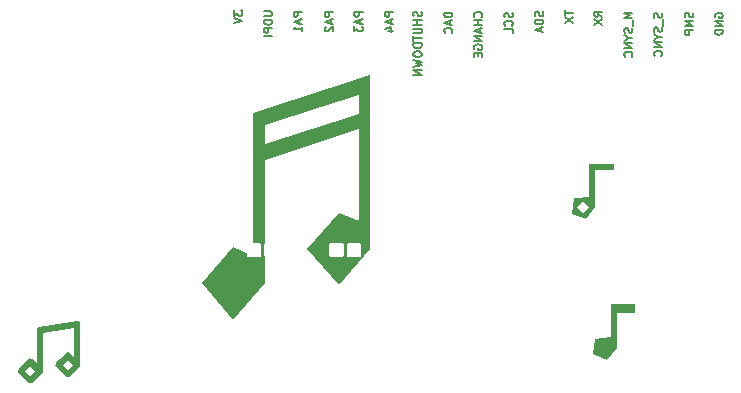
<source format=gbr>
%MOMM*%
%FSLAX46Y46*%
%IPPOS*%
%ADD10C,0.05*%
%ADD11C,0.05*%
%ADD12C,0.05*%
%ADD13C,0.15*%
%LPD*%
G01*
D10*
%LPD*%
G36*
X149807486Y-109293217D02*
G01*
X147149902Y-112338780D01*
X144492319Y-109293217D01*
X147149902Y-106247654D01*
X148841092Y-106893682D01*
X148841092Y-99141341D01*
X140868342Y-101725455D01*
X140868342Y-112154200D01*
X138210759Y-115292053D01*
X135553175Y-112154200D01*
X138210759Y-109108637D01*
X139901948Y-109846955D01*
X139901948Y-98000303D01*
X140868342Y-98772181D01*
X140868342Y-100341108D01*
X148841092Y-97849284D01*
X148841092Y-96188067D01*
X145676453Y-97213785D01*
X149807486Y-94526851D01*
G37*
%LPD*%
G36*
X145676453Y-97213785D02*
G01*
X140868342Y-98772181D01*
X139901948Y-98000303D01*
X139901948Y-97756994D01*
X149807486Y-94526851D01*
G37*
%LPD*%
G36*
X172269693Y-114701211D02*
G01*
X170675204Y-114701211D01*
X170675204Y-117609675D01*
X169892724Y-118628376D01*
X168711622Y-118141171D01*
X168874023Y-116856723D01*
X170158472Y-116694321D01*
X170158472Y-113903967D01*
X172269693Y-113903967D01*
G37*
%LPD*%
G36*
X168874611Y-105743467D02*
G01*
X168092131Y-106762167D01*
X166896264Y-106274963D01*
X167073430Y-104990514D01*
X167211985Y-104972792D01*
X167294887Y-105743467D01*
X167811619Y-106274963D01*
X168343115Y-105743467D01*
X168221337Y-105621689D01*
X168874611Y-104580081D01*
G37*
%LPD*%
G36*
X170469099Y-102569254D02*
G01*
X170135757Y-102569254D01*
X170469099Y-102037758D01*
G37*
%LPD*%
G36*
X170135757Y-102569254D02*
G01*
X168874611Y-102569254D01*
X168874611Y-104580081D01*
X168221337Y-105621689D01*
X167811619Y-105211971D01*
X167294887Y-105743467D01*
X167211985Y-104972792D01*
X168343115Y-104828112D01*
X168343115Y-102037758D01*
X170469099Y-102037758D01*
G37*
%LPD*%
G36*
X125111303Y-115370944D02*
G01*
X125224944Y-115459558D01*
X125276159Y-115616013D01*
X125276159Y-119055974D01*
X125236915Y-119194634D01*
X125130824Y-119292161D01*
X124989359Y-119319623D01*
X124854484Y-119268874D01*
X124766210Y-119154969D01*
X124746992Y-119055974D01*
X124746992Y-115928343D01*
X122087182Y-116371645D01*
X122087182Y-119587470D01*
X122047938Y-119726130D01*
X121941848Y-119823657D01*
X121800382Y-119851119D01*
X121665507Y-119800370D01*
X121577233Y-119686465D01*
X121558016Y-119587470D01*
X121558016Y-116147509D01*
X121597260Y-116008849D01*
X121703350Y-115911323D01*
X121779102Y-115886526D01*
X124968078Y-115355030D01*
G37*
%LPD*%
G36*
X122011428Y-119402138D02*
G01*
X122080547Y-119528587D01*
X122073146Y-119672503D01*
X122011428Y-119772802D01*
X121228948Y-120570046D01*
X121103813Y-120641516D01*
X120959783Y-120636806D01*
X120853030Y-120571803D01*
X120055786Y-119774559D01*
X119985488Y-119648761D01*
X119991544Y-119504782D01*
X120055786Y-119400381D01*
X120336756Y-119119411D01*
X120617052Y-119587470D01*
X121038362Y-120008780D01*
X121451870Y-119587470D01*
X121384398Y-119518725D01*
X121694635Y-119079368D01*
G37*
%LPD*%
G36*
X121122806Y-118538895D02*
G01*
X121228948Y-118604894D01*
X121694635Y-119079368D01*
X121384398Y-119518725D01*
X121038362Y-119166160D01*
X120617052Y-119587470D01*
X120336756Y-119119411D01*
X120853030Y-118603137D01*
X120978827Y-118532840D01*
G37*
%LPD*%
G36*
X125198664Y-118868885D02*
G01*
X125268962Y-118994683D01*
X125262906Y-119138662D01*
X125198664Y-119243063D01*
X124401420Y-120040307D01*
X124275623Y-120110604D01*
X124131644Y-120104549D01*
X124027243Y-120040307D01*
X123229999Y-119243063D01*
X123159701Y-119117265D01*
X123165757Y-118973286D01*
X123229999Y-118868885D01*
X123510968Y-118587915D01*
X123791265Y-119055974D01*
X124214331Y-119479041D01*
X124637398Y-119055974D01*
X124566718Y-118985294D01*
X124878383Y-118548604D01*
G37*
%LPD*%
G36*
X124297019Y-118007399D02*
G01*
X124401420Y-118071641D01*
X124878383Y-118548604D01*
X124566718Y-118985294D01*
X124214331Y-118632907D01*
X123791265Y-119055974D01*
X123510968Y-118587915D01*
X124027243Y-118071641D01*
X124153040Y-118001344D01*
G37*
%LPD*%
G01*
D11*
%LPC*%
G36*
X167050803Y-108819206D02*
G01*
X167050803Y-109819661D01*
X166950803Y-109919661D01*
X165950347Y-109919661D01*
X165850347Y-109819661D01*
X165850347Y-108819206D01*
X165950347Y-108719206D01*
X166950803Y-108719206D01*
G37*
%LPC*%
G36*
X115050532Y-108819206D02*
G01*
X115050532Y-109819661D01*
X114950532Y-109919661D01*
X113950076Y-109919661D01*
X113850076Y-109819661D01*
X113850076Y-108819206D01*
X113950076Y-108719206D01*
X114950532Y-108719206D01*
G37*
%LPC*%
G36*
X155050846Y-108819206D02*
G01*
X155050846Y-109819661D01*
X154950846Y-109919661D01*
X153950391Y-109919661D01*
X153850391Y-109819661D01*
X153850391Y-108819206D01*
X153950391Y-108719206D01*
X154950846Y-108719206D01*
G37*
%LPC*%
G36*
X142050434Y-108819206D02*
G01*
X142050434Y-109819661D01*
X141950434Y-109919661D01*
X140949978Y-109919661D01*
X140849978Y-109819661D01*
X140849978Y-108819206D01*
X140949978Y-108719206D01*
X141950434Y-108719206D01*
G37*
%LPC*%
G36*
X179550987Y-108819206D02*
G01*
X179550987Y-109819661D01*
X179450987Y-109919661D01*
X178450532Y-109919661D01*
X178350532Y-109819661D01*
X178350532Y-108819206D01*
X178450532Y-108719206D01*
X179450987Y-108719206D01*
G37*
%LPC*%
G36*
X128050944Y-108819206D02*
G01*
X128050944Y-109819661D01*
X127950944Y-109919661D01*
X126950488Y-109919661D01*
X126850488Y-109819661D01*
X126850488Y-108819206D01*
X126950488Y-108719206D01*
X127950944Y-108719206D01*
G37*
%LPC*%
G36*
X161050825Y-108819206D02*
G01*
X161050825Y-109819661D01*
X160950825Y-109919661D01*
X159950369Y-109919661D01*
X159850369Y-109819661D01*
X159850369Y-108819206D01*
X159950369Y-108719206D01*
X160950825Y-108719206D01*
G37*
%LPC*%
G36*
X121550738Y-108819206D02*
G01*
X121550738Y-109819661D01*
X121450738Y-109919661D01*
X120450282Y-109919661D01*
X120350282Y-109819661D01*
X120350282Y-108819206D01*
X120450282Y-108719206D01*
X121450738Y-108719206D01*
G37*
%LPC*%
G36*
X188550955Y-108819206D02*
G01*
X188550955Y-109819661D01*
X188450955Y-109919661D01*
X187450499Y-109919661D01*
X187350499Y-109819661D01*
X187350499Y-108819206D01*
X187450499Y-108719206D01*
X188450955Y-108719206D01*
G37*
%LPC*%
G36*
X134549772Y-108819206D02*
G01*
X134549772Y-109819661D01*
X134449772Y-109919661D01*
X133449316Y-109919661D01*
X133349316Y-109819661D01*
X133349316Y-108819206D01*
X133449316Y-108719206D01*
X134449772Y-108719206D01*
G37*
%LPC*%
G36*
X149050868Y-108819206D02*
G01*
X149050868Y-109819661D01*
X148950868Y-109919661D01*
X147950412Y-109919661D01*
X147850412Y-109819661D01*
X147850412Y-108819206D01*
X147950412Y-108719206D01*
X148950868Y-108719206D01*
G37*
%LPC*%
G36*
X108550326Y-108819206D02*
G01*
X108550326Y-109819661D01*
X108450326Y-109919661D01*
X107449870Y-109919661D01*
X107349870Y-109819661D01*
X107349870Y-108819206D01*
X107449870Y-108719206D01*
X108450326Y-108719206D01*
G37*
%LPC*%
G36*
X173050781Y-108819206D02*
G01*
X173050781Y-109819661D01*
X172950781Y-109919661D01*
X171950326Y-109919661D01*
X171850326Y-109819661D01*
X171850326Y-108819206D01*
X171950326Y-108719206D01*
X172950781Y-108719206D01*
G37*
%LPC*%
G36*
X187050271Y-108819206D02*
G01*
X187050271Y-109819661D01*
X186950271Y-109919661D01*
X185949816Y-109919661D01*
X185849816Y-109819661D01*
X185849816Y-108819206D01*
X185949816Y-108719206D01*
X186950271Y-108719206D01*
G37*
%LPC*%
G36*
X178050304Y-108819206D02*
G01*
X178050304Y-109819661D01*
X177950304Y-109919661D01*
X176949848Y-109919661D01*
X176849848Y-109819661D01*
X176849848Y-108819206D01*
X176949848Y-108719206D01*
X177950304Y-108719206D01*
G37*
%LPC*%
G36*
X171550098Y-108819206D02*
G01*
X171550098Y-109819661D01*
X171450098Y-109919661D01*
X170449642Y-109919661D01*
X170349642Y-109819661D01*
X170349642Y-108819206D01*
X170449642Y-108719206D01*
X171450098Y-108719206D01*
G37*
%LPC*%
G36*
X165550119Y-108819206D02*
G01*
X165550119Y-109819661D01*
X165450119Y-109919661D01*
X164449664Y-109919661D01*
X164349664Y-109819661D01*
X164349664Y-108819206D01*
X164449664Y-108719206D01*
X165450119Y-108719206D01*
G37*
%LPC*%
G36*
X159550141Y-108819206D02*
G01*
X159550141Y-109819661D01*
X159450141Y-109919661D01*
X158449685Y-109919661D01*
X158349685Y-109819661D01*
X158349685Y-108819206D01*
X158449685Y-108719206D01*
X159450141Y-108719206D01*
G37*
%LPC*%
G36*
X147550184Y-108819206D02*
G01*
X147550184Y-109819661D01*
X147450184Y-109919661D01*
X146449729Y-109919661D01*
X146349729Y-109819661D01*
X146349729Y-108819206D01*
X146449729Y-108719206D01*
X147450184Y-108719206D01*
G37*
%LPC*%
G36*
X153550163Y-108819206D02*
G01*
X153550163Y-109819661D01*
X153450163Y-109919661D01*
X152449707Y-109919661D01*
X152349707Y-109819661D01*
X152349707Y-108819206D01*
X152449707Y-108719206D01*
X153450163Y-108719206D01*
G37*
%LPC*%
G36*
X140551128Y-108819206D02*
G01*
X140551128Y-109819661D01*
X140451128Y-109919661D01*
X139450673Y-109919661D01*
X139350673Y-109819661D01*
X139350673Y-108819206D01*
X139450673Y-108719206D01*
X140451128Y-108719206D01*
G37*
%LPC*%
G36*
X133050467Y-108819206D02*
G01*
X133050467Y-109819661D01*
X132950467Y-109919661D01*
X131950011Y-109919661D01*
X131850011Y-109819661D01*
X131850011Y-108819206D01*
X131950011Y-108719206D01*
X132950467Y-108719206D01*
G37*
%LPC*%
G36*
X120050054Y-108819206D02*
G01*
X120050054Y-109819661D01*
X119950054Y-109919661D01*
X118949599Y-109919661D01*
X118849599Y-109819661D01*
X118849599Y-108819206D01*
X118949599Y-108719206D01*
X119950054Y-108719206D01*
G37*
%LPC*%
G36*
X126550260Y-108819206D02*
G01*
X126550260Y-109819661D01*
X126450260Y-109919661D01*
X125449805Y-109919661D01*
X125349805Y-109819661D01*
X125349805Y-108819206D01*
X125449805Y-108719206D01*
X126450260Y-108719206D01*
G37*
%LPC*%
G36*
X107051020Y-108819206D02*
G01*
X107051020Y-109819661D01*
X106951020Y-109919661D01*
X105950564Y-109919661D01*
X105850564Y-109819661D01*
X105850564Y-108819206D01*
X105950564Y-108719206D01*
X106951020Y-108719206D01*
G37*
%LPC*%
G36*
X113549848Y-108819206D02*
G01*
X113549848Y-109819661D01*
X113449848Y-109919661D01*
X112449392Y-109919661D01*
X112349392Y-109819661D01*
X112349392Y-108819206D01*
X112449392Y-108719206D01*
X113449848Y-108719206D01*
G37*
%LPC*%
G36*
X183049826Y-93099924D02*
G01*
X183049826Y-94100380D01*
X182949826Y-94200380D01*
X181949371Y-94200380D01*
X181849371Y-94100380D01*
X181849371Y-93099924D01*
X181949371Y-92999924D01*
X182949826Y-92999924D01*
G37*
%LPC*%
G36*
X183049826Y-105099881D02*
G01*
X183049826Y-106100336D01*
X182949826Y-106200336D01*
X181949371Y-106200336D01*
X181849371Y-106100336D01*
X181849371Y-105099881D01*
X181949371Y-104999881D01*
X182949826Y-104999881D01*
G37*
%LPC*%
G36*
X183049826Y-99099902D02*
G01*
X183049826Y-100100358D01*
X182949826Y-100200358D01*
X181949371Y-100200358D01*
X181849371Y-100100358D01*
X181849371Y-99099902D01*
X181949371Y-98999902D01*
X182949826Y-98999902D01*
G37*
%LPC*%
G36*
X183049826Y-103599197D02*
G01*
X183049826Y-104599653D01*
X182949826Y-104699653D01*
X181949371Y-104699653D01*
X181849371Y-104599653D01*
X181849371Y-103599197D01*
X181949371Y-103499197D01*
X182949826Y-103499197D01*
G37*
%LPC*%
G36*
X183049826Y-97599219D02*
G01*
X183049826Y-98599674D01*
X182949826Y-98699674D01*
X181949371Y-98699674D01*
X181849371Y-98599674D01*
X181849371Y-97599219D01*
X181949371Y-97499219D01*
X182949826Y-97499219D01*
G37*
%LPC*%
G36*
X183049826Y-91599240D02*
G01*
X183049826Y-92599696D01*
X182949826Y-92699696D01*
X181949371Y-92699696D01*
X181849371Y-92599696D01*
X181849371Y-91599240D01*
X181949371Y-91499240D01*
X182949826Y-91499240D01*
G37*
%LPD*%
G01*
D12*
%LPC*%
G36*
X179063589Y-89035949D02*
G01*
X179349432Y-89175044D01*
X179385028Y-89210004D01*
X179483732Y-89346848D01*
X179516786Y-89414353D01*
X179562307Y-89560799D01*
X179568984Y-89605769D01*
X179520539Y-89904959D01*
X179500012Y-89945524D01*
X179287638Y-90161761D01*
X179247449Y-90183016D01*
X178949181Y-90236845D01*
X178904097Y-90230979D01*
X178618254Y-90091883D01*
X178582659Y-90056924D01*
X178483955Y-89920080D01*
X178450901Y-89852575D01*
X178405380Y-89706129D01*
X178398703Y-89661159D01*
X178447148Y-89361969D01*
X178467675Y-89321404D01*
X178680049Y-89105167D01*
X178720238Y-89083912D01*
X179018506Y-89030083D01*
G37*
%LPC*%
G36*
X179263792Y-89011413D02*
G01*
X179301703Y-89036507D01*
X179497253Y-89287133D01*
X179513848Y-89334185D01*
X179542316Y-89500493D01*
X179542316Y-89599712D01*
X179518798Y-89751255D01*
X179505019Y-89794580D01*
X179329937Y-90041982D01*
X179293663Y-90069388D01*
X179007833Y-90170199D01*
X178962392Y-90171615D01*
X178670841Y-90088792D01*
X178632930Y-90063698D01*
X178437380Y-89813071D01*
X178420785Y-89766020D01*
X178392317Y-89599712D01*
X178392317Y-89500493D01*
X178415835Y-89348949D01*
X178429614Y-89305625D01*
X178604696Y-89058222D01*
X178640970Y-89030817D01*
X178926800Y-88930006D01*
X178972241Y-88928590D01*
G37*
%LPC*%
G36*
X179183572Y-88858108D02*
G01*
X179434701Y-89027802D01*
X179462884Y-89063476D01*
X179570428Y-89362622D01*
X179571506Y-89412503D01*
X179546638Y-89579387D01*
X179513584Y-89679984D01*
X179443935Y-89816613D01*
X179417320Y-89853471D01*
X179173759Y-90033858D01*
X179130742Y-90048571D01*
X178827726Y-90055121D01*
X178784114Y-90042281D01*
X178532986Y-89872587D01*
X178504803Y-89836913D01*
X178397259Y-89537767D01*
X178396181Y-89487886D01*
X178421049Y-89321002D01*
X178454103Y-89220405D01*
X178523752Y-89083776D01*
X178550366Y-89046918D01*
X178793928Y-88866531D01*
X178836944Y-88851818D01*
X179139960Y-88845268D01*
G37*
%LPC*%
G36*
X179167866Y-88770878D02*
G01*
X179441262Y-88901705D01*
X179474395Y-88932836D01*
X179621988Y-89197558D01*
X179631050Y-89242109D01*
X179592105Y-89557604D01*
X179570569Y-89602609D01*
X179473102Y-89740337D01*
X179406957Y-89806482D01*
X179283169Y-89897010D01*
X179242791Y-89917901D01*
X178944049Y-89969040D01*
X178899021Y-89962769D01*
X178625625Y-89831941D01*
X178592492Y-89800810D01*
X178444898Y-89536088D01*
X178435836Y-89491537D01*
X178474781Y-89176042D01*
X178496317Y-89131037D01*
X178593784Y-88993310D01*
X178659930Y-88927164D01*
X178783717Y-88836637D01*
X178824096Y-88815745D01*
X179122837Y-88764606D01*
G37*
%LPC*%
G36*
X179366072Y-88778550D02*
G01*
X179406806Y-88798739D01*
X179624802Y-89009309D01*
X179646390Y-89049319D01*
X179702696Y-89347130D01*
X179697206Y-89392260D01*
X179560491Y-89679250D01*
X179525828Y-89715135D01*
X179389810Y-89814973D01*
X179323664Y-89848046D01*
X179177601Y-89894783D01*
X179132688Y-89901833D01*
X178833106Y-89855877D01*
X178792372Y-89835688D01*
X178574376Y-89625119D01*
X178552788Y-89585108D01*
X178496482Y-89287298D01*
X178501972Y-89242168D01*
X178638687Y-88955178D01*
X178673350Y-88919293D01*
X178809368Y-88819455D01*
X178875514Y-88786382D01*
X179021577Y-88739645D01*
X179066490Y-88732594D01*
G37*
%LPC*%
G36*
X179320798Y-88696881D02*
G01*
X179604078Y-88804648D01*
X179639672Y-88832931D01*
X179808655Y-89084539D01*
X179821371Y-89128187D01*
X179813964Y-89431184D01*
X179799130Y-89474159D01*
X179605264Y-89726091D01*
X179563845Y-89753907D01*
X179409912Y-89822997D01*
X179276224Y-89857467D01*
X179123608Y-89872530D01*
X179078215Y-89870004D01*
X178794934Y-89762237D01*
X178759340Y-89733953D01*
X178590358Y-89482346D01*
X178577641Y-89438697D01*
X178585049Y-89135701D01*
X178599883Y-89092726D01*
X178793749Y-88840794D01*
X178835167Y-88812977D01*
X178989100Y-88743887D01*
X179122789Y-88709417D01*
X179275405Y-88694355D01*
G37*
%LPC*%
G36*
X179518472Y-88714726D02*
G01*
X179561797Y-88728505D01*
X179809199Y-88903587D01*
X179836604Y-88939861D01*
X179937416Y-89225690D01*
X179938831Y-89271131D01*
X179856008Y-89562683D01*
X179830915Y-89600593D01*
X179580288Y-89796143D01*
X179533236Y-89812738D01*
X179366928Y-89841207D01*
X179266351Y-89841207D01*
X179114807Y-89817689D01*
X179071483Y-89803909D01*
X178824080Y-89628828D01*
X178796675Y-89592553D01*
X178695864Y-89306724D01*
X178694448Y-89261283D01*
X178777271Y-88969731D01*
X178802365Y-88931821D01*
X179052991Y-88736271D01*
X179100043Y-88719676D01*
X179266351Y-88691207D01*
X179366928Y-88691207D01*
G37*
%LPC*%
G36*
X179510509Y-88709422D02*
G01*
X179644179Y-88743892D01*
X179785049Y-88804507D01*
X179823561Y-88828668D01*
X180019407Y-89059981D01*
X180036886Y-89101950D01*
X180063130Y-89403898D01*
X180053154Y-89448253D01*
X179900153Y-89709887D01*
X179866388Y-89740331D01*
X179574870Y-89867103D01*
X179525165Y-89871423D01*
X179357017Y-89857462D01*
X179223347Y-89822992D01*
X179082477Y-89762377D01*
X179043966Y-89738216D01*
X178848120Y-89506903D01*
X178830641Y-89464935D01*
X178804396Y-89162986D01*
X178814372Y-89118631D01*
X178967373Y-88856997D01*
X179001139Y-88826554D01*
X179292656Y-88699781D01*
X179342361Y-88695461D01*
G37*
%LPC*%
G36*
X179596264Y-88737470D02*
G01*
X179757746Y-88786382D01*
X179823892Y-88819455D01*
X179948919Y-88908262D01*
X179981507Y-88939962D01*
X180124492Y-89207202D01*
X180132781Y-89251903D01*
X180095123Y-89552641D01*
X180076067Y-89593918D01*
X179871603Y-89817649D01*
X179832204Y-89840335D01*
X179520584Y-89903157D01*
X179471078Y-89896958D01*
X179309596Y-89848046D01*
X179243450Y-89814973D01*
X179118424Y-89726165D01*
X179085835Y-89694465D01*
X178942850Y-89427225D01*
X178934561Y-89382524D01*
X178972219Y-89081787D01*
X178991275Y-89040510D01*
X179195740Y-88816778D01*
X179235138Y-88794092D01*
X179546758Y-88731271D01*
G37*
%LPC*%
G36*
X179790598Y-88808161D02*
G01*
X179835603Y-88829697D01*
X179973330Y-88927164D01*
X180039476Y-88993310D01*
X180130003Y-89117097D01*
X180150895Y-89157476D01*
X180202034Y-89456217D01*
X180195762Y-89501246D01*
X180064935Y-89774642D01*
X180033804Y-89807775D01*
X179769082Y-89955368D01*
X179724531Y-89964430D01*
X179409036Y-89925485D01*
X179364031Y-89903949D01*
X179226303Y-89806482D01*
X179160158Y-89740337D01*
X179069630Y-89616549D01*
X179048739Y-89576171D01*
X178997600Y-89277429D01*
X179003871Y-89232401D01*
X179134699Y-88959004D01*
X179165830Y-88925872D01*
X179430552Y-88778278D01*
X179475103Y-88769216D01*
G37*
%LPC*%
G36*
X179798910Y-88852599D02*
G01*
X180065114Y-89026350D01*
X180096058Y-89065487D01*
X180176874Y-89213600D01*
X180211325Y-89314197D01*
X180238174Y-89465186D01*
X180239175Y-89510638D01*
X180153694Y-89801421D01*
X180128255Y-89839100D01*
X179890505Y-90027081D01*
X179847974Y-90043143D01*
X179545316Y-90059248D01*
X179501320Y-90047790D01*
X179235116Y-89874039D01*
X179204172Y-89834902D01*
X179123357Y-89686789D01*
X179088906Y-89586192D01*
X179062057Y-89435203D01*
X179061056Y-89389751D01*
X179146536Y-89098968D01*
X179171975Y-89061289D01*
X179409725Y-88873308D01*
X179452256Y-88857246D01*
X179754915Y-88841141D01*
G37*
%LPC*%
G36*
X179963817Y-89011413D02*
G01*
X180001727Y-89036507D01*
X180197277Y-89287133D01*
X180213872Y-89334185D01*
X180242341Y-89500493D01*
X180242341Y-89566639D01*
X180218822Y-89718182D01*
X180205043Y-89761507D01*
X180029961Y-90008910D01*
X179993687Y-90036315D01*
X179707857Y-90137126D01*
X179662417Y-90138542D01*
X179370865Y-90055719D01*
X179332955Y-90030625D01*
X179137405Y-89779998D01*
X179120810Y-89732947D01*
X179092341Y-89566639D01*
X179092341Y-89500493D01*
X179115859Y-89348949D01*
X179129639Y-89305625D01*
X179304720Y-89058222D01*
X179340995Y-89030817D01*
X179626824Y-88930006D01*
X179672265Y-88928590D01*
G37*
%LPC*%
G36*
X179857324Y-89027191D02*
G01*
X180106304Y-89200021D01*
X180134037Y-89236046D01*
X180237821Y-89536517D01*
X180238273Y-89586407D01*
X180211314Y-89752966D01*
X180176863Y-89853544D01*
X180105506Y-89989289D01*
X180078431Y-90025811D01*
X179832627Y-90203129D01*
X179789429Y-90217301D01*
X179486355Y-90220050D01*
X179442907Y-90206664D01*
X179193926Y-90033834D01*
X179166193Y-89997809D01*
X179062410Y-89697338D01*
X179061957Y-89647448D01*
X179088916Y-89480889D01*
X179123367Y-89380311D01*
X179194724Y-89244566D01*
X179221799Y-89208044D01*
X179467604Y-89030726D01*
X179510801Y-89016554D01*
X179813876Y-89013805D01*
G37*
%LPC*%
G36*
X179734239Y-89104344D02*
G01*
X180007636Y-89235171D01*
X180040768Y-89266302D01*
X180188362Y-89531024D01*
X180197424Y-89575575D01*
X180158479Y-89891070D01*
X180136943Y-89936075D01*
X180039476Y-90073803D01*
X180006403Y-90106876D01*
X179882616Y-90197403D01*
X179842237Y-90218295D01*
X179543496Y-90269433D01*
X179498467Y-90263162D01*
X179225071Y-90132334D01*
X179191938Y-90101204D01*
X179044345Y-89836481D01*
X179035283Y-89791931D01*
X179074228Y-89476435D01*
X179095764Y-89431430D01*
X179193231Y-89293703D01*
X179226303Y-89260630D01*
X179350091Y-89170103D01*
X179390469Y-89149211D01*
X179689211Y-89098072D01*
G37*
%LPC*%
G36*
X179751360Y-89148808D02*
G01*
X179794685Y-89162587D01*
X180042088Y-89337669D01*
X180069493Y-89373943D01*
X180170304Y-89659773D01*
X180171720Y-89705213D01*
X180088897Y-89996765D01*
X180063803Y-90034675D01*
X179813176Y-90230225D01*
X179766125Y-90246820D01*
X179599817Y-90275289D01*
X179366928Y-90275289D01*
X179215385Y-90251771D01*
X179172060Y-90237991D01*
X178924658Y-90062910D01*
X178897253Y-90026635D01*
X178796441Y-89740806D01*
X178795026Y-89695365D01*
X178877848Y-89403813D01*
X178902942Y-89365903D01*
X179153569Y-89170353D01*
X179200620Y-89153758D01*
X179366928Y-89125289D01*
X179599817Y-89125289D01*
G37*
%LPC*%
G36*
X179663404Y-89077559D02*
G01*
X179701314Y-89102653D01*
X179896865Y-89353279D01*
X179913460Y-89400331D01*
X179941928Y-89566639D01*
X179941928Y-89700289D01*
X179918410Y-89851833D01*
X179904631Y-89895157D01*
X179729549Y-90142560D01*
X179693274Y-90169965D01*
X179407445Y-90270776D01*
X179362004Y-90272192D01*
X179070453Y-90189369D01*
X179032542Y-90164275D01*
X178836992Y-89913649D01*
X178820397Y-89866597D01*
X178791928Y-89700289D01*
X178791928Y-89566639D01*
X178815447Y-89415095D01*
X178829226Y-89371771D01*
X179004308Y-89124368D01*
X179040582Y-89096963D01*
X179326412Y-88996152D01*
X179371853Y-88994736D01*
G37*
%LPC*%
G36*
X179818884Y-89447842D02*
G01*
X179862209Y-89461621D01*
X180109612Y-89636703D01*
X180137017Y-89672978D01*
X180237828Y-89958807D01*
X180239244Y-90004248D01*
X180156421Y-90295799D01*
X180131327Y-90333710D01*
X179880700Y-90529260D01*
X179833649Y-90545855D01*
X179667341Y-90574323D01*
X178967317Y-90574323D01*
X178815773Y-90550805D01*
X178772448Y-90537026D01*
X178525046Y-90361944D01*
X178497641Y-90325670D01*
X178396829Y-90039840D01*
X178395414Y-89994399D01*
X178478236Y-89702848D01*
X178503330Y-89664937D01*
X178753957Y-89469387D01*
X178801008Y-89452792D01*
X178967317Y-89424324D01*
X179667341Y-89424324D01*
G37*
%LPC*%
G36*
X179094684Y-89442428D02*
G01*
X179253141Y-89500395D01*
X179953166Y-89901424D01*
X180072969Y-89997161D01*
X180103712Y-90030653D01*
X180231353Y-90305552D01*
X180237101Y-90350650D01*
X180182493Y-90648777D01*
X180161133Y-90688910D01*
X179944342Y-90900719D01*
X179903724Y-90921140D01*
X179589049Y-90966236D01*
X179539973Y-90957247D01*
X179381516Y-90899280D01*
X178681492Y-90498252D01*
X178561688Y-90402514D01*
X178530945Y-90369022D01*
X178403304Y-90094123D01*
X178397556Y-90049025D01*
X178452164Y-89750898D01*
X178473524Y-89710765D01*
X178690315Y-89498956D01*
X178730934Y-89478535D01*
X179045609Y-89433439D01*
G37*
%LPC*%
G36*
X179818884Y-89848870D02*
G01*
X179862209Y-89862650D01*
X180109612Y-90037731D01*
X180137017Y-90074006D01*
X180237828Y-90359835D01*
X180239244Y-90405276D01*
X180156421Y-90696828D01*
X180131327Y-90734738D01*
X179880700Y-90930288D01*
X179833649Y-90946883D01*
X179667341Y-90975352D01*
X178967317Y-90975352D01*
X178815773Y-90951833D01*
X178772448Y-90938054D01*
X178525046Y-90762972D01*
X178497641Y-90726698D01*
X178396829Y-90440868D01*
X178395414Y-90395428D01*
X178478236Y-90103876D01*
X178503330Y-90065966D01*
X178753957Y-89870416D01*
X178801008Y-89853821D01*
X178967317Y-89825352D01*
X179667341Y-89825352D01*
G37*
%LPC*%
G36*
X179818884Y-90182336D02*
G01*
X179862209Y-90196116D01*
X180109612Y-90371197D01*
X180137017Y-90407472D01*
X180237828Y-90693301D01*
X180239244Y-90738742D01*
X180156421Y-91030294D01*
X180131327Y-91068204D01*
X179880700Y-91263754D01*
X179833649Y-91280349D01*
X179667341Y-91308818D01*
X178967317Y-91308818D01*
X178815773Y-91285299D01*
X178772448Y-91271520D01*
X178525046Y-91096438D01*
X178497641Y-91060164D01*
X178396829Y-90774335D01*
X178395414Y-90728894D01*
X178478236Y-90437342D01*
X178503330Y-90399432D01*
X178753957Y-90203882D01*
X178801008Y-90187287D01*
X178967317Y-90158818D01*
X179667341Y-90158818D01*
G37*
%LPC*%
G36*
X179263792Y-90244738D02*
G01*
X179301703Y-90269832D01*
X179497253Y-90520458D01*
X179513848Y-90567510D01*
X179542316Y-90733818D01*
X179542316Y-90900580D01*
X179518798Y-91052123D01*
X179505019Y-91095448D01*
X179329937Y-91342850D01*
X179293663Y-91370256D01*
X179007833Y-91471067D01*
X178962392Y-91472483D01*
X178670841Y-91389660D01*
X178632930Y-91364566D01*
X178437380Y-91113939D01*
X178420785Y-91066888D01*
X178392317Y-90900580D01*
X178392317Y-90733818D01*
X178415835Y-90582274D01*
X178429614Y-90538950D01*
X178604696Y-90291547D01*
X178640970Y-90264142D01*
X178926800Y-90163331D01*
X178972241Y-90161915D01*
G37*
%LPC*%
G36*
X179137881Y-90354681D02*
G01*
X179402631Y-90530639D01*
X179433249Y-90570032D01*
X179512830Y-90718812D01*
X179545884Y-90818012D01*
X179571477Y-90969218D01*
X179572100Y-91014677D01*
X179484205Y-91304740D01*
X179458454Y-91342206D01*
X179219150Y-91528204D01*
X179176487Y-91543912D01*
X178873705Y-91557501D01*
X178829806Y-91545678D01*
X178565056Y-91369720D01*
X178534438Y-91330327D01*
X178454856Y-91181547D01*
X178421803Y-91082347D01*
X178396209Y-90931141D01*
X178395586Y-90885682D01*
X178483481Y-90595619D01*
X178509233Y-90558153D01*
X178748537Y-90372155D01*
X178791200Y-90356447D01*
X179093982Y-90342858D01*
G37*
%LPC*%
G36*
X179229705Y-90476558D02*
G01*
X179274482Y-90498563D01*
X179411183Y-90597464D01*
X179477329Y-90665007D01*
X179566558Y-90789734D01*
X179587027Y-90830328D01*
X179635041Y-91129588D01*
X179628299Y-91174548D01*
X179494621Y-91446563D01*
X179463146Y-91479368D01*
X179196896Y-91624187D01*
X179152253Y-91632783D01*
X178837182Y-91590543D01*
X178792405Y-91568538D01*
X178655703Y-91469637D01*
X178589557Y-91402094D01*
X178500328Y-91277368D01*
X178479860Y-91236773D01*
X178431846Y-90937514D01*
X178438588Y-90892553D01*
X178572265Y-90620539D01*
X178603740Y-90587733D01*
X178869991Y-90442915D01*
X178914634Y-90434318D01*
G37*
%LPC*%
G36*
X179162182Y-90504115D02*
G01*
X179323664Y-90553027D01*
X179389810Y-90586100D01*
X179514837Y-90674907D01*
X179547425Y-90706607D01*
X179690410Y-90973847D01*
X179698699Y-91018548D01*
X179661041Y-91319286D01*
X179641985Y-91360563D01*
X179437521Y-91584294D01*
X179398122Y-91606980D01*
X179086502Y-91669802D01*
X179036996Y-91663603D01*
X178875514Y-91614691D01*
X178809368Y-91581618D01*
X178684342Y-91492810D01*
X178651753Y-91461110D01*
X178508768Y-91193870D01*
X178500479Y-91149169D01*
X178538137Y-90848432D01*
X178557193Y-90807155D01*
X178761657Y-90583423D01*
X178801056Y-90560737D01*
X179112676Y-90497916D01*
G37*
%LPC*%
G36*
X179270747Y-90542222D02*
G01*
X179404436Y-90575295D01*
X179545897Y-90634518D01*
X179584644Y-90658298D01*
X179782762Y-90887669D01*
X179800653Y-90929464D01*
X179829873Y-91231139D01*
X179820335Y-91275590D01*
X179669921Y-91538719D01*
X179636457Y-91569494D01*
X179346204Y-91699134D01*
X179296544Y-91703944D01*
X179128266Y-91691641D01*
X178994577Y-91658569D01*
X178853116Y-91599345D01*
X178814368Y-91575565D01*
X178616251Y-91346194D01*
X178598359Y-91304400D01*
X178569139Y-91002724D01*
X178578678Y-90958273D01*
X178729092Y-90695144D01*
X178762555Y-90664369D01*
X179052809Y-90534729D01*
X179102469Y-90529919D01*
G37*
%LPC*%
G36*
X179518472Y-90581987D02*
G01*
X179561797Y-90595766D01*
X179809199Y-90770847D01*
X179836604Y-90807122D01*
X179937416Y-91092951D01*
X179938831Y-91138392D01*
X179856008Y-91429944D01*
X179830915Y-91467854D01*
X179580288Y-91663404D01*
X179533236Y-91679999D01*
X179366928Y-91708468D01*
X179266351Y-91708468D01*
X179114807Y-91684950D01*
X179071483Y-91671170D01*
X178824080Y-91496089D01*
X178796675Y-91459814D01*
X178695864Y-91173985D01*
X178694448Y-91128544D01*
X178777271Y-90836992D01*
X178802365Y-90799082D01*
X179052991Y-90603532D01*
X179100043Y-90586937D01*
X179266351Y-90558468D01*
X179366928Y-90558468D01*
G37*
%LPC*%
G36*
X179560617Y-90531629D02*
G01*
X179842829Y-90642164D01*
X179878144Y-90670795D01*
X180044655Y-90924045D01*
X180056943Y-90967816D01*
X180046570Y-91270725D01*
X180031316Y-91313553D01*
X179834992Y-91563575D01*
X179793304Y-91590985D01*
X179638702Y-91658564D01*
X179505032Y-91691637D01*
X179352276Y-91705204D01*
X179306910Y-91702234D01*
X179024698Y-91591699D01*
X178989383Y-91563068D01*
X178822872Y-91309818D01*
X178810583Y-91266047D01*
X178820957Y-90963138D01*
X178836211Y-90920311D01*
X179032534Y-90670289D01*
X179074223Y-90642879D01*
X179228825Y-90575299D01*
X179362495Y-90542226D01*
X179515251Y-90528659D01*
G37*
%LPC*%
G36*
X179800154Y-90545195D02*
G01*
X179840889Y-90565384D01*
X180058884Y-90775954D01*
X180080472Y-90815964D01*
X180136779Y-91113775D01*
X180131288Y-91158905D01*
X179994573Y-91445894D01*
X179959910Y-91481780D01*
X179823892Y-91581618D01*
X179757746Y-91614691D01*
X179611683Y-91661427D01*
X179566770Y-91668478D01*
X179267188Y-91622522D01*
X179226454Y-91602333D01*
X179008458Y-91391764D01*
X178986870Y-91351753D01*
X178930564Y-91053943D01*
X178936054Y-91008813D01*
X179072769Y-90721823D01*
X179107432Y-90685938D01*
X179243450Y-90586100D01*
X179309596Y-90553027D01*
X179455659Y-90506290D01*
X179500572Y-90499239D01*
G37*
%LPC*%
G36*
X179728351Y-90435878D02*
G01*
X180003100Y-90563842D01*
X180036556Y-90594624D01*
X180186908Y-90857790D01*
X180196436Y-90902243D01*
X180160790Y-91218128D01*
X180139725Y-91263356D01*
X180043703Y-91402094D01*
X179977557Y-91469637D01*
X179854723Y-91561453D01*
X179814565Y-91582766D01*
X179516374Y-91637024D01*
X179471282Y-91631223D01*
X179196534Y-91503260D01*
X179163077Y-91472477D01*
X179012726Y-91209312D01*
X179003198Y-91164858D01*
X179038844Y-90848973D01*
X179059909Y-90803746D01*
X179155931Y-90665007D01*
X179222077Y-90597464D01*
X179344911Y-90505648D01*
X179385069Y-90484336D01*
X179683260Y-90430078D01*
G37*
%LPC*%
G36*
X179859616Y-90361945D02*
G01*
X180107859Y-90535833D01*
X180135439Y-90571975D01*
X180237944Y-90872884D01*
X180238184Y-90922776D01*
X180210517Y-91089219D01*
X180176066Y-91188418D01*
X180104133Y-91323859D01*
X180076903Y-91360265D01*
X179830346Y-91536536D01*
X179787088Y-91550524D01*
X179484005Y-91551984D01*
X179440615Y-91538414D01*
X179192371Y-91364526D01*
X179164792Y-91328384D01*
X179062287Y-91027475D01*
X179062047Y-90977583D01*
X179089714Y-90811140D01*
X179124165Y-90711941D01*
X179196098Y-90576500D01*
X179223328Y-90540094D01*
X179469884Y-90363823D01*
X179513142Y-90349835D01*
X179816225Y-90348374D01*
G37*
%LPC*%
G36*
X179963817Y-90244738D02*
G01*
X180001727Y-90269832D01*
X180197277Y-90520458D01*
X180213872Y-90567510D01*
X180242341Y-90733818D01*
X180242341Y-90900580D01*
X180218822Y-91052123D01*
X180205043Y-91095448D01*
X180029961Y-91342850D01*
X179993687Y-91370256D01*
X179707857Y-91471067D01*
X179662417Y-91472483D01*
X179370865Y-91389660D01*
X179332955Y-91364566D01*
X179137405Y-91113939D01*
X179120810Y-91066888D01*
X179092341Y-90900580D01*
X179092341Y-90733818D01*
X179115859Y-90582274D01*
X179129639Y-90538950D01*
X179304720Y-90291547D01*
X179340995Y-90264142D01*
X179626824Y-90163331D01*
X179672265Y-90161915D01*
G37*
%LPC*%
G36*
X177305905Y-88704469D02*
G01*
X177569940Y-88881499D01*
X177600398Y-88921015D01*
X177679375Y-89070117D01*
X177712448Y-89170733D01*
X177737428Y-89322042D01*
X177737866Y-89367503D01*
X177648796Y-89657207D01*
X177622893Y-89694569D01*
X177382836Y-89879594D01*
X177340110Y-89895129D01*
X177037275Y-89907490D01*
X176993425Y-89895489D01*
X176729390Y-89718459D01*
X176698932Y-89678942D01*
X176619955Y-89529840D01*
X176586882Y-89429225D01*
X176561902Y-89277915D01*
X176561464Y-89232454D01*
X176650534Y-88942751D01*
X176676437Y-88905389D01*
X176916494Y-88720363D01*
X176959220Y-88704829D01*
X177262055Y-88692468D01*
G37*
%LPC*%
G36*
X177462677Y-88861207D02*
G01*
X177500588Y-88886300D01*
X177696138Y-89136927D01*
X177712733Y-89183979D01*
X177741201Y-89350287D01*
X177741201Y-89517029D01*
X177717683Y-89668573D01*
X177703904Y-89711897D01*
X177528822Y-89959300D01*
X177492547Y-89986705D01*
X177206718Y-90087516D01*
X177161277Y-90088932D01*
X176869726Y-90006109D01*
X176831815Y-89981015D01*
X176636265Y-89730389D01*
X176619670Y-89683337D01*
X176591201Y-89517029D01*
X176591201Y-89350287D01*
X176614720Y-89198743D01*
X176628499Y-89155419D01*
X176803581Y-88908016D01*
X176839855Y-88880611D01*
X177125685Y-88779800D01*
X177171126Y-88778384D01*
G37*
%LPC*%
G36*
X177385092Y-88988651D02*
G01*
X177426369Y-89007706D01*
X177650101Y-89212171D01*
X177672786Y-89251569D01*
X177735608Y-89563190D01*
X177729409Y-89612695D01*
X177680497Y-89774177D01*
X177647424Y-89840323D01*
X177558616Y-89965350D01*
X177526916Y-89997938D01*
X177259677Y-90140923D01*
X177214976Y-90149212D01*
X176914238Y-90111554D01*
X176872961Y-90092498D01*
X176649229Y-89888034D01*
X176626544Y-89848635D01*
X176563722Y-89537015D01*
X176569921Y-89487509D01*
X176618833Y-89326027D01*
X176651906Y-89259882D01*
X176740714Y-89134855D01*
X176772414Y-89102266D01*
X177039653Y-88959281D01*
X177084354Y-88950992D01*
G37*
%LPC*%
G36*
X177234478Y-89020303D02*
G01*
X177507874Y-89151130D01*
X177541007Y-89182261D01*
X177688600Y-89446983D01*
X177697663Y-89491534D01*
X177658718Y-89807029D01*
X177637182Y-89852034D01*
X177539715Y-89989762D01*
X177506642Y-90022834D01*
X177382855Y-90113362D01*
X177342476Y-90134253D01*
X177043734Y-90185392D01*
X176998706Y-90179121D01*
X176725310Y-90048293D01*
X176692177Y-90017162D01*
X176544584Y-89752440D01*
X176535521Y-89707889D01*
X176574466Y-89392394D01*
X176596002Y-89347389D01*
X176693469Y-89209662D01*
X176726542Y-89176589D01*
X176850330Y-89086062D01*
X176890708Y-89065170D01*
X177189450Y-89014031D01*
G37*
%LPC*%
G36*
X177333466Y-89094121D02*
G01*
X177374200Y-89114310D01*
X177592195Y-89324879D01*
X177613783Y-89364890D01*
X177670090Y-89662700D01*
X177664600Y-89707831D01*
X177527885Y-89994820D01*
X177493222Y-90030705D01*
X177357203Y-90130544D01*
X177291058Y-90163617D01*
X177144995Y-90210353D01*
X177100082Y-90217404D01*
X176800500Y-90171448D01*
X176759765Y-90151259D01*
X176541770Y-89940690D01*
X176520182Y-89900679D01*
X176463875Y-89602869D01*
X176469366Y-89557738D01*
X176606081Y-89270749D01*
X176640743Y-89234864D01*
X176776762Y-89135025D01*
X176842908Y-89101952D01*
X176988970Y-89055216D01*
X177033883Y-89048165D01*
G37*
%LPC*%
G36*
X177185453Y-89097840D02*
G01*
X177228778Y-89111619D01*
X177476181Y-89286700D01*
X177503586Y-89322975D01*
X177604397Y-89608804D01*
X177605813Y-89654245D01*
X177522990Y-89945797D01*
X177497896Y-89983707D01*
X177247269Y-90179257D01*
X177200218Y-90195852D01*
X177033910Y-90224321D01*
X176966367Y-90224321D01*
X176814823Y-90200802D01*
X176771499Y-90187023D01*
X176524096Y-90011942D01*
X176496691Y-89975667D01*
X176395880Y-89689838D01*
X176394464Y-89644397D01*
X176477287Y-89352845D01*
X176502381Y-89314935D01*
X176753007Y-89119385D01*
X176800059Y-89102790D01*
X176966367Y-89074321D01*
X177033910Y-89074321D01*
G37*
%LPC*%
G36*
X176995971Y-89053052D02*
G01*
X177157447Y-89101982D01*
X177223574Y-89135055D01*
X177348591Y-89223878D01*
X177381175Y-89255581D01*
X177524129Y-89522837D01*
X177532413Y-89567539D01*
X177494720Y-89868273D01*
X177475660Y-89909547D01*
X177271170Y-90133255D01*
X177231768Y-90155936D01*
X176920141Y-90218722D01*
X176870636Y-90212517D01*
X176709159Y-90163587D01*
X176643033Y-90130514D01*
X176518016Y-90041692D01*
X176485431Y-90009988D01*
X176342478Y-89742732D01*
X176334193Y-89698030D01*
X176371887Y-89397296D01*
X176390947Y-89356022D01*
X176595437Y-89132314D01*
X176634838Y-89109633D01*
X176946466Y-89046847D01*
G37*
%LPC*%
G36*
X177091021Y-89057586D02*
G01*
X177136026Y-89079122D01*
X177273754Y-89176589D01*
X177306826Y-89209662D01*
X177397354Y-89333449D01*
X177418245Y-89373828D01*
X177469384Y-89672569D01*
X177463113Y-89717598D01*
X177332285Y-89990994D01*
X177301154Y-90024127D01*
X177036432Y-90171720D01*
X176991881Y-90180782D01*
X176676386Y-90141837D01*
X176631381Y-90120301D01*
X176493654Y-90022834D01*
X176460581Y-89989762D01*
X176370054Y-89865974D01*
X176349162Y-89825596D01*
X176298023Y-89526854D01*
X176304295Y-89481826D01*
X176435122Y-89208429D01*
X176466253Y-89175297D01*
X176730975Y-89027703D01*
X176775526Y-89018641D01*
G37*
%LPC*%
G36*
X176914957Y-88951049D02*
G01*
X177204166Y-89083002D01*
X177240619Y-89117067D01*
X177342692Y-89251417D01*
X177377143Y-89317563D01*
X177426287Y-89462833D01*
X177434079Y-89507623D01*
X177393081Y-89807924D01*
X177373568Y-89848987D01*
X177166629Y-90070432D01*
X177126981Y-90092679D01*
X176830142Y-90153900D01*
X176784927Y-90149155D01*
X176495717Y-90017202D01*
X176459264Y-89983137D01*
X176357192Y-89848787D01*
X176322741Y-89782641D01*
X176273596Y-89637371D01*
X176265804Y-89592581D01*
X176306803Y-89292280D01*
X176326316Y-89251218D01*
X176533254Y-89029772D01*
X176572902Y-89007526D01*
X176869742Y-88946305D01*
G37*
%LPC*%
G36*
X176969973Y-88837388D02*
G01*
X177012801Y-88852642D01*
X177262823Y-89048965D01*
X177290233Y-89090654D01*
X177357812Y-89245256D01*
X177390885Y-89378926D01*
X177404453Y-89531682D01*
X177401482Y-89577048D01*
X177290947Y-89859260D01*
X177262317Y-89894575D01*
X177009066Y-90061086D01*
X176965295Y-90073374D01*
X176662386Y-90063001D01*
X176619559Y-90047747D01*
X176369537Y-89851423D01*
X176342127Y-89809735D01*
X176274547Y-89655133D01*
X176241475Y-89521463D01*
X176227907Y-89368707D01*
X176230877Y-89323341D01*
X176341412Y-89041129D01*
X176370043Y-89005814D01*
X176623293Y-88839303D01*
X176667064Y-88827014D01*
G37*
%LPC*%
G36*
X176858153Y-88752670D02*
G01*
X177145143Y-88889385D01*
X177181028Y-88924047D01*
X177280866Y-89060066D01*
X177313939Y-89126212D01*
X177360676Y-89272274D01*
X177367726Y-89317187D01*
X177321771Y-89616770D01*
X177301581Y-89657504D01*
X177091012Y-89875499D01*
X177051002Y-89897087D01*
X176753191Y-89953394D01*
X176708061Y-89947903D01*
X176421071Y-89811189D01*
X176385186Y-89776526D01*
X176285348Y-89640507D01*
X176252275Y-89574362D01*
X176205538Y-89428299D01*
X176198487Y-89383386D01*
X176244443Y-89083804D01*
X176264632Y-89043069D01*
X176475202Y-88825074D01*
X176515212Y-88803486D01*
X176813023Y-88747179D01*
G37*
%LPC*%
G36*
X176968029Y-88761850D02*
G01*
X177012585Y-88784300D01*
X177148295Y-88884557D01*
X177181368Y-88919008D01*
X177269351Y-89044617D01*
X177289414Y-89085413D01*
X177334447Y-89385136D01*
X177327258Y-89430027D01*
X177190879Y-89700697D01*
X177159079Y-89733187D01*
X176891400Y-89875349D01*
X176846674Y-89883500D01*
X176532039Y-89838126D01*
X176487483Y-89815676D01*
X176351773Y-89715420D01*
X176318700Y-89680969D01*
X176230717Y-89555360D01*
X176210654Y-89514564D01*
X176165621Y-89214841D01*
X176172810Y-89169950D01*
X176309189Y-88899280D01*
X176340989Y-88866789D01*
X176608667Y-88724628D01*
X176653394Y-88716476D01*
G37*
%LPC*%
G36*
X176763064Y-88686474D02*
G01*
X176924540Y-88735405D01*
X176990705Y-88768497D01*
X177115721Y-88857319D01*
X177148306Y-88889023D01*
X177291260Y-89156279D01*
X177299544Y-89200981D01*
X177261851Y-89501715D01*
X177242790Y-89542989D01*
X177038300Y-89766697D01*
X176998899Y-89789378D01*
X176687271Y-89852164D01*
X176637766Y-89845959D01*
X176476290Y-89797029D01*
X176410125Y-89763937D01*
X176285109Y-89675114D01*
X176252524Y-89643411D01*
X176109570Y-89376155D01*
X176101286Y-89331453D01*
X176138979Y-89030719D01*
X176158040Y-88989444D01*
X176362530Y-88765736D01*
X176401931Y-88743055D01*
X176713559Y-88680269D01*
G37*
%LPC*%
G36*
X176818876Y-88698189D02*
G01*
X176862201Y-88711969D01*
X177109603Y-88887050D01*
X177137008Y-88923325D01*
X177237820Y-89209154D01*
X177239235Y-89254595D01*
X177156412Y-89546147D01*
X177131319Y-89584057D01*
X176880692Y-89779607D01*
X176833640Y-89796202D01*
X176667332Y-89824671D01*
X176599828Y-89824671D01*
X176448284Y-89801152D01*
X176404960Y-89787373D01*
X176157557Y-89612291D01*
X176130152Y-89576017D01*
X176029341Y-89290187D01*
X176027925Y-89244746D01*
X176110748Y-88953195D01*
X176135842Y-88915285D01*
X176386468Y-88719735D01*
X176433520Y-88703140D01*
X176599828Y-88674671D01*
X176667332Y-88674671D01*
G37*
%LPC*%
G36*
X176833117Y-88727489D02*
G01*
X176873856Y-88747669D01*
X177091900Y-88958188D01*
X177113497Y-88998194D01*
X177169873Y-89295991D01*
X177164393Y-89341123D01*
X177027744Y-89628144D01*
X176993090Y-89664037D01*
X176857095Y-89763907D01*
X176790949Y-89796999D01*
X176644898Y-89843769D01*
X176599986Y-89850831D01*
X176300393Y-89804944D01*
X176259654Y-89784764D01*
X176041610Y-89574245D01*
X176020012Y-89534240D01*
X175963637Y-89236442D01*
X175969117Y-89191311D01*
X176105765Y-88904290D01*
X176140420Y-88868396D01*
X176276415Y-88768527D01*
X176342561Y-88735435D01*
X176488612Y-88688664D01*
X176533523Y-88681603D01*
G37*
%LPC*%
G36*
X176623526Y-88717940D02*
G01*
X176899534Y-88843162D01*
X176933295Y-88873610D01*
X177086259Y-89135266D01*
X177096229Y-89179622D01*
X177063729Y-89495846D01*
X177043116Y-89541281D01*
X176948479Y-89680969D01*
X176915407Y-89715420D01*
X176793492Y-89808454D01*
X176753548Y-89830165D01*
X176455912Y-89887389D01*
X176410765Y-89882037D01*
X176134756Y-89756815D01*
X176100996Y-89726367D01*
X175948032Y-89464711D01*
X175938062Y-89420354D01*
X175970562Y-89104131D01*
X175991175Y-89058696D01*
X176085811Y-88919008D01*
X176118884Y-88884557D01*
X176240799Y-88791523D01*
X176280743Y-88769812D01*
X176578379Y-88712588D01*
G37*
%LPC*%
G36*
X176728321Y-88792576D02*
G01*
X176769273Y-88812321D01*
X176989548Y-89020505D01*
X177011570Y-89060278D01*
X177069162Y-89372908D01*
X177062135Y-89422303D01*
X177010524Y-89582942D01*
X176976054Y-89649088D01*
X176885164Y-89772609D01*
X176852923Y-89804662D01*
X176583325Y-89943149D01*
X176538491Y-89950689D01*
X176238427Y-89907997D01*
X176197475Y-89888252D01*
X175977200Y-89680068D01*
X175955178Y-89640295D01*
X175897586Y-89327666D01*
X175904613Y-89278271D01*
X175956224Y-89117631D01*
X175990694Y-89051485D01*
X176081584Y-88927964D01*
X176113825Y-88895912D01*
X176383423Y-88757424D01*
X176428257Y-88749885D01*
G37*
%LPC*%
G36*
X176762615Y-88894280D02*
G01*
X176800525Y-88919373D01*
X176996075Y-89170000D01*
X177012670Y-89217052D01*
X177041139Y-89383360D01*
X177041139Y-89550102D01*
X177017620Y-89701646D01*
X177003841Y-89744970D01*
X176828759Y-89992373D01*
X176792485Y-90019778D01*
X176506656Y-90120589D01*
X176461215Y-90122005D01*
X176169663Y-90039182D01*
X176131753Y-90014088D01*
X175936203Y-89763462D01*
X175919608Y-89716410D01*
X175891139Y-89550102D01*
X175891139Y-89383360D01*
X175914657Y-89231816D01*
X175928437Y-89188491D01*
X176103518Y-88941089D01*
X176139793Y-88913684D01*
X176425622Y-88812872D01*
X176471063Y-88811457D01*
G37*
%LPC*%
G36*
X176629737Y-89002076D02*
G01*
X176896707Y-89174648D01*
X176927824Y-89213648D01*
X177009294Y-89361402D01*
X177043764Y-89460621D01*
X177071281Y-89611490D01*
X177072482Y-89656937D01*
X176988289Y-89948095D01*
X176963017Y-89985886D01*
X176726101Y-90174916D01*
X176683641Y-90191166D01*
X176381056Y-90208610D01*
X176337011Y-90197347D01*
X176070041Y-90024775D01*
X176038924Y-89985776D01*
X175957454Y-89838021D01*
X175922984Y-89738802D01*
X175895467Y-89587933D01*
X175894265Y-89542486D01*
X175978459Y-89251328D01*
X176003731Y-89213537D01*
X176240647Y-89024507D01*
X176283107Y-89008257D01*
X176585692Y-88990813D01*
G37*
%LPC*%
G36*
X177317745Y-89398233D02*
G01*
X177361070Y-89412012D01*
X177608472Y-89587094D01*
X177635877Y-89623368D01*
X177736689Y-89909197D01*
X177738104Y-89954638D01*
X177655281Y-90246190D01*
X177630188Y-90284100D01*
X177379561Y-90479650D01*
X177332509Y-90496245D01*
X177166201Y-90524714D01*
X176466139Y-90524714D01*
X176314595Y-90501196D01*
X176271271Y-90487416D01*
X176023868Y-90312335D01*
X175996463Y-90276060D01*
X175895652Y-89990231D01*
X175894236Y-89944790D01*
X175977059Y-89653238D01*
X176002153Y-89615328D01*
X176252779Y-89419778D01*
X176299831Y-89403183D01*
X176466139Y-89374714D01*
X177166201Y-89374714D01*
G37*
%LPC*%
G36*
X176547321Y-89384237D02*
G01*
X176710005Y-89428989D01*
X177210232Y-89663256D01*
X177337497Y-89748826D01*
X177370888Y-89779679D01*
X177520684Y-90043161D01*
X177530117Y-90087635D01*
X177500189Y-90389240D01*
X177482199Y-90430992D01*
X177283542Y-90659897D01*
X177244739Y-90683587D01*
X176934833Y-90754384D01*
X176885185Y-90749458D01*
X176722501Y-90704706D01*
X176222273Y-90470439D01*
X176095009Y-90384869D01*
X176061618Y-90354016D01*
X175911822Y-90090533D01*
X175902388Y-90046060D01*
X175932317Y-89744454D01*
X175950307Y-89702702D01*
X176148963Y-89473797D01*
X176187767Y-89450108D01*
X176497672Y-89379311D01*
G37*
%LPC*%
G36*
X177214249Y-89668566D02*
G01*
X177254404Y-89689884D01*
X177466442Y-89906452D01*
X177486905Y-89947049D01*
X177534884Y-90246314D01*
X177528137Y-90291273D01*
X177383471Y-90574338D01*
X177347821Y-90609242D01*
X177209071Y-90705248D01*
X176708843Y-90938156D01*
X176561534Y-90980800D01*
X176516442Y-90986596D01*
X176218257Y-90932302D01*
X176178102Y-90910985D01*
X175966064Y-90694417D01*
X175945600Y-90653820D01*
X175897622Y-90354555D01*
X175904369Y-90309595D01*
X176049035Y-90026531D01*
X176084685Y-89991626D01*
X176223435Y-89895621D01*
X176723663Y-89662713D01*
X176870972Y-89620068D01*
X176916064Y-89614273D01*
G37*
%LPC*%
G36*
X177317745Y-89865407D02*
G01*
X177361070Y-89879186D01*
X177608472Y-90054268D01*
X177635877Y-90090542D01*
X177736689Y-90376372D01*
X177738104Y-90421812D01*
X177655281Y-90713364D01*
X177630188Y-90751274D01*
X177379561Y-90946824D01*
X177332509Y-90963419D01*
X177166201Y-90991888D01*
X176466139Y-90991888D01*
X176314595Y-90968370D01*
X176271271Y-90954590D01*
X176023868Y-90779509D01*
X175996463Y-90743234D01*
X175895652Y-90457405D01*
X175894236Y-90411964D01*
X175977059Y-90120412D01*
X176002153Y-90082502D01*
X176252779Y-89886952D01*
X176299831Y-89870357D01*
X176466139Y-89841888D01*
X177166201Y-89841888D01*
G37*
%LPC*%
G36*
X177317745Y-90198873D02*
G01*
X177361070Y-90212652D01*
X177608472Y-90387734D01*
X177635877Y-90424008D01*
X177736689Y-90709838D01*
X177738104Y-90755279D01*
X177655281Y-91046830D01*
X177630188Y-91084740D01*
X177379561Y-91280291D01*
X177332509Y-91296886D01*
X177166201Y-91325354D01*
X176466139Y-91325354D01*
X176314595Y-91301836D01*
X176271271Y-91288057D01*
X176023868Y-91112975D01*
X175996463Y-91076700D01*
X175895652Y-90790871D01*
X175894236Y-90745430D01*
X175977059Y-90453878D01*
X176002153Y-90415968D01*
X176252779Y-90220418D01*
X176299831Y-90203823D01*
X176466139Y-90175354D01*
X177166201Y-90175354D01*
G37*
%LPC*%
G36*
X176762615Y-90261274D02*
G01*
X176800525Y-90286368D01*
X176996075Y-90536995D01*
X177012670Y-90584046D01*
X177041139Y-90750354D01*
X177041139Y-91016316D01*
X177017620Y-91167859D01*
X177003841Y-91211184D01*
X176828759Y-91458587D01*
X176792485Y-91485992D01*
X176506656Y-91586803D01*
X176461215Y-91588219D01*
X176169663Y-91505396D01*
X176131753Y-91480302D01*
X175936203Y-91229675D01*
X175919608Y-91182624D01*
X175891139Y-91016316D01*
X175891139Y-90750354D01*
X175914657Y-90598811D01*
X175928437Y-90555486D01*
X176103518Y-90308084D01*
X176139793Y-90280678D01*
X176425622Y-90179867D01*
X176471063Y-90178451D01*
G37*
%LPC*%
G36*
X176553067Y-90451036D02*
G01*
X176841173Y-90585382D01*
X176877342Y-90619748D01*
X176978298Y-90754939D01*
X177012768Y-90822482D01*
X177060707Y-90968154D01*
X177068128Y-91013007D01*
X177024642Y-91312959D01*
X177004789Y-91353858D01*
X176796023Y-91573581D01*
X176756192Y-91595498D01*
X176458855Y-91654257D01*
X176413681Y-91649138D01*
X176125575Y-91514793D01*
X176089405Y-91480427D01*
X175988450Y-91345236D01*
X175953980Y-91277693D01*
X175906041Y-91132020D01*
X175898620Y-91087167D01*
X175942106Y-90787216D01*
X175961959Y-90746317D01*
X176170725Y-90526594D01*
X176210556Y-90504677D01*
X176507893Y-90445918D01*
G37*
%LPC*%
G36*
X176724463Y-90558269D02*
G01*
X176769468Y-90579806D01*
X176907195Y-90677272D01*
X176940268Y-90710345D01*
X177030795Y-90834133D01*
X177051687Y-90874511D01*
X177102826Y-91173253D01*
X177096554Y-91218281D01*
X176965727Y-91491677D01*
X176934596Y-91524810D01*
X176669874Y-91672403D01*
X176625323Y-91681466D01*
X176309828Y-91642521D01*
X176264823Y-91620985D01*
X176127096Y-91523518D01*
X176094023Y-91490445D01*
X176003495Y-91366658D01*
X175982604Y-91326279D01*
X175931465Y-91027537D01*
X175937736Y-90982509D01*
X176068564Y-90709113D01*
X176099695Y-90675980D01*
X176364417Y-90528387D01*
X176408968Y-90519324D01*
G37*
%LPC*%
G36*
X176629348Y-90553724D02*
G01*
X176790830Y-90602636D01*
X176856976Y-90635709D01*
X176982002Y-90724517D01*
X177014591Y-90756217D01*
X177157576Y-91023456D01*
X177165865Y-91068157D01*
X177128206Y-91368895D01*
X177109151Y-91410172D01*
X176904686Y-91633904D01*
X176865288Y-91656589D01*
X176553667Y-91719411D01*
X176504162Y-91713212D01*
X176342680Y-91664300D01*
X176276534Y-91631227D01*
X176151507Y-91542419D01*
X176118919Y-91510719D01*
X175975934Y-91243480D01*
X175967645Y-91198779D01*
X176005303Y-90898041D01*
X176024359Y-90856764D01*
X176228823Y-90633032D01*
X176268222Y-90610347D01*
X176579842Y-90547525D01*
G37*
%LPC*%
G36*
X176851987Y-90598523D02*
G01*
X176895312Y-90612302D01*
X177142714Y-90787384D01*
X177170120Y-90823659D01*
X177270931Y-91109488D01*
X177272347Y-91154929D01*
X177189524Y-91446480D01*
X177164430Y-91484391D01*
X176913803Y-91679941D01*
X176866752Y-91696536D01*
X176700444Y-91725005D01*
X176599828Y-91725005D01*
X176448284Y-91701486D01*
X176404960Y-91687707D01*
X176157557Y-91512625D01*
X176130152Y-91476351D01*
X176029341Y-91190521D01*
X176027925Y-91145080D01*
X176110748Y-90853529D01*
X176135842Y-90815618D01*
X176386468Y-90620068D01*
X176433520Y-90603473D01*
X176599828Y-90575005D01*
X176700444Y-90575005D01*
G37*
%LPC*%
G36*
X176999920Y-90594777D02*
G01*
X177040657Y-90614962D01*
X177258676Y-90825506D01*
X177280269Y-90865514D01*
X177336610Y-91163319D01*
X177331125Y-91208449D01*
X177194443Y-91495454D01*
X177159785Y-91531343D01*
X177023778Y-91631198D01*
X176957651Y-91664270D01*
X176811594Y-91711024D01*
X176766682Y-91718080D01*
X176467094Y-91672159D01*
X176426357Y-91651975D01*
X176208338Y-91441430D01*
X176186745Y-91401422D01*
X176130404Y-91103618D01*
X176135889Y-91058487D01*
X176272571Y-90771482D01*
X176307229Y-90735593D01*
X176443236Y-90635739D01*
X176509363Y-90602666D01*
X176655420Y-90555912D01*
X176700332Y-90548856D01*
G37*
%LPC*%
G36*
X176900993Y-90520986D02*
G01*
X177174389Y-90651814D01*
X177207522Y-90682944D01*
X177355115Y-90947667D01*
X177364178Y-90992217D01*
X177325233Y-91307713D01*
X177303696Y-91352717D01*
X177206230Y-91490445D01*
X177173157Y-91523518D01*
X177049369Y-91614045D01*
X177008991Y-91634937D01*
X176710249Y-91686076D01*
X176665221Y-91679804D01*
X176391825Y-91548977D01*
X176358692Y-91517846D01*
X176211099Y-91253124D01*
X176202036Y-91208573D01*
X176240981Y-90893078D01*
X176262517Y-90848073D01*
X176359984Y-90710345D01*
X176393057Y-90677272D01*
X176516844Y-90586745D01*
X176557223Y-90565853D01*
X176855965Y-90514715D01*
G37*
%LPC*%
G36*
X177047209Y-90486137D02*
G01*
X177088643Y-90504849D01*
X177314066Y-90707447D01*
X177337078Y-90746656D01*
X177402487Y-91057744D01*
X177396699Y-91107299D01*
X177349131Y-91269182D01*
X177316058Y-91336725D01*
X177228292Y-91462485D01*
X177196864Y-91495335D01*
X176930821Y-91640536D01*
X176886191Y-91649196D01*
X176585150Y-91614038D01*
X176543716Y-91595326D01*
X176318294Y-91392727D01*
X176295282Y-91353519D01*
X176229873Y-91042431D01*
X176235660Y-90992875D01*
X176283229Y-90830993D01*
X176316302Y-90763450D01*
X176404068Y-90637690D01*
X176435496Y-90604839D01*
X176701538Y-90459638D01*
X176746169Y-90450978D01*
G37*
%LPC*%
G36*
X177129192Y-90261274D02*
G01*
X177167102Y-90286368D01*
X177362652Y-90536995D01*
X177379247Y-90584046D01*
X177407716Y-90750354D01*
X177407716Y-91016316D01*
X177384198Y-91167859D01*
X177370418Y-91211184D01*
X177195337Y-91458587D01*
X177159062Y-91485992D01*
X176873233Y-91586803D01*
X176827792Y-91588219D01*
X176536240Y-91505396D01*
X176498330Y-91480302D01*
X176302780Y-91229675D01*
X176286185Y-91182624D01*
X176257716Y-91016316D01*
X176257716Y-90750354D01*
X176281235Y-90598811D01*
X176295014Y-90555486D01*
X176470096Y-90308084D01*
X176506370Y-90280678D01*
X176792199Y-90179867D01*
X176837640Y-90178451D01*
G37*
%LPC*%
G36*
X174655907Y-88737551D02*
G01*
X174919951Y-88914566D01*
X174950411Y-88954081D01*
X175029398Y-89103178D01*
X175062471Y-89203775D01*
X175087459Y-89355083D01*
X175087900Y-89400544D01*
X174998846Y-89690252D01*
X174972945Y-89727616D01*
X174732899Y-89912655D01*
X174690173Y-89928192D01*
X174387339Y-89940570D01*
X174343488Y-89928572D01*
X174079444Y-89751556D01*
X174048984Y-89712041D01*
X173969997Y-89562944D01*
X173936925Y-89462347D01*
X173911936Y-89311039D01*
X173911495Y-89265579D01*
X174000549Y-88975870D01*
X174026450Y-88938506D01*
X174266496Y-88753467D01*
X174309222Y-88737930D01*
X174612056Y-88725553D01*
G37*
%LPC*%
G36*
X174812710Y-88894280D02*
G01*
X174850620Y-88919373D01*
X175046170Y-89170000D01*
X175062765Y-89217052D01*
X175091234Y-89383360D01*
X175091234Y-89550102D01*
X175067715Y-89701646D01*
X175053936Y-89744970D01*
X174878855Y-89992373D01*
X174842580Y-90019778D01*
X174556751Y-90120589D01*
X174511310Y-90122005D01*
X174219758Y-90039182D01*
X174181848Y-90014088D01*
X173986298Y-89763462D01*
X173969703Y-89716410D01*
X173941234Y-89550102D01*
X173941234Y-89383360D01*
X173964753Y-89231816D01*
X173978532Y-89188491D01*
X174153613Y-88941089D01*
X174189888Y-88913684D01*
X174475717Y-88812872D01*
X174521158Y-88811457D01*
G37*
%LPC*%
G36*
X174735125Y-89021724D02*
G01*
X174776401Y-89040779D01*
X175000133Y-89245244D01*
X175022819Y-89284642D01*
X175085641Y-89596263D01*
X175079441Y-89645768D01*
X175030530Y-89807250D01*
X174997457Y-89873396D01*
X174908649Y-89998423D01*
X174876949Y-90031011D01*
X174609709Y-90173996D01*
X174565008Y-90182285D01*
X174264270Y-90144627D01*
X174222994Y-90125571D01*
X173999262Y-89921107D01*
X173976576Y-89881708D01*
X173913754Y-89570088D01*
X173919954Y-89520582D01*
X173968865Y-89359100D01*
X174001938Y-89292954D01*
X174090746Y-89167928D01*
X174122446Y-89135339D01*
X174389686Y-88992354D01*
X174434387Y-88984065D01*
G37*
%LPC*%
G36*
X174584511Y-89053376D02*
G01*
X174857907Y-89184203D01*
X174891040Y-89215334D01*
X175038633Y-89480056D01*
X175047695Y-89524607D01*
X175008750Y-89840102D01*
X174987214Y-89885107D01*
X174889747Y-90022834D01*
X174856675Y-90055907D01*
X174732887Y-90146435D01*
X174692509Y-90167326D01*
X174393767Y-90218465D01*
X174348739Y-90212193D01*
X174075342Y-90081366D01*
X174042210Y-90050235D01*
X173894616Y-89785513D01*
X173885554Y-89740962D01*
X173924499Y-89425467D01*
X173946035Y-89380462D01*
X174043502Y-89242735D01*
X174076575Y-89209662D01*
X174200362Y-89119134D01*
X174240741Y-89098243D01*
X174539482Y-89047104D01*
G37*
%LPC*%
G36*
X174675019Y-89123485D02*
G01*
X174716075Y-89143013D01*
X174937449Y-89350027D01*
X174959682Y-89389683D01*
X175020800Y-89686544D01*
X175016040Y-89731757D01*
X174883987Y-90020921D01*
X174849909Y-90057362D01*
X174715524Y-90159388D01*
X174649359Y-90193820D01*
X174504072Y-90242914D01*
X174459279Y-90250691D01*
X174158992Y-90209588D01*
X174117936Y-90190061D01*
X173896562Y-89983046D01*
X173874330Y-89943390D01*
X173813212Y-89646530D01*
X173817971Y-89601317D01*
X173950025Y-89312153D01*
X173984102Y-89275711D01*
X174118487Y-89173685D01*
X174184652Y-89139254D01*
X174329939Y-89090160D01*
X174374732Y-89082383D01*
G37*
%LPC*%
G36*
X174535467Y-89132271D02*
G01*
X174578791Y-89146051D01*
X174826194Y-89321132D01*
X174853599Y-89357407D01*
X174954410Y-89643236D01*
X174955826Y-89688677D01*
X174873003Y-89980229D01*
X174847909Y-90018139D01*
X174597283Y-90213689D01*
X174550231Y-90230284D01*
X174383923Y-90258753D01*
X174316418Y-90258753D01*
X174164875Y-90235234D01*
X174121550Y-90221455D01*
X173874148Y-90046373D01*
X173846743Y-90010099D01*
X173745931Y-89724269D01*
X173744516Y-89678829D01*
X173827338Y-89387277D01*
X173852432Y-89349367D01*
X174103059Y-89153817D01*
X174150110Y-89137222D01*
X174316418Y-89108753D01*
X174383923Y-89108753D01*
G37*
%LPC*%
G36*
X174355106Y-89087748D02*
G01*
X174515769Y-89139285D01*
X174581915Y-89173717D01*
X174705477Y-89264551D01*
X174737545Y-89296778D01*
X174876155Y-89566312D01*
X174883715Y-89611142D01*
X174841159Y-89911226D01*
X174821434Y-89952187D01*
X174613350Y-90172557D01*
X174573587Y-90194597D01*
X174260983Y-90252331D01*
X174211585Y-90245326D01*
X174050922Y-90193789D01*
X173984776Y-90159357D01*
X173861214Y-90068523D01*
X173829146Y-90036296D01*
X173690536Y-89766762D01*
X173682977Y-89721932D01*
X173725532Y-89421847D01*
X173745258Y-89380887D01*
X173953341Y-89160517D01*
X173993105Y-89138477D01*
X174305708Y-89080742D01*
G37*
%LPC*%
G36*
X174441054Y-89090659D02*
G01*
X174486058Y-89112195D01*
X174623786Y-89209662D01*
X174656859Y-89242735D01*
X174747386Y-89366522D01*
X174768278Y-89406900D01*
X174819417Y-89705642D01*
X174813145Y-89750671D01*
X174682318Y-90024067D01*
X174651187Y-90057199D01*
X174386465Y-90204793D01*
X174341914Y-90213855D01*
X174026419Y-90174910D01*
X173981414Y-90153374D01*
X173843686Y-90055907D01*
X173810613Y-90022834D01*
X173720086Y-89899047D01*
X173699194Y-89858669D01*
X173648056Y-89559927D01*
X173654327Y-89514899D01*
X173785155Y-89241502D01*
X173816285Y-89208370D01*
X174081008Y-89060776D01*
X174125558Y-89051714D01*
G37*
%LPC*%
G36*
X174264841Y-88984103D02*
G01*
X174554081Y-89115991D01*
X174590542Y-89150047D01*
X174692645Y-89284374D01*
X174727115Y-89350520D01*
X174776292Y-89495778D01*
X174784094Y-89540567D01*
X174743164Y-89840878D01*
X174723661Y-89881944D01*
X174516773Y-90103437D01*
X174477130Y-90125693D01*
X174180304Y-90186981D01*
X174135088Y-90182247D01*
X173845848Y-90050360D01*
X173809388Y-90016303D01*
X173707285Y-89881976D01*
X173672814Y-89815831D01*
X173623637Y-89670572D01*
X173615835Y-89625783D01*
X173656765Y-89325473D01*
X173676269Y-89284406D01*
X173883157Y-89062913D01*
X173922800Y-89040658D01*
X174219625Y-88979369D01*
G37*
%LPC*%
G36*
X174319986Y-88870461D02*
G01*
X174362814Y-88885715D01*
X174612836Y-89082038D01*
X174640246Y-89123727D01*
X174707825Y-89278329D01*
X174740898Y-89411999D01*
X174754466Y-89564755D01*
X174751496Y-89610121D01*
X174640961Y-89892333D01*
X174612330Y-89927648D01*
X174359080Y-90094159D01*
X174315309Y-90106447D01*
X174012400Y-90096074D01*
X173969572Y-90080820D01*
X173719550Y-89884496D01*
X173692140Y-89842808D01*
X173624561Y-89688206D01*
X173591488Y-89554536D01*
X173577920Y-89401780D01*
X173580891Y-89356414D01*
X173691426Y-89074202D01*
X173720056Y-89038887D01*
X173973307Y-88872376D01*
X174017077Y-88860087D01*
G37*
%LPC*%
G36*
X174208316Y-88785764D02*
G01*
X174495274Y-88922545D01*
X174531151Y-88957216D01*
X174630958Y-89093258D01*
X174664012Y-89159404D01*
X174710715Y-89305477D01*
X174717755Y-89350391D01*
X174671730Y-89649963D01*
X174651532Y-89690693D01*
X174440911Y-89908640D01*
X174400896Y-89930219D01*
X174103072Y-89986456D01*
X174057943Y-89980955D01*
X173770985Y-89844174D01*
X173735108Y-89809503D01*
X173635302Y-89673461D01*
X173602248Y-89607316D01*
X173555545Y-89461242D01*
X173548505Y-89416328D01*
X173594529Y-89116756D01*
X173614728Y-89076026D01*
X173825348Y-88858079D01*
X173865364Y-88836501D01*
X174163187Y-88780263D01*
G37*
%LPC*%
G36*
X174307384Y-88791624D02*
G01*
X174352389Y-88813161D01*
X174490116Y-88910627D01*
X174523189Y-88943700D01*
X174613716Y-89067488D01*
X174634608Y-89107866D01*
X174685747Y-89406608D01*
X174679475Y-89451636D01*
X174548648Y-89725032D01*
X174517517Y-89758165D01*
X174252795Y-89905758D01*
X174208244Y-89914821D01*
X173892749Y-89875876D01*
X173847744Y-89854340D01*
X173710017Y-89756873D01*
X173676944Y-89723800D01*
X173586416Y-89600013D01*
X173565525Y-89559634D01*
X173514386Y-89260893D01*
X173520657Y-89215864D01*
X173651485Y-88942468D01*
X173682616Y-88909335D01*
X173947338Y-88761742D01*
X173991889Y-88752679D01*
G37*
%LPC*%
G36*
X174116248Y-88720352D02*
G01*
X174277327Y-88770575D01*
X174344850Y-88805026D01*
X174469151Y-88894847D01*
X174501481Y-88926811D01*
X174642288Y-89195204D01*
X174650214Y-89239970D01*
X174610112Y-89540392D01*
X174590721Y-89581513D01*
X174384444Y-89803575D01*
X174344863Y-89825940D01*
X174032742Y-89886226D01*
X173983288Y-89879625D01*
X173822210Y-89829402D01*
X173754686Y-89794951D01*
X173630385Y-89705129D01*
X173598055Y-89673166D01*
X173457248Y-89404773D01*
X173449322Y-89360006D01*
X173489424Y-89059584D01*
X173508815Y-89018464D01*
X173715092Y-88796401D01*
X173754673Y-88774037D01*
X174066794Y-88713750D01*
G37*
%LPC*%
G36*
X174167550Y-88731281D02*
G01*
X174210874Y-88745061D01*
X174458277Y-88920142D01*
X174485682Y-88956417D01*
X174586493Y-89242246D01*
X174587909Y-89287687D01*
X174505086Y-89579239D01*
X174479992Y-89617149D01*
X174229366Y-89812699D01*
X174182314Y-89829294D01*
X174016006Y-89857763D01*
X173949860Y-89857763D01*
X173798317Y-89834244D01*
X173754992Y-89820465D01*
X173507589Y-89645383D01*
X173480184Y-89609109D01*
X173379373Y-89323280D01*
X173377957Y-89277839D01*
X173460780Y-88986287D01*
X173485874Y-88948377D01*
X173736501Y-88752827D01*
X173783552Y-88736232D01*
X173949860Y-88707763D01*
X174016006Y-88707763D01*
G37*
%LPC*%
G36*
X174174672Y-88756876D02*
G01*
X174215732Y-88776394D01*
X174437153Y-88983358D01*
X174459395Y-89023009D01*
X174520580Y-89319856D01*
X174515831Y-89365071D01*
X174383843Y-89654264D01*
X174349774Y-89690713D01*
X174215412Y-89792770D01*
X174149247Y-89827221D01*
X174003971Y-89876348D01*
X173959180Y-89884135D01*
X173658884Y-89843101D01*
X173617824Y-89823583D01*
X173396403Y-89616618D01*
X173374161Y-89576967D01*
X173312975Y-89280120D01*
X173317725Y-89234906D01*
X173449712Y-88945712D01*
X173483782Y-88909263D01*
X173618144Y-88807207D01*
X173684309Y-88772756D01*
X173829584Y-88723629D01*
X173874376Y-88715842D01*
G37*
%LPC*%
G36*
X173985045Y-88754341D02*
G01*
X174258441Y-88885169D01*
X174291574Y-88916299D01*
X174439167Y-89181022D01*
X174448230Y-89225572D01*
X174409285Y-89541068D01*
X174387749Y-89586073D01*
X174290282Y-89723800D01*
X174257209Y-89756873D01*
X174133421Y-89847400D01*
X174093043Y-89868292D01*
X173794301Y-89919431D01*
X173749273Y-89913159D01*
X173475877Y-89782332D01*
X173442744Y-89751201D01*
X173295151Y-89486479D01*
X173286088Y-89441928D01*
X173325033Y-89126433D01*
X173346569Y-89081428D01*
X173444036Y-88943700D01*
X173477109Y-88910627D01*
X173600896Y-88820100D01*
X173641275Y-88799208D01*
X173940017Y-88748070D01*
G37*
%LPC*%
G36*
X174078096Y-88825546D02*
G01*
X174119057Y-88845272D01*
X174339426Y-89053356D01*
X174361467Y-89093119D01*
X174419201Y-89405722D01*
X174412196Y-89455120D01*
X174360658Y-89615783D01*
X174326227Y-89681929D01*
X174235393Y-89805491D01*
X174203166Y-89837559D01*
X173933632Y-89976169D01*
X173888802Y-89983729D01*
X173588717Y-89941173D01*
X173547756Y-89921448D01*
X173327387Y-89713364D01*
X173305346Y-89673601D01*
X173247612Y-89360997D01*
X173254617Y-89311599D01*
X173306155Y-89150936D01*
X173340586Y-89084790D01*
X173431420Y-88961228D01*
X173463647Y-88929160D01*
X173733181Y-88790550D01*
X173778011Y-88782991D01*
G37*
%LPC*%
G36*
X174112666Y-88927352D02*
G01*
X174150577Y-88952446D01*
X174346127Y-89203073D01*
X174362722Y-89250124D01*
X174391191Y-89416433D01*
X174391191Y-89583175D01*
X174367672Y-89734719D01*
X174353893Y-89778043D01*
X174178811Y-90025446D01*
X174142537Y-90052851D01*
X173856707Y-90153662D01*
X173811266Y-90155078D01*
X173519715Y-90072255D01*
X173481805Y-90047161D01*
X173286254Y-89796535D01*
X173269659Y-89749483D01*
X173241191Y-89583175D01*
X173241191Y-89416433D01*
X173264709Y-89264889D01*
X173278488Y-89221564D01*
X173453570Y-88974162D01*
X173489845Y-88946757D01*
X173775674Y-88845945D01*
X173821115Y-88844530D01*
G37*
%LPC*%
G36*
X173982273Y-89035896D02*
G01*
X174248457Y-89209677D01*
X174279396Y-89248818D01*
X174360196Y-89396940D01*
X174394627Y-89497518D01*
X174421460Y-89648510D01*
X174422455Y-89693962D01*
X174336942Y-89984735D01*
X174311499Y-90022412D01*
X174073728Y-90210366D01*
X174031195Y-90226423D01*
X173728535Y-90242494D01*
X173684540Y-90231031D01*
X173418356Y-90057251D01*
X173387417Y-90018110D01*
X173306617Y-89869988D01*
X173272186Y-89769410D01*
X173245353Y-89618418D01*
X173244358Y-89572966D01*
X173329871Y-89282193D01*
X173355314Y-89244516D01*
X173593085Y-89056562D01*
X173635618Y-89040505D01*
X173938278Y-89024434D01*
G37*
%LPC*%
G36*
X174880234Y-89326984D02*
G01*
X174918144Y-89352077D01*
X175113694Y-89602704D01*
X175130289Y-89649756D01*
X175158758Y-89816064D01*
X175158758Y-90349364D01*
X175135239Y-90500908D01*
X175121460Y-90544232D01*
X174946378Y-90791635D01*
X174910104Y-90819040D01*
X174624275Y-90919852D01*
X174578834Y-90921267D01*
X174287282Y-90838444D01*
X174249372Y-90813351D01*
X174053822Y-90562724D01*
X174037227Y-90515672D01*
X174008758Y-90349364D01*
X174008758Y-89816064D01*
X174032276Y-89664520D01*
X174046056Y-89621195D01*
X174221137Y-89373793D01*
X174257412Y-89346388D01*
X174543241Y-89245576D01*
X174588682Y-89244161D01*
G37*
%LPC*%
G36*
X174655938Y-89937813D02*
G01*
X174919972Y-90114843D01*
X174950430Y-90154360D01*
X175029408Y-90303461D01*
X175062481Y-90404077D01*
X175087460Y-90555387D01*
X175087899Y-90600848D01*
X174998828Y-90890551D01*
X174972925Y-90927913D01*
X174732869Y-91112938D01*
X174690142Y-91128473D01*
X174387308Y-91140834D01*
X174343457Y-91128833D01*
X174079423Y-90951803D01*
X174048965Y-90912286D01*
X173969987Y-90763185D01*
X173936914Y-90662569D01*
X173911935Y-90511259D01*
X173911496Y-90465798D01*
X174000567Y-90176095D01*
X174026470Y-90138733D01*
X174266526Y-89953707D01*
X174309253Y-89938173D01*
X174612087Y-89925812D01*
G37*
%LPC*%
G36*
X174812710Y-90094551D02*
G01*
X174850620Y-90119645D01*
X175046170Y-90370271D01*
X175062765Y-90417323D01*
X175091234Y-90583631D01*
X175091234Y-90750354D01*
X175067715Y-90901898D01*
X175053936Y-90945222D01*
X174878855Y-91192625D01*
X174842580Y-91220030D01*
X174556751Y-91320841D01*
X174511310Y-91322257D01*
X174219758Y-91239434D01*
X174181848Y-91214341D01*
X173986298Y-90963714D01*
X173969703Y-90916662D01*
X173941234Y-90750354D01*
X173941234Y-90583631D01*
X173964753Y-90432087D01*
X173978532Y-90388763D01*
X174153613Y-90141360D01*
X174189888Y-90113955D01*
X174475717Y-90013144D01*
X174521158Y-90011728D01*
G37*
%LPC*%
G36*
X174735064Y-90221950D02*
G01*
X174776343Y-90241001D01*
X175000098Y-90445440D01*
X175022788Y-90484836D01*
X175085646Y-90796449D01*
X175079452Y-90845955D01*
X175030559Y-91007443D01*
X174997486Y-91073608D01*
X174908693Y-91198644D01*
X174876997Y-91231237D01*
X174609774Y-91374253D01*
X174565074Y-91382547D01*
X174264331Y-91344923D01*
X174223052Y-91325872D01*
X173999297Y-91121434D01*
X173976607Y-91082038D01*
X173913749Y-90770425D01*
X173919943Y-90720918D01*
X173968836Y-90559431D01*
X174001909Y-90493266D01*
X174090702Y-90368229D01*
X174122398Y-90335637D01*
X174389621Y-90192621D01*
X174434321Y-90184327D01*
G37*
%LPC*%
G36*
X174584511Y-90253647D02*
G01*
X174857907Y-90384474D01*
X174891040Y-90415605D01*
X175038633Y-90680327D01*
X175047695Y-90724878D01*
X175008750Y-91040373D01*
X174987214Y-91085378D01*
X174889747Y-91223106D01*
X174856675Y-91256179D01*
X174732887Y-91346706D01*
X174692509Y-91367597D01*
X174393767Y-91418736D01*
X174348739Y-91412465D01*
X174075342Y-91281637D01*
X174042210Y-91250507D01*
X173894616Y-90985784D01*
X173885554Y-90941234D01*
X173924499Y-90625738D01*
X173946035Y-90580733D01*
X174043502Y-90443006D01*
X174076575Y-90409933D01*
X174200362Y-90319406D01*
X174240741Y-90298514D01*
X174539482Y-90247375D01*
G37*
%LPC*%
G36*
X174683559Y-90327492D02*
G01*
X174724291Y-90347686D01*
X174942262Y-90558281D01*
X174963845Y-90598294D01*
X175020117Y-90896111D01*
X175014621Y-90941240D01*
X174877873Y-91228214D01*
X174843206Y-91264095D01*
X174707177Y-91363918D01*
X174641012Y-91396990D01*
X174494944Y-91443710D01*
X174450030Y-91450756D01*
X174150453Y-91404765D01*
X174109721Y-91384572D01*
X173891750Y-91173977D01*
X173870166Y-91133964D01*
X173813894Y-90836147D01*
X173819390Y-90791017D01*
X173956138Y-90504043D01*
X173990805Y-90468162D01*
X174126835Y-90368340D01*
X174193000Y-90335267D01*
X174339067Y-90288547D01*
X174383981Y-90281502D01*
G37*
%LPC*%
G36*
X174535467Y-90331184D02*
G01*
X174578791Y-90344963D01*
X174826194Y-90520045D01*
X174853599Y-90556319D01*
X174954410Y-90842148D01*
X174955826Y-90887589D01*
X174873003Y-91179141D01*
X174847909Y-91217051D01*
X174597283Y-91412601D01*
X174550231Y-91429196D01*
X174383923Y-91457665D01*
X174316418Y-91457665D01*
X174164875Y-91434147D01*
X174121550Y-91420367D01*
X173874148Y-91245286D01*
X173846743Y-91209011D01*
X173745931Y-90923182D01*
X173744516Y-90877741D01*
X173827338Y-90586189D01*
X173852432Y-90548279D01*
X174103059Y-90352729D01*
X174150110Y-90336134D01*
X174316418Y-90307665D01*
X174383923Y-90307665D01*
G37*
%LPC*%
G36*
X174345939Y-90286385D02*
G01*
X174507420Y-90335297D01*
X174573566Y-90368370D01*
X174698593Y-90457177D01*
X174731181Y-90488877D01*
X174874166Y-90756117D01*
X174882456Y-90800818D01*
X174844797Y-91101556D01*
X174825742Y-91142833D01*
X174621277Y-91366564D01*
X174581879Y-91389250D01*
X174270258Y-91452072D01*
X174220752Y-91445873D01*
X174059271Y-91396961D01*
X173993125Y-91363888D01*
X173868098Y-91275080D01*
X173835510Y-91243380D01*
X173692525Y-90976140D01*
X173684235Y-90931439D01*
X173721894Y-90630702D01*
X173740949Y-90589425D01*
X173945414Y-90365693D01*
X173984813Y-90343007D01*
X174296433Y-90280186D01*
G37*
%LPC*%
G36*
X174441054Y-90290930D02*
G01*
X174486058Y-90312466D01*
X174623786Y-90409933D01*
X174656859Y-90443006D01*
X174747386Y-90566793D01*
X174768278Y-90607172D01*
X174819417Y-90905913D01*
X174813145Y-90950942D01*
X174682318Y-91224338D01*
X174651187Y-91257471D01*
X174386465Y-91405064D01*
X174341914Y-91414127D01*
X174026419Y-91375182D01*
X173981414Y-91353645D01*
X173843686Y-91256179D01*
X173810613Y-91223106D01*
X173720086Y-91099318D01*
X173699194Y-91058940D01*
X173648056Y-90760198D01*
X173654327Y-90715170D01*
X173785155Y-90441774D01*
X173816285Y-90408641D01*
X174081008Y-90261047D01*
X174125558Y-90251985D01*
G37*
%LPC*%
G36*
X174264908Y-90184365D02*
G01*
X174554132Y-90316287D01*
X174590589Y-90350348D01*
X174692676Y-90484686D01*
X174727146Y-90550851D01*
X174776306Y-90696116D01*
X174784103Y-90740906D01*
X174743138Y-91041211D01*
X174723629Y-91082276D01*
X174516715Y-91303744D01*
X174477069Y-91325994D01*
X174180237Y-91387248D01*
X174135021Y-91382509D01*
X173845797Y-91250587D01*
X173809340Y-91216526D01*
X173707253Y-91082187D01*
X173672783Y-91016022D01*
X173623623Y-90870758D01*
X173615826Y-90825968D01*
X173656792Y-90525662D01*
X173676300Y-90484598D01*
X173883214Y-90263130D01*
X173922860Y-90240879D01*
X174219693Y-90179626D01*
G37*
%LPC*%
G36*
X174319968Y-90070726D02*
G01*
X174362796Y-90085979D01*
X174612825Y-90282294D01*
X174640236Y-90323982D01*
X174707821Y-90478582D01*
X174740894Y-90612232D01*
X174754467Y-90764988D01*
X174751498Y-90810354D01*
X174640972Y-91092570D01*
X174612342Y-91127886D01*
X174359098Y-91294405D01*
X174315327Y-91306695D01*
X174012418Y-91296332D01*
X173969590Y-91281079D01*
X173719561Y-91084764D01*
X173692150Y-91043076D01*
X173624565Y-90888477D01*
X173591493Y-90754826D01*
X173577920Y-90602071D01*
X173580888Y-90556705D01*
X173691414Y-90274489D01*
X173720044Y-90239172D01*
X173973289Y-90072653D01*
X174017059Y-90060363D01*
G37*
%LPC*%
G36*
X174208316Y-89986035D02*
G01*
X174495274Y-90122816D01*
X174531151Y-90157487D01*
X174630958Y-90293529D01*
X174664012Y-90359675D01*
X174710715Y-90505748D01*
X174717755Y-90550663D01*
X174671730Y-90850234D01*
X174651532Y-90890964D01*
X174440911Y-91108911D01*
X174400896Y-91130490D01*
X174103072Y-91186728D01*
X174057943Y-91181226D01*
X173770985Y-91044445D01*
X173735108Y-91009774D01*
X173635302Y-90873733D01*
X173602248Y-90807587D01*
X173555545Y-90661514D01*
X173548505Y-90616599D01*
X173594529Y-90317027D01*
X173614728Y-90276298D01*
X173825348Y-90058351D01*
X173865364Y-90036772D01*
X174163187Y-89980534D01*
G37*
%LPC*%
G36*
X174318205Y-89995240D02*
G01*
X174362755Y-90017703D01*
X174498438Y-90117997D01*
X174531511Y-90152467D01*
X174619459Y-90278101D01*
X174639511Y-90318903D01*
X174684461Y-90618638D01*
X174677259Y-90663527D01*
X174540805Y-90934159D01*
X174508996Y-90966641D01*
X174241278Y-91108728D01*
X174196549Y-91116867D01*
X173881927Y-91071405D01*
X173837378Y-91048943D01*
X173701695Y-90948649D01*
X173668622Y-90914179D01*
X173580674Y-90788545D01*
X173560622Y-90747743D01*
X173515672Y-90448008D01*
X173522874Y-90403119D01*
X173659328Y-90132487D01*
X173691137Y-90100005D01*
X173958855Y-89957918D01*
X174003584Y-89949779D01*
G37*
%LPC*%
G36*
X174107053Y-89919042D02*
G01*
X174268930Y-89966629D01*
X174336454Y-89999702D01*
X174462204Y-90087482D01*
X174495051Y-90118914D01*
X174640222Y-90384972D01*
X174648877Y-90429604D01*
X174613685Y-90730640D01*
X174594969Y-90772072D01*
X174392345Y-90997472D01*
X174353133Y-91020480D01*
X174042038Y-91085854D01*
X173992483Y-91080061D01*
X173830606Y-91032474D01*
X173763082Y-90999401D01*
X173637332Y-90911621D01*
X173604485Y-90880189D01*
X173459314Y-90614130D01*
X173450659Y-90569499D01*
X173485851Y-90268463D01*
X173504568Y-90227031D01*
X173707191Y-90001631D01*
X173746403Y-89978623D01*
X174057498Y-89913249D01*
G37*
%LPC*%
G36*
X174167550Y-89931534D02*
G01*
X174210874Y-89945313D01*
X174458277Y-90120394D01*
X174485682Y-90156669D01*
X174586493Y-90442498D01*
X174587909Y-90487939D01*
X174505086Y-90779491D01*
X174479992Y-90817401D01*
X174229366Y-91012951D01*
X174182314Y-91029546D01*
X174016006Y-91058015D01*
X173949860Y-91058015D01*
X173798317Y-91034496D01*
X173754992Y-91020717D01*
X173507589Y-90845636D01*
X173480184Y-90809361D01*
X173379373Y-90523532D01*
X173377957Y-90478091D01*
X173460780Y-90186539D01*
X173485874Y-90148629D01*
X173736501Y-89953079D01*
X173783552Y-89936484D01*
X173949860Y-89908015D01*
X174016006Y-89908015D01*
G37*
%LPC*%
G36*
X174183331Y-89960915D02*
G01*
X174224063Y-89981109D01*
X174442034Y-90191703D01*
X174463617Y-90231716D01*
X174519889Y-90529534D01*
X174514394Y-90574663D01*
X174377646Y-90861637D01*
X174342979Y-90897518D01*
X174206949Y-90997340D01*
X174140784Y-91030413D01*
X173994716Y-91077133D01*
X173949802Y-91084179D01*
X173650225Y-91038188D01*
X173609493Y-91017994D01*
X173391522Y-90807400D01*
X173369938Y-90767387D01*
X173313666Y-90469569D01*
X173319162Y-90424440D01*
X173455910Y-90137466D01*
X173490577Y-90101585D01*
X173626607Y-90001762D01*
X173692772Y-89968690D01*
X173838840Y-89921970D01*
X173883754Y-89914924D01*
G37*
%LPC*%
G36*
X173973382Y-89951240D02*
G01*
X174249426Y-90076385D01*
X174283195Y-90106824D01*
X174436232Y-90368437D01*
X174446214Y-90412791D01*
X174413802Y-90729024D01*
X174393201Y-90774464D01*
X174298603Y-90914179D01*
X174265531Y-90948649D01*
X174143642Y-91041717D01*
X174103704Y-91063439D01*
X173806084Y-91120745D01*
X173760936Y-91115406D01*
X173484892Y-90990261D01*
X173451122Y-90959822D01*
X173298086Y-90698208D01*
X173288104Y-90653855D01*
X173320516Y-90337622D01*
X173341117Y-90292181D01*
X173435714Y-90152467D01*
X173468787Y-90117997D01*
X173590676Y-90024929D01*
X173630614Y-90003207D01*
X173928234Y-89945901D01*
G37*
%LPC*%
G36*
X174078096Y-90025817D02*
G01*
X174119057Y-90045543D01*
X174339426Y-90253627D01*
X174361467Y-90293390D01*
X174419201Y-90605993D01*
X174412196Y-90655391D01*
X174360658Y-90816054D01*
X174326227Y-90882200D01*
X174235393Y-91005763D01*
X174203166Y-91037830D01*
X173933632Y-91176440D01*
X173888802Y-91184000D01*
X173588717Y-91141445D01*
X173547756Y-91121719D01*
X173327387Y-90913635D01*
X173305346Y-90873872D01*
X173247612Y-90561269D01*
X173254617Y-90511871D01*
X173306155Y-90351208D01*
X173340586Y-90285062D01*
X173431420Y-90161499D01*
X173463647Y-90129432D01*
X173733181Y-89990822D01*
X173778011Y-89983262D01*
G37*
%LPC*%
G36*
X174112666Y-90127624D02*
G01*
X174150577Y-90152718D01*
X174346127Y-90403344D01*
X174362722Y-90450396D01*
X174391191Y-90616704D01*
X174391191Y-90783446D01*
X174367672Y-90934990D01*
X174353893Y-90978314D01*
X174178811Y-91225717D01*
X174142537Y-91253122D01*
X173856707Y-91353934D01*
X173811266Y-91355349D01*
X173519715Y-91272526D01*
X173481805Y-91247433D01*
X173286254Y-90996806D01*
X173269659Y-90949754D01*
X173241191Y-90783446D01*
X173241191Y-90616704D01*
X173264709Y-90465160D01*
X173278488Y-90421836D01*
X173453570Y-90174433D01*
X173489845Y-90147028D01*
X173775674Y-90046217D01*
X173821115Y-90044801D01*
G37*
%LPC*%
G36*
X173979978Y-90235477D02*
G01*
X174246888Y-90408140D01*
X174277991Y-90447151D01*
X174359410Y-90594933D01*
X174393842Y-90694152D01*
X174421307Y-90845030D01*
X174422493Y-90890478D01*
X174338199Y-91181607D01*
X174312914Y-91219390D01*
X174075933Y-91408338D01*
X174033468Y-91424574D01*
X173730877Y-91441913D01*
X173686835Y-91430635D01*
X173419925Y-91257971D01*
X173388822Y-91218961D01*
X173307403Y-91071178D01*
X173272971Y-90971960D01*
X173245506Y-90821081D01*
X173244320Y-90775634D01*
X173328614Y-90484505D01*
X173353899Y-90446722D01*
X173590880Y-90257773D01*
X173633345Y-90241538D01*
X173935936Y-90224198D01*
G37*
%LPC*%
G36*
X174667778Y-90765266D02*
G01*
X174711102Y-90779045D01*
X174958505Y-90954127D01*
X174985910Y-90990401D01*
X175086721Y-91276230D01*
X175088137Y-91321671D01*
X175005314Y-91613223D01*
X174980220Y-91651133D01*
X174729594Y-91846683D01*
X174682542Y-91863278D01*
X174516234Y-91891747D01*
X174182730Y-91891747D01*
X174031186Y-91868229D01*
X173987862Y-91854449D01*
X173740459Y-91679368D01*
X173713054Y-91643093D01*
X173612242Y-91357264D01*
X173610827Y-91311823D01*
X173693650Y-91020271D01*
X173718743Y-90982361D01*
X173969370Y-90786811D01*
X174016422Y-90770216D01*
X174182730Y-90741747D01*
X174516234Y-90741747D01*
G37*
%LPC*%
G36*
X173968914Y-90533377D02*
G01*
X174124551Y-90598535D01*
X174491090Y-90831424D01*
X174606386Y-90932544D01*
X174635565Y-90967408D01*
X174750490Y-91247861D01*
X174754168Y-91293175D01*
X174685972Y-91588490D01*
X174662798Y-91627604D01*
X174436539Y-91829268D01*
X174395029Y-91847809D01*
X174078619Y-91878455D01*
X174030006Y-91867229D01*
X173874369Y-91802070D01*
X173507830Y-91569182D01*
X173392534Y-91468062D01*
X173363356Y-91433198D01*
X173248430Y-91152745D01*
X173244752Y-91107431D01*
X173312948Y-90812116D01*
X173336122Y-90773002D01*
X173562381Y-90571338D01*
X173603892Y-90552797D01*
X173920301Y-90522151D01*
G37*
%LPC*%
G36*
X174361578Y-90773507D02*
G01*
X174404162Y-90789429D01*
X174642528Y-90976626D01*
X174668091Y-91014222D01*
X174754527Y-91304722D01*
X174753676Y-91350177D01*
X174646995Y-91649632D01*
X174616180Y-91688871D01*
X174491072Y-91802082D01*
X174124533Y-92034951D01*
X173984010Y-92096365D01*
X173940052Y-92107967D01*
X173637342Y-92092857D01*
X173594758Y-92076935D01*
X173356392Y-91889737D01*
X173330829Y-91852142D01*
X173244393Y-91561641D01*
X173245244Y-91516186D01*
X173351925Y-91216732D01*
X173382741Y-91177493D01*
X173507848Y-91064282D01*
X173874387Y-90831412D01*
X174014911Y-90769999D01*
X174058868Y-90758396D01*
G37*
%LPC*%
G36*
X174667778Y-91232421D02*
G01*
X174711102Y-91246200D01*
X174958505Y-91421282D01*
X174985910Y-91457556D01*
X175086721Y-91743385D01*
X175088137Y-91788826D01*
X175005314Y-92080378D01*
X174980220Y-92118288D01*
X174729594Y-92313838D01*
X174682542Y-92330433D01*
X174516234Y-92358902D01*
X173816191Y-92358902D01*
X173664647Y-92335384D01*
X173621322Y-92321604D01*
X173373920Y-92146523D01*
X173346515Y-92110248D01*
X173245703Y-91824419D01*
X173244288Y-91778978D01*
X173327111Y-91487426D01*
X173352204Y-91449516D01*
X173602831Y-91253966D01*
X173649883Y-91237371D01*
X173816191Y-91208902D01*
X174516234Y-91208902D01*
G37*
%LPC*%
G36*
X173942714Y-91226815D02*
G01*
X174101259Y-91284541D01*
X174801302Y-91684172D01*
X174921251Y-91779728D01*
X174952045Y-91813174D01*
X175080102Y-92087879D01*
X175085918Y-92132968D01*
X175031763Y-92431177D01*
X175010464Y-92471342D01*
X174793993Y-92683480D01*
X174753406Y-92703963D01*
X174438800Y-92749536D01*
X174389710Y-92740621D01*
X174231166Y-92682894D01*
X173531122Y-92283263D01*
X173411174Y-92187707D01*
X173380380Y-92154262D01*
X173252322Y-91879556D01*
X173246506Y-91834467D01*
X173300662Y-91536258D01*
X173321961Y-91496093D01*
X173538431Y-91283955D01*
X173579019Y-91263473D01*
X173893625Y-91217900D01*
G37*
%LPC*%
G36*
X174667778Y-91632052D02*
G01*
X174711102Y-91645831D01*
X174958505Y-91820913D01*
X174985910Y-91857187D01*
X175086721Y-92143016D01*
X175088137Y-92188457D01*
X175005314Y-92480009D01*
X174980220Y-92517919D01*
X174729594Y-92713469D01*
X174682542Y-92730064D01*
X174516234Y-92758533D01*
X173816191Y-92758533D01*
X173664647Y-92735015D01*
X173621322Y-92721235D01*
X173373920Y-92546154D01*
X173346515Y-92509879D01*
X173245703Y-92224050D01*
X173244288Y-92178609D01*
X173327111Y-91887057D01*
X173352204Y-91849147D01*
X173602831Y-91653597D01*
X173649883Y-91637002D01*
X173816191Y-91608533D01*
X174516234Y-91608533D01*
G37*
%LPC*%
G36*
X174584511Y-92320704D02*
G01*
X174857907Y-92451532D01*
X174891040Y-92482662D01*
X175038633Y-92747385D01*
X175047695Y-92791935D01*
X175008750Y-93107430D01*
X174987214Y-93152435D01*
X174889747Y-93290163D01*
X174856675Y-93323236D01*
X174732887Y-93413763D01*
X174692509Y-93434655D01*
X174393767Y-93485794D01*
X174348739Y-93479522D01*
X174075342Y-93348694D01*
X174042210Y-93317564D01*
X173894616Y-93052841D01*
X173885554Y-93008291D01*
X173924499Y-92692796D01*
X173946035Y-92647791D01*
X174043502Y-92510063D01*
X174076575Y-92476990D01*
X174200362Y-92386463D01*
X174240741Y-92365571D01*
X174539482Y-92314432D01*
G37*
%LPC*%
G36*
X174699499Y-92241194D02*
G01*
X174950608Y-92410917D01*
X174978787Y-92446594D01*
X175086296Y-92745752D01*
X175087368Y-92795633D01*
X175062481Y-92962514D01*
X175029408Y-93063130D01*
X174959743Y-93199752D01*
X174933124Y-93236607D01*
X174689542Y-93416966D01*
X174646523Y-93431673D01*
X174343507Y-93438188D01*
X174299896Y-93425343D01*
X174048787Y-93255620D01*
X174020609Y-93219943D01*
X173913099Y-92920785D01*
X173912027Y-92870904D01*
X173936914Y-92704023D01*
X173969987Y-92603407D01*
X174039652Y-92466785D01*
X174066271Y-92429930D01*
X174309853Y-92249571D01*
X174352872Y-92234864D01*
X174655888Y-92228349D01*
G37*
%LPC*%
G36*
X174812710Y-92227754D02*
G01*
X174850620Y-92252848D01*
X175046170Y-92503474D01*
X175062765Y-92550526D01*
X175091234Y-92716834D01*
X175091234Y-92782961D01*
X175067715Y-92934504D01*
X175053936Y-92977829D01*
X174878855Y-93225232D01*
X174842580Y-93252637D01*
X174556751Y-93353448D01*
X174511310Y-93354864D01*
X174219758Y-93272041D01*
X174181848Y-93246947D01*
X173986298Y-92996320D01*
X173969703Y-92949269D01*
X173941234Y-92782961D01*
X173941234Y-92716834D01*
X173964753Y-92565290D01*
X173978532Y-92521966D01*
X174153613Y-92274563D01*
X174189888Y-92247158D01*
X174475717Y-92146347D01*
X174521158Y-92144931D01*
G37*
%LPC*%
G36*
X174655907Y-92071025D02*
G01*
X174919952Y-92248041D01*
X174950412Y-92287556D01*
X175029398Y-92436653D01*
X175062471Y-92537249D01*
X175087459Y-92688557D01*
X175087900Y-92734018D01*
X174998846Y-93023727D01*
X174972945Y-93061090D01*
X174732899Y-93246129D01*
X174690173Y-93261666D01*
X174387339Y-93274044D01*
X174343488Y-93262046D01*
X174079444Y-93085031D01*
X174048983Y-93045516D01*
X173969997Y-92896419D01*
X173936925Y-92795822D01*
X173911936Y-92644514D01*
X173911495Y-92599053D01*
X174000549Y-92309344D01*
X174026450Y-92271981D01*
X174266496Y-92086942D01*
X174309222Y-92071405D01*
X174612056Y-92059027D01*
G37*
%LPC*%
G36*
X174640964Y-92024534D02*
G01*
X174685966Y-92046077D01*
X174823680Y-92143564D01*
X174889806Y-92209710D01*
X174980316Y-92333510D01*
X175001202Y-92373892D01*
X175052297Y-92672640D01*
X175046019Y-92717668D01*
X174915152Y-92991046D01*
X174884016Y-93024174D01*
X174619273Y-93171729D01*
X174574721Y-93180785D01*
X174259231Y-93141794D01*
X174214230Y-93120252D01*
X174076516Y-93022765D01*
X174010389Y-92956619D01*
X173919880Y-92832818D01*
X173898994Y-92792437D01*
X173847898Y-92493688D01*
X173854176Y-92448661D01*
X173985044Y-92175283D01*
X174016179Y-92142155D01*
X174280923Y-91994600D01*
X174325475Y-91985544D01*
G37*
%LPC*%
G36*
X174440603Y-91953037D02*
G01*
X174602475Y-92000643D01*
X174670018Y-92033735D01*
X174795759Y-92121530D01*
X174828602Y-92152965D01*
X174973741Y-92419040D01*
X174982392Y-92463673D01*
X174947164Y-92764706D01*
X174928443Y-92806135D01*
X174725793Y-93031511D01*
X174686579Y-93054515D01*
X174375477Y-93119852D01*
X174325922Y-93114053D01*
X174164051Y-93066448D01*
X174096508Y-93033356D01*
X173970767Y-92945561D01*
X173937924Y-92914125D01*
X173792784Y-92648050D01*
X173784134Y-92603418D01*
X173819361Y-92302385D01*
X173838083Y-92260955D01*
X174040733Y-92035579D01*
X174079947Y-92012576D01*
X174391049Y-91947238D01*
G37*
%LPC*%
G36*
X174356658Y-91926094D02*
G01*
X174488949Y-91959167D01*
X174630264Y-92018738D01*
X174668953Y-92042614D01*
X174866505Y-92272472D01*
X174884294Y-92314310D01*
X174912772Y-92616056D01*
X174903124Y-92660484D01*
X174752063Y-92923242D01*
X174718524Y-92953934D01*
X174427952Y-93082860D01*
X174378280Y-93087548D01*
X174210033Y-93074831D01*
X174077742Y-93041758D01*
X173936427Y-92982187D01*
X173897738Y-92958312D01*
X173700186Y-92728454D01*
X173682397Y-92686616D01*
X173653919Y-92384870D01*
X173663567Y-92340442D01*
X173814628Y-92077683D01*
X173848167Y-92046991D01*
X174138739Y-91918065D01*
X174188411Y-91913378D01*
G37*
%LPC*%
G36*
X174368743Y-91932445D02*
G01*
X174412068Y-91946224D01*
X174659471Y-92121306D01*
X174686876Y-92157580D01*
X174787687Y-92443410D01*
X174789103Y-92488851D01*
X174706280Y-92780402D01*
X174681186Y-92818312D01*
X174430559Y-93013863D01*
X174383508Y-93030458D01*
X174217200Y-93058926D01*
X174116603Y-93058926D01*
X173965059Y-93035408D01*
X173921735Y-93021629D01*
X173674332Y-92846547D01*
X173646927Y-92810272D01*
X173546116Y-92524443D01*
X173544700Y-92479002D01*
X173627523Y-92187451D01*
X173652617Y-92149540D01*
X173903243Y-91953990D01*
X173950295Y-91937395D01*
X174116603Y-91908926D01*
X174217200Y-91908926D01*
G37*
%LPC*%
G36*
X174176621Y-91915160D02*
G01*
X174458833Y-92025695D01*
X174494149Y-92054326D01*
X174660660Y-92307576D01*
X174672948Y-92351347D01*
X174662574Y-92654256D01*
X174647320Y-92697084D01*
X174450997Y-92947106D01*
X174409308Y-92974516D01*
X174254707Y-93042095D01*
X174121037Y-93075168D01*
X173968281Y-93088736D01*
X173922915Y-93085766D01*
X173640703Y-92975230D01*
X173605388Y-92946600D01*
X173438876Y-92693349D01*
X173426588Y-92649579D01*
X173436962Y-92346670D01*
X173452216Y-92303842D01*
X173648539Y-92053820D01*
X173690228Y-92026410D01*
X173844830Y-91958831D01*
X173978499Y-91925758D01*
X174131255Y-91912190D01*
G37*
%LPC*%
G36*
X174216162Y-91994791D02*
G01*
X174256903Y-92014966D01*
X174474972Y-92225460D01*
X174496574Y-92265463D01*
X174552984Y-92563254D01*
X174547509Y-92608386D01*
X174410894Y-92895423D01*
X174376243Y-92931320D01*
X174240259Y-93031206D01*
X174174133Y-93064298D01*
X174028087Y-93111085D01*
X173983176Y-93118151D01*
X173683578Y-93072300D01*
X173642836Y-93052125D01*
X173424768Y-92841630D01*
X173403166Y-92801627D01*
X173346756Y-92503837D01*
X173352231Y-92458705D01*
X173488846Y-92171667D01*
X173523496Y-92135770D01*
X173659480Y-92035885D01*
X173725607Y-92002793D01*
X173871653Y-91956006D01*
X173916564Y-91948939D01*
G37*
%LPC*%
G36*
X174018319Y-91987248D02*
G01*
X174291677Y-92118155D01*
X174324801Y-92149295D01*
X174472318Y-92414060D01*
X174481367Y-92458613D01*
X174442331Y-92774097D01*
X174420782Y-92819096D01*
X174323275Y-92956795D01*
X174257091Y-93022941D01*
X174133278Y-93113433D01*
X174092893Y-93134313D01*
X173794137Y-93185365D01*
X173749110Y-93179080D01*
X173475751Y-93048174D01*
X173442628Y-93017033D01*
X173295111Y-92752269D01*
X173286062Y-92707715D01*
X173325098Y-92392232D01*
X173346647Y-92347233D01*
X173444154Y-92209533D01*
X173510338Y-92143387D01*
X173634151Y-92052896D01*
X173674536Y-92032016D01*
X173973292Y-91980963D01*
G37*
%LPC*%
G36*
X174040482Y-92076746D02*
G01*
X174289502Y-92249520D01*
X174317243Y-92285538D01*
X174421095Y-92585985D01*
X174421559Y-92635875D01*
X174394638Y-92802440D01*
X174360206Y-92903037D01*
X174288881Y-93038799D01*
X174261814Y-93075326D01*
X174016050Y-93252701D01*
X173972856Y-93266882D01*
X173669782Y-93269701D01*
X173626331Y-93256325D01*
X173377311Y-93083552D01*
X173349570Y-93047533D01*
X173245718Y-92747086D01*
X173245254Y-92697196D01*
X173272175Y-92530631D01*
X173306606Y-92430034D01*
X173377932Y-92294273D01*
X173404999Y-92257745D01*
X173650763Y-92080370D01*
X173693957Y-92066189D01*
X173997031Y-92063370D01*
G37*
%LPC*%
G36*
X174112666Y-92227754D02*
G01*
X174150577Y-92252848D01*
X174346127Y-92503474D01*
X174362722Y-92550526D01*
X174391191Y-92716834D01*
X174391191Y-92782961D01*
X174367672Y-92934504D01*
X174353893Y-92977829D01*
X174178811Y-93225232D01*
X174142537Y-93252637D01*
X173856707Y-93353448D01*
X173811266Y-93354864D01*
X173519715Y-93272041D01*
X173481805Y-93246947D01*
X173286254Y-92996320D01*
X173269659Y-92949269D01*
X173241191Y-92782961D01*
X173241191Y-92716834D01*
X173264709Y-92565290D01*
X173278488Y-92521966D01*
X173453570Y-92274563D01*
X173489845Y-92247158D01*
X173775674Y-92146347D01*
X173821115Y-92144931D01*
G37*
%LPC*%
G36*
X173982336Y-92235701D02*
G01*
X174248500Y-92409513D01*
X174279436Y-92448657D01*
X174360217Y-92596789D01*
X174394649Y-92697405D01*
X174421464Y-92848400D01*
X174422454Y-92893852D01*
X174336907Y-93184615D01*
X174311460Y-93222289D01*
X174073667Y-93410215D01*
X174031132Y-93426268D01*
X173728470Y-93442304D01*
X173684477Y-93430836D01*
X173418313Y-93257024D01*
X173387377Y-93217880D01*
X173306596Y-93069748D01*
X173272164Y-92969132D01*
X173245349Y-92818137D01*
X173244359Y-92772685D01*
X173329906Y-92481922D01*
X173355353Y-92444248D01*
X173593146Y-92256322D01*
X173635681Y-92240270D01*
X173938343Y-92224234D01*
G37*
%LPC*%
G36*
X174074476Y-92357987D02*
G01*
X174119481Y-92379523D01*
X174257209Y-92476990D01*
X174290282Y-92510063D01*
X174380809Y-92633851D01*
X174401701Y-92674229D01*
X174452839Y-92972971D01*
X174446568Y-93017999D01*
X174315740Y-93291395D01*
X174284610Y-93324528D01*
X174019887Y-93472121D01*
X173975337Y-93481184D01*
X173659841Y-93442239D01*
X173614837Y-93420703D01*
X173477109Y-93323236D01*
X173444036Y-93290163D01*
X173353509Y-93166376D01*
X173332617Y-93125997D01*
X173281478Y-92827255D01*
X173287750Y-92782227D01*
X173418577Y-92508831D01*
X173449708Y-92475698D01*
X173714430Y-92328105D01*
X173758981Y-92319042D01*
G37*
%LPC*%
G36*
X172168016Y-88698189D02*
G01*
X172211341Y-88711969D01*
X172458744Y-88887050D01*
X172486149Y-88923325D01*
X172586960Y-89209154D01*
X172588376Y-89254595D01*
X172505553Y-89546147D01*
X172480459Y-89584057D01*
X172229832Y-89779607D01*
X172182781Y-89796202D01*
X172016473Y-89824671D01*
X171316429Y-89824671D01*
X171164886Y-89801152D01*
X171121561Y-89787373D01*
X170874158Y-89612291D01*
X170846753Y-89576017D01*
X170745942Y-89290187D01*
X170744526Y-89244746D01*
X170827349Y-88953195D01*
X170852443Y-88915285D01*
X171103070Y-88719735D01*
X171150121Y-88703140D01*
X171316429Y-88674671D01*
X172016473Y-88674671D01*
G37*
%LPC*%
G36*
X171397629Y-88684196D02*
G01*
X171560311Y-88728953D01*
X172060539Y-88963239D01*
X172187801Y-89048813D01*
X172221191Y-89079668D01*
X172370978Y-89343155D01*
X172380411Y-89387628D01*
X172350472Y-89689233D01*
X172332481Y-89730984D01*
X172133818Y-89959883D01*
X172095014Y-89983571D01*
X171785106Y-90054359D01*
X171735457Y-90049431D01*
X171572775Y-90004674D01*
X171072547Y-89770388D01*
X170945285Y-89684814D01*
X170911895Y-89653960D01*
X170762108Y-89390472D01*
X170752676Y-89345999D01*
X170782614Y-89044394D01*
X170800605Y-89002643D01*
X170999268Y-88773744D01*
X171038073Y-88750056D01*
X171347981Y-88679268D01*
G37*
%LPC*%
G36*
X172064571Y-88968558D02*
G01*
X172104725Y-88989877D01*
X172316749Y-89206459D01*
X172337211Y-89247057D01*
X172385170Y-89546325D01*
X172378420Y-89591284D01*
X172233737Y-89874340D01*
X172198084Y-89909242D01*
X172059328Y-90005239D01*
X171559100Y-90238109D01*
X171411789Y-90280744D01*
X171366696Y-90286537D01*
X171068515Y-90232224D01*
X171028361Y-90210905D01*
X170816337Y-89994323D01*
X170795876Y-89953725D01*
X170747916Y-89654457D01*
X170754666Y-89609498D01*
X170899350Y-89326442D01*
X170935002Y-89291540D01*
X171073758Y-89195543D01*
X171573986Y-88962674D01*
X171721298Y-88920038D01*
X171766390Y-88914246D01*
G37*
%LPC*%
G36*
X172168016Y-89165344D02*
G01*
X172211341Y-89179124D01*
X172458744Y-89354205D01*
X172486149Y-89390480D01*
X172586960Y-89676309D01*
X172588376Y-89721750D01*
X172505553Y-90013302D01*
X172480459Y-90051212D01*
X172229832Y-90246762D01*
X172182781Y-90263357D01*
X172016473Y-90291826D01*
X171316429Y-90291826D01*
X171164886Y-90268307D01*
X171121561Y-90254528D01*
X170874158Y-90079446D01*
X170846753Y-90043172D01*
X170745942Y-89757342D01*
X170744526Y-89711901D01*
X170827349Y-89420350D01*
X170852443Y-89382440D01*
X171103070Y-89186890D01*
X171150121Y-89170295D01*
X171316429Y-89141826D01*
X172016473Y-89141826D01*
G37*
%LPC*%
G36*
X172380453Y-89394507D02*
G01*
X172418363Y-89419601D01*
X172613914Y-89670228D01*
X172630509Y-89717279D01*
X172658977Y-89883587D01*
X172658977Y-90416888D01*
X172635459Y-90568432D01*
X172621680Y-90611756D01*
X172446598Y-90859159D01*
X172410323Y-90886564D01*
X172124494Y-90987375D01*
X172079053Y-90988791D01*
X171787502Y-90905968D01*
X171749591Y-90880874D01*
X171554041Y-90630248D01*
X171537446Y-90583196D01*
X171508977Y-90416888D01*
X171508977Y-89883587D01*
X171532496Y-89732044D01*
X171546275Y-89688719D01*
X171721357Y-89441317D01*
X171757631Y-89413912D01*
X172043461Y-89313100D01*
X172088902Y-89311685D01*
G37*
%LPC*%
G36*
X172153901Y-90004640D02*
G01*
X172418671Y-90180567D01*
X172449294Y-90219956D01*
X172528893Y-90368727D01*
X172561966Y-90467946D01*
X172587576Y-90619150D01*
X172588204Y-90664608D01*
X172500343Y-90954681D01*
X172474597Y-90992150D01*
X172235314Y-91178176D01*
X172192652Y-91193889D01*
X171889872Y-91207513D01*
X171845972Y-91195695D01*
X171581201Y-91019768D01*
X171550579Y-90980378D01*
X171470980Y-90831608D01*
X171437907Y-90732389D01*
X171412296Y-90581185D01*
X171411668Y-90535726D01*
X171499529Y-90245654D01*
X171525276Y-90208184D01*
X171764559Y-90022159D01*
X171807220Y-90006446D01*
X172110001Y-89992822D01*
G37*
%LPC*%
G36*
X172312949Y-90160697D02*
G01*
X172350859Y-90185791D01*
X172546409Y-90436417D01*
X172563004Y-90483469D01*
X172591473Y-90649777D01*
X172591473Y-90816519D01*
X172567954Y-90968063D01*
X172554175Y-91011387D01*
X172379093Y-91258790D01*
X172342819Y-91286195D01*
X172056989Y-91387006D01*
X172011548Y-91388422D01*
X171719997Y-91305599D01*
X171682087Y-91280505D01*
X171486537Y-91029879D01*
X171469942Y-90982827D01*
X171441473Y-90816519D01*
X171441473Y-90649777D01*
X171464991Y-90498233D01*
X171478771Y-90454909D01*
X171653852Y-90207506D01*
X171690127Y-90180101D01*
X171975956Y-90079290D01*
X172021397Y-90077874D01*
G37*
%LPC*%
G36*
X172235363Y-90288141D02*
G01*
X172276640Y-90307196D01*
X172500372Y-90511661D01*
X172523057Y-90551059D01*
X172585879Y-90862680D01*
X172579680Y-90912185D01*
X172530768Y-91073667D01*
X172497695Y-91139813D01*
X172408887Y-91264840D01*
X172377188Y-91297428D01*
X172109948Y-91440413D01*
X172065247Y-91448702D01*
X171764509Y-91411044D01*
X171723232Y-91391988D01*
X171499501Y-91187524D01*
X171476815Y-91148125D01*
X171413993Y-90836505D01*
X171420192Y-90786999D01*
X171469104Y-90625517D01*
X171502177Y-90559372D01*
X171590985Y-90434345D01*
X171622685Y-90401756D01*
X171889925Y-90258771D01*
X171934625Y-90250482D01*
G37*
%LPC*%
G36*
X172073243Y-90317842D02*
G01*
X172349252Y-90443064D01*
X172383013Y-90473512D01*
X172535977Y-90735168D01*
X172545947Y-90779524D01*
X172513447Y-91095748D01*
X172492834Y-91141183D01*
X172398198Y-91280871D01*
X172365125Y-91315322D01*
X172243210Y-91408356D01*
X172203266Y-91430067D01*
X171905630Y-91487291D01*
X171860483Y-91481939D01*
X171584474Y-91356717D01*
X171550713Y-91326269D01*
X171397750Y-91064614D01*
X171387780Y-91020257D01*
X171420279Y-90704033D01*
X171440893Y-90658598D01*
X171535529Y-90518910D01*
X171568602Y-90484459D01*
X171690516Y-90391425D01*
X171730460Y-90369714D01*
X172028096Y-90312490D01*
G37*
%LPC*%
G36*
X172188186Y-90397000D02*
G01*
X172228746Y-90417536D01*
X172444936Y-90629960D01*
X172466182Y-90670153D01*
X172519944Y-90968433D01*
X172514068Y-91013515D01*
X172374908Y-91299327D01*
X172339940Y-91334915D01*
X172203075Y-91433588D01*
X172135532Y-91466642D01*
X171989076Y-91512130D01*
X171944104Y-91518797D01*
X171644925Y-91470286D01*
X171604365Y-91449750D01*
X171388175Y-91237326D01*
X171366929Y-91197133D01*
X171313167Y-90898853D01*
X171319042Y-90853771D01*
X171458202Y-90567959D01*
X171493170Y-90532371D01*
X171630036Y-90433698D01*
X171697579Y-90400644D01*
X171844035Y-90355156D01*
X171889007Y-90348489D01*
G37*
%LPC*%
G36*
X172034327Y-90398688D02*
G01*
X172077652Y-90412468D01*
X172325055Y-90587549D01*
X172352460Y-90623824D01*
X172453271Y-90909653D01*
X172454687Y-90955094D01*
X172371864Y-91246646D01*
X172346770Y-91284556D01*
X172096143Y-91480106D01*
X172049092Y-91496701D01*
X171882784Y-91525170D01*
X171816657Y-91525170D01*
X171665114Y-91501651D01*
X171621789Y-91487872D01*
X171374386Y-91312790D01*
X171346981Y-91276516D01*
X171246170Y-90990687D01*
X171244754Y-90945246D01*
X171327577Y-90653694D01*
X171352671Y-90615784D01*
X171603298Y-90420234D01*
X171650349Y-90403639D01*
X171816657Y-90375170D01*
X171882784Y-90375170D01*
G37*
%LPC*%
G36*
X171846047Y-90353886D02*
G01*
X172007540Y-90402761D01*
X172073686Y-90435815D01*
X172198733Y-90524594D01*
X172231329Y-90556286D01*
X172374376Y-90823492D01*
X172382675Y-90868191D01*
X172345087Y-91168938D01*
X172326041Y-91210219D01*
X172121628Y-91433998D01*
X172082235Y-91456693D01*
X171770629Y-91519587D01*
X171721122Y-91513400D01*
X171559629Y-91464525D01*
X171493483Y-91431471D01*
X171368435Y-91342692D01*
X171335840Y-91311000D01*
X171192793Y-91043794D01*
X171184493Y-90999095D01*
X171222082Y-90698348D01*
X171241128Y-90657067D01*
X171445541Y-90433288D01*
X171484934Y-90410593D01*
X171796540Y-90347699D01*
G37*
%LPC*%
G36*
X171939914Y-90357076D02*
G01*
X171984919Y-90378612D01*
X172122647Y-90476079D01*
X172157098Y-90510530D01*
X172247625Y-90634317D01*
X172268517Y-90674696D01*
X172319656Y-90973437D01*
X172313384Y-91018466D01*
X172182556Y-91291862D01*
X172151426Y-91324995D01*
X171886703Y-91472588D01*
X171842153Y-91481650D01*
X171526657Y-91442705D01*
X171481653Y-91421169D01*
X171343925Y-91323702D01*
X171309474Y-91289252D01*
X171218947Y-91165464D01*
X171198055Y-91125086D01*
X171146916Y-90826344D01*
X171153188Y-90781316D01*
X171284015Y-90507919D01*
X171315146Y-90474787D01*
X171579868Y-90327193D01*
X171624419Y-90318131D01*
G37*
%LPC*%
G36*
X171774570Y-90251975D02*
G01*
X172061560Y-90388690D01*
X172097445Y-90423353D01*
X172197283Y-90559372D01*
X172230356Y-90625517D01*
X172277093Y-90771580D01*
X172284143Y-90816493D01*
X172238188Y-91116075D01*
X172217999Y-91156810D01*
X172007429Y-91374805D01*
X171967419Y-91396393D01*
X171669608Y-91452700D01*
X171624478Y-91447209D01*
X171337488Y-91310494D01*
X171301603Y-91275832D01*
X171201765Y-91139813D01*
X171168692Y-91073667D01*
X171121955Y-90927605D01*
X171114904Y-90882692D01*
X171160860Y-90583109D01*
X171181049Y-90542375D01*
X171391619Y-90324380D01*
X171431629Y-90302792D01*
X171729440Y-90246485D01*
G37*
%LPC*%
G36*
X171820337Y-90136901D02*
G01*
X171863163Y-90152161D01*
X172113158Y-90348518D01*
X172140563Y-90390210D01*
X172208121Y-90544821D01*
X172241175Y-90678491D01*
X172254722Y-90831249D01*
X172251746Y-90876614D01*
X172141172Y-91158812D01*
X172112537Y-91194123D01*
X171859264Y-91360600D01*
X171815492Y-91372882D01*
X171512584Y-91362468D01*
X171469758Y-91347208D01*
X171219763Y-91150851D01*
X171192358Y-91109159D01*
X171124800Y-90954548D01*
X171091746Y-90820878D01*
X171078199Y-90668120D01*
X171081176Y-90622754D01*
X171191749Y-90340557D01*
X171220384Y-90305246D01*
X171473657Y-90138769D01*
X171517429Y-90126487D01*
G37*
%LPC*%
G36*
X171708144Y-90052118D02*
G01*
X171995197Y-90188700D01*
X172031098Y-90223346D01*
X172130999Y-90359318D01*
X172164110Y-90425464D01*
X172210914Y-90571504D01*
X172217986Y-90616414D01*
X172172169Y-90916018D01*
X172151999Y-90956762D01*
X171941530Y-91174854D01*
X171901529Y-91196461D01*
X171603745Y-91252906D01*
X171558612Y-91247436D01*
X171271559Y-91110854D01*
X171235658Y-91076208D01*
X171135757Y-90940235D01*
X171102646Y-90874090D01*
X171055842Y-90728049D01*
X171048770Y-90683139D01*
X171094587Y-90383535D01*
X171114757Y-90342792D01*
X171325226Y-90124699D01*
X171365227Y-90103092D01*
X171663011Y-90046648D01*
G37*
%LPC*%
G36*
X171807603Y-90058042D02*
G01*
X171852608Y-90079578D01*
X171990336Y-90177044D01*
X172023409Y-90210117D01*
X172113936Y-90333905D01*
X172134828Y-90374283D01*
X172185967Y-90673025D01*
X172179695Y-90718053D01*
X172048867Y-90991450D01*
X172017737Y-91024582D01*
X171753014Y-91172176D01*
X171708464Y-91181238D01*
X171392969Y-91142293D01*
X171347964Y-91120757D01*
X171210236Y-91023290D01*
X171177163Y-90990217D01*
X171086636Y-90866430D01*
X171065744Y-90826051D01*
X171014605Y-90527310D01*
X171020877Y-90482281D01*
X171151705Y-90208885D01*
X171182835Y-90175752D01*
X171447558Y-90028159D01*
X171492108Y-90019097D01*
G37*
%LPC*%
G36*
X171607354Y-89986595D02*
G01*
X171769226Y-90034200D01*
X171836731Y-90067273D01*
X171962472Y-90155067D01*
X171995315Y-90186503D01*
X172140456Y-90452578D01*
X172149107Y-90497210D01*
X172113881Y-90798243D01*
X172095159Y-90839672D01*
X171892510Y-91065050D01*
X171853296Y-91088053D01*
X171542194Y-91153392D01*
X171492640Y-91147593D01*
X171330768Y-91099989D01*
X171263263Y-91066916D01*
X171137523Y-90979121D01*
X171104679Y-90947686D01*
X170959538Y-90681611D01*
X170950888Y-90636979D01*
X170986114Y-90335946D01*
X171004835Y-90294517D01*
X171207484Y-90069139D01*
X171246698Y-90046136D01*
X171557800Y-89980797D01*
G37*
%LPC*%
G36*
X171667788Y-89999077D02*
G01*
X171711113Y-90012856D01*
X171958516Y-90187937D01*
X171985921Y-90224212D01*
X172086732Y-90510041D01*
X172088148Y-90555482D01*
X172005325Y-90847034D01*
X171980231Y-90884944D01*
X171729604Y-91080494D01*
X171682553Y-91097089D01*
X171516245Y-91125558D01*
X171450099Y-91125558D01*
X171298555Y-91102039D01*
X171255231Y-91088260D01*
X171007828Y-90913179D01*
X170980423Y-90876904D01*
X170879612Y-90591075D01*
X170878196Y-90545634D01*
X170961019Y-90254082D01*
X170986113Y-90216172D01*
X171236739Y-90020622D01*
X171283791Y-90004027D01*
X171450099Y-89975558D01*
X171516245Y-89975558D01*
G37*
%LPC*%
G36*
X171683509Y-90028431D02*
G01*
X171724244Y-90048620D01*
X171942239Y-90259189D01*
X171963827Y-90299200D01*
X172020134Y-90597010D01*
X172014643Y-90642141D01*
X171877928Y-90929130D01*
X171843265Y-90965015D01*
X171707247Y-91064854D01*
X171641101Y-91097927D01*
X171495038Y-91144663D01*
X171450126Y-91151714D01*
X171150543Y-91105758D01*
X171109809Y-91085569D01*
X170891814Y-90875000D01*
X170870225Y-90834989D01*
X170813919Y-90537179D01*
X170819409Y-90492048D01*
X170956124Y-90205059D01*
X170990787Y-90169174D01*
X171126805Y-90069335D01*
X171192951Y-90036262D01*
X171339014Y-89989526D01*
X171383927Y-89982475D01*
G37*
%LPC*%
G36*
X171496766Y-90022943D02*
G01*
X171767437Y-90159322D01*
X171799927Y-90191123D01*
X171942088Y-90458801D01*
X171950240Y-90503528D01*
X171904866Y-90818162D01*
X171882416Y-90862718D01*
X171782159Y-90998429D01*
X171747708Y-91031502D01*
X171622099Y-91119484D01*
X171581303Y-91139548D01*
X171281580Y-91184580D01*
X171236689Y-91177391D01*
X170966019Y-91041012D01*
X170933528Y-91009212D01*
X170791367Y-90741533D01*
X170783215Y-90696807D01*
X170828590Y-90382173D01*
X170851040Y-90337616D01*
X170951297Y-90201906D01*
X170985748Y-90168833D01*
X171111356Y-90080850D01*
X171152153Y-90060787D01*
X171451875Y-90015754D01*
G37*
%LPC*%
G36*
X171568393Y-90088325D02*
G01*
X171609670Y-90107381D01*
X171833401Y-90311845D01*
X171856087Y-90351244D01*
X171918909Y-90662864D01*
X171912710Y-90712370D01*
X171863798Y-90873852D01*
X171830725Y-90939997D01*
X171741917Y-91065024D01*
X171710217Y-91097613D01*
X171442977Y-91240598D01*
X171398276Y-91248887D01*
X171097539Y-91211228D01*
X171056262Y-91192173D01*
X170832530Y-90987708D01*
X170809844Y-90948310D01*
X170747023Y-90636689D01*
X170753222Y-90587184D01*
X170802134Y-90425702D01*
X170835207Y-90359556D01*
X170924014Y-90234529D01*
X170955714Y-90201941D01*
X171222954Y-90058956D01*
X171267655Y-90050666D01*
G37*
%LPC*%
G36*
X171612905Y-90193770D02*
G01*
X171650815Y-90218863D01*
X171846365Y-90469490D01*
X171862960Y-90516542D01*
X171891429Y-90682850D01*
X171891429Y-90849592D01*
X171867911Y-91001136D01*
X171854131Y-91044460D01*
X171679050Y-91291863D01*
X171642775Y-91319268D01*
X171356946Y-91420079D01*
X171311505Y-91421495D01*
X171019953Y-91338672D01*
X170982043Y-91313578D01*
X170786493Y-91062952D01*
X170769898Y-91015900D01*
X170741429Y-90849592D01*
X170741429Y-90682850D01*
X170764948Y-90531306D01*
X170778727Y-90487982D01*
X170953809Y-90240579D01*
X170990083Y-90213174D01*
X171275913Y-90112362D01*
X171321354Y-90110947D01*
G37*
%LPC*%
G36*
X171489145Y-90304371D02*
G01*
X171753199Y-90481371D01*
X171783661Y-90520884D01*
X171862656Y-90669977D01*
X171895729Y-90770554D01*
X171920725Y-90921861D01*
X171921169Y-90967322D01*
X171832131Y-91257035D01*
X171806232Y-91294400D01*
X171566197Y-91479453D01*
X171523472Y-91494992D01*
X171220639Y-91507387D01*
X171176787Y-91495391D01*
X170912733Y-91318391D01*
X170882270Y-91278878D01*
X170803276Y-91129785D01*
X170770203Y-91029208D01*
X170745206Y-90877901D01*
X170744762Y-90832440D01*
X170833800Y-90542727D01*
X170859699Y-90505362D01*
X171099734Y-90320309D01*
X171142459Y-90304770D01*
X171445293Y-90292375D01*
G37*
%LPC*%
G36*
X172168016Y-90831412D02*
G01*
X172211341Y-90845191D01*
X172458744Y-91020272D01*
X172486149Y-91056547D01*
X172586960Y-91342376D01*
X172588376Y-91387817D01*
X172505553Y-91679369D01*
X172480459Y-91717279D01*
X172229832Y-91912829D01*
X172182781Y-91929424D01*
X172016473Y-91957893D01*
X171682987Y-91957893D01*
X171531444Y-91934374D01*
X171488119Y-91920595D01*
X171240717Y-91745514D01*
X171213312Y-91709239D01*
X171112500Y-91423410D01*
X171111085Y-91377969D01*
X171193907Y-91086417D01*
X171219001Y-91048507D01*
X171469628Y-90852957D01*
X171516679Y-90836362D01*
X171682987Y-90807893D01*
X172016473Y-90807893D01*
G37*
%LPC*%
G36*
X171469139Y-90599519D02*
G01*
X171624778Y-90664674D01*
X171991337Y-90897562D01*
X172106635Y-90998680D01*
X172135814Y-91033544D01*
X172250746Y-91313994D01*
X172254425Y-91359308D01*
X172186236Y-91654624D01*
X172163063Y-91693738D01*
X171936809Y-91895408D01*
X171895299Y-91913949D01*
X171578891Y-91944603D01*
X171530278Y-91933379D01*
X171374638Y-91868224D01*
X171008080Y-91635335D01*
X170892781Y-91534218D01*
X170863602Y-91499354D01*
X170748670Y-91218904D01*
X170744992Y-91173590D01*
X170813181Y-90878273D01*
X170836354Y-90839159D01*
X171062607Y-90637490D01*
X171104118Y-90618948D01*
X171420526Y-90588294D01*
G37*
%LPC*%
G36*
X171860376Y-90839174D02*
G01*
X171903002Y-90854981D01*
X172141871Y-91041538D01*
X172167534Y-91079065D01*
X172254751Y-91369331D01*
X172254022Y-91414789D01*
X172148146Y-91714529D01*
X172117436Y-91753850D01*
X171992633Y-91867397D01*
X171626075Y-92101664D01*
X171485717Y-92163455D01*
X171441790Y-92175175D01*
X171139041Y-92160879D01*
X171096415Y-92145071D01*
X170857546Y-91958515D01*
X170831883Y-91920988D01*
X170744666Y-91630721D01*
X170745395Y-91585264D01*
X170851271Y-91285523D01*
X170881981Y-91246202D01*
X171006784Y-91132655D01*
X171373342Y-90898389D01*
X171513700Y-90836597D01*
X171557626Y-90824877D01*
G37*
%LPC*%
G36*
X172168016Y-91298567D02*
G01*
X172211341Y-91312346D01*
X172458744Y-91487427D01*
X172486149Y-91523702D01*
X172586960Y-91809531D01*
X172588376Y-91854972D01*
X172505553Y-92146524D01*
X172480459Y-92184434D01*
X172229832Y-92379984D01*
X172182781Y-92396579D01*
X172016473Y-92425048D01*
X171316429Y-92425048D01*
X171164886Y-92401529D01*
X171121561Y-92387750D01*
X170874158Y-92212669D01*
X170846753Y-92176394D01*
X170745942Y-91890565D01*
X170744526Y-91845124D01*
X170827349Y-91553572D01*
X170852443Y-91515662D01*
X171103070Y-91320112D01*
X171150121Y-91303517D01*
X171316429Y-91275048D01*
X172016473Y-91275048D01*
G37*
%LPC*%
G36*
X171442941Y-91292958D02*
G01*
X171601487Y-91350681D01*
X172301531Y-91750293D01*
X172421481Y-91845846D01*
X172452276Y-91879292D01*
X172580339Y-92153994D01*
X172586156Y-92199083D01*
X172532006Y-92497294D01*
X172510708Y-92537459D01*
X172294242Y-92749601D01*
X172253655Y-92770084D01*
X171939050Y-92815664D01*
X171889961Y-92806750D01*
X171731415Y-92749027D01*
X171031371Y-92349415D01*
X170911421Y-92253861D01*
X170880626Y-92220416D01*
X170752563Y-91945714D01*
X170746746Y-91900625D01*
X170800896Y-91602414D01*
X170822194Y-91562249D01*
X171038660Y-91350107D01*
X171079247Y-91329623D01*
X171393852Y-91284044D01*
G37*
%LPC*%
G36*
X172168016Y-91698178D02*
G01*
X172211341Y-91711958D01*
X172458744Y-91887039D01*
X172486149Y-91923314D01*
X172586960Y-92209143D01*
X172588376Y-92254584D01*
X172505553Y-92546136D01*
X172480459Y-92584046D01*
X172229832Y-92779596D01*
X172182781Y-92796191D01*
X172016473Y-92824660D01*
X171316429Y-92824660D01*
X171164886Y-92801141D01*
X171121561Y-92787362D01*
X170874158Y-92612281D01*
X170846753Y-92576006D01*
X170745942Y-92290177D01*
X170744526Y-92244736D01*
X170827349Y-91953184D01*
X170852443Y-91915274D01*
X171103070Y-91719724D01*
X171150121Y-91703129D01*
X171316429Y-91674660D01*
X172016473Y-91674660D01*
G37*
%LPC*%
G36*
X172084749Y-92386850D02*
G01*
X172358146Y-92517677D01*
X172391278Y-92548808D01*
X172538872Y-92813530D01*
X172547934Y-92858081D01*
X172508989Y-93173576D01*
X172487453Y-93218581D01*
X172389986Y-93356309D01*
X172356913Y-93389382D01*
X172233126Y-93479909D01*
X172192747Y-93500801D01*
X171894006Y-93551940D01*
X171848977Y-93545668D01*
X171575581Y-93414840D01*
X171542448Y-93383710D01*
X171394855Y-93118987D01*
X171385792Y-93074437D01*
X171424738Y-92758941D01*
X171446274Y-92713937D01*
X171543740Y-92576209D01*
X171576813Y-92543136D01*
X171700601Y-92452609D01*
X171740979Y-92431717D01*
X172039721Y-92380578D01*
G37*
%LPC*%
G36*
X172201996Y-92309506D02*
G01*
X172452395Y-92480275D01*
X172480424Y-92516070D01*
X172586685Y-92815674D01*
X172587549Y-92865559D01*
X172561966Y-93032335D01*
X172528893Y-93131553D01*
X172458659Y-93267883D01*
X172431886Y-93304627D01*
X172187554Y-93483968D01*
X172144474Y-93498496D01*
X171841433Y-93503746D01*
X171797876Y-93490720D01*
X171547478Y-93319951D01*
X171519448Y-93284157D01*
X171413188Y-92984552D01*
X171412324Y-92934667D01*
X171437907Y-92767891D01*
X171470980Y-92668673D01*
X171541214Y-92532343D01*
X171567986Y-92495599D01*
X171812319Y-92316258D01*
X171855398Y-92301730D01*
X172158440Y-92296480D01*
G37*
%LPC*%
G36*
X172312949Y-92293881D02*
G01*
X172350859Y-92318974D01*
X172546409Y-92569601D01*
X172563004Y-92616653D01*
X172591473Y-92782961D01*
X172591473Y-92850504D01*
X172567954Y-93002047D01*
X172554175Y-93045372D01*
X172379093Y-93292775D01*
X172342819Y-93320180D01*
X172056989Y-93420991D01*
X172011548Y-93422407D01*
X171719997Y-93339584D01*
X171682087Y-93314490D01*
X171486537Y-93063863D01*
X171469942Y-93016812D01*
X171441473Y-92850504D01*
X171441473Y-92782961D01*
X171464991Y-92631417D01*
X171478771Y-92588093D01*
X171653852Y-92340690D01*
X171690127Y-92313285D01*
X171975956Y-92212474D01*
X172021397Y-92211058D01*
G37*
%LPC*%
G36*
X172153869Y-92137833D02*
G01*
X172418650Y-92313745D01*
X172449275Y-92353132D01*
X172528882Y-92501899D01*
X172561955Y-92601098D01*
X172587574Y-92752300D01*
X172588205Y-92797759D01*
X172500361Y-93087837D01*
X172474616Y-93125308D01*
X172235344Y-93311347D01*
X172192684Y-93327063D01*
X171889904Y-93340704D01*
X171846003Y-93328889D01*
X171581223Y-93152977D01*
X171550598Y-93113589D01*
X171470990Y-92964823D01*
X171437917Y-92865624D01*
X171412298Y-92714421D01*
X171411667Y-92668963D01*
X171499512Y-92378885D01*
X171525256Y-92341414D01*
X171764528Y-92155375D01*
X171807189Y-92139659D01*
X172109968Y-92126018D01*
G37*
%LPC*%
G36*
X172146514Y-92092984D02*
G01*
X172191295Y-92114982D01*
X172328010Y-92213864D01*
X172394156Y-92281388D01*
X172483402Y-92406102D01*
X172503877Y-92446693D01*
X172551933Y-92745947D01*
X172545198Y-92790908D01*
X172411559Y-93062941D01*
X172380088Y-93095751D01*
X172113858Y-93240607D01*
X172069217Y-93249210D01*
X171754140Y-93207015D01*
X171709359Y-93185016D01*
X171572644Y-93086134D01*
X171506498Y-93018611D01*
X171417251Y-92893896D01*
X171396777Y-92853305D01*
X171348721Y-92554052D01*
X171355456Y-92509090D01*
X171489095Y-92237057D01*
X171520566Y-92204247D01*
X171786795Y-92059391D01*
X171831437Y-92050788D01*
G37*
%LPC*%
G36*
X171940777Y-92019192D02*
G01*
X172102654Y-92066778D01*
X172170178Y-92099851D01*
X172295928Y-92187631D01*
X172328775Y-92219063D01*
X172473946Y-92485122D01*
X172482601Y-92529753D01*
X172447409Y-92830789D01*
X172428693Y-92872221D01*
X172226069Y-93097621D01*
X172186857Y-93120629D01*
X171875762Y-93186003D01*
X171826207Y-93180210D01*
X171664330Y-93132623D01*
X171596806Y-93099550D01*
X171471056Y-93011770D01*
X171438209Y-92980338D01*
X171293038Y-92714280D01*
X171284383Y-92669648D01*
X171319575Y-92368612D01*
X171338291Y-92327180D01*
X171540915Y-92101780D01*
X171580127Y-92078772D01*
X171891222Y-92013398D01*
G37*
%LPC*%
G36*
X171854164Y-91991923D02*
G01*
X171987834Y-92024995D01*
X172129293Y-92084223D01*
X172168040Y-92108005D01*
X172366149Y-92337383D01*
X172384040Y-92379178D01*
X172413249Y-92680854D01*
X172403710Y-92725304D01*
X172253287Y-92988429D01*
X172219822Y-93019202D01*
X171929564Y-93148833D01*
X171879904Y-93153641D01*
X171711627Y-93141333D01*
X171577957Y-93108260D01*
X171436498Y-93049032D01*
X171397751Y-93025251D01*
X171199641Y-92795873D01*
X171181751Y-92754078D01*
X171152541Y-92452402D01*
X171162081Y-92407951D01*
X171312504Y-92144827D01*
X171345969Y-92114053D01*
X171636226Y-91984423D01*
X171685886Y-91979614D01*
G37*
%LPC*%
G36*
X171867604Y-91998610D02*
G01*
X171910928Y-92012389D01*
X172158331Y-92187471D01*
X172185736Y-92223745D01*
X172286548Y-92509575D01*
X172287963Y-92555016D01*
X172205140Y-92846567D01*
X172180047Y-92884477D01*
X171929420Y-93080028D01*
X171882368Y-93096623D01*
X171716060Y-93125091D01*
X171616822Y-93125091D01*
X171465279Y-93101573D01*
X171421954Y-93087794D01*
X171174552Y-92912712D01*
X171147147Y-92876437D01*
X171046335Y-92590608D01*
X171044920Y-92545167D01*
X171127742Y-92253616D01*
X171152836Y-92215705D01*
X171403463Y-92020155D01*
X171450514Y-92003560D01*
X171616822Y-91975091D01*
X171716060Y-91975091D01*
G37*
%LPC*%
G36*
X171676822Y-91981323D02*
G01*
X171959038Y-92091849D01*
X171994354Y-92120479D01*
X172160873Y-92373723D01*
X172173163Y-92417494D01*
X172162800Y-92720403D01*
X172147547Y-92763231D01*
X171951232Y-93013260D01*
X171909544Y-93040671D01*
X171754945Y-93108255D01*
X171621294Y-93141328D01*
X171468539Y-93154901D01*
X171423173Y-93151933D01*
X171140957Y-93041407D01*
X171105640Y-93012777D01*
X170939121Y-92759532D01*
X170926831Y-92715762D01*
X170937195Y-92412853D01*
X170952447Y-92370025D01*
X171148762Y-92119996D01*
X171190450Y-92092584D01*
X171345050Y-92025000D01*
X171478700Y-91991927D01*
X171631456Y-91978354D01*
G37*
%LPC*%
G36*
X171716582Y-92061037D02*
G01*
X171757316Y-92081226D01*
X171975312Y-92291796D01*
X171996900Y-92331806D01*
X172053206Y-92629617D01*
X172047716Y-92674747D01*
X171911001Y-92961736D01*
X171876338Y-92997622D01*
X171740320Y-93097460D01*
X171674174Y-93130533D01*
X171528111Y-93177269D01*
X171483198Y-93184320D01*
X171183616Y-93138364D01*
X171142882Y-93118175D01*
X170924886Y-92907606D01*
X170903298Y-92867595D01*
X170846992Y-92569785D01*
X170852482Y-92524655D01*
X170989197Y-92237665D01*
X171023860Y-92201780D01*
X171159878Y-92101942D01*
X171226024Y-92068869D01*
X171372087Y-92022132D01*
X171417000Y-92015081D01*
G37*
%LPC*%
G36*
X171518376Y-92053365D02*
G01*
X171791772Y-92184192D01*
X171824905Y-92215323D01*
X171972498Y-92480045D01*
X171981560Y-92524596D01*
X171942615Y-92840091D01*
X171921079Y-92885096D01*
X171823612Y-93022824D01*
X171756089Y-93090347D01*
X171632301Y-93180875D01*
X171591923Y-93201766D01*
X171293181Y-93252905D01*
X171248153Y-93246634D01*
X170974756Y-93115806D01*
X170941624Y-93084675D01*
X170794030Y-92819953D01*
X170784968Y-92775402D01*
X170823913Y-92459907D01*
X170845449Y-92414902D01*
X170942916Y-92277175D01*
X171010440Y-92209651D01*
X171134227Y-92119124D01*
X171174606Y-92098232D01*
X171473347Y-92047093D01*
G37*
%LPC*%
G36*
X171535057Y-92142774D02*
G01*
X171785446Y-92313558D01*
X171813473Y-92349354D01*
X171919716Y-92648964D01*
X171920578Y-92698849D01*
X171894985Y-92865624D01*
X171861912Y-92964823D01*
X171791670Y-93101148D01*
X171764895Y-93137891D01*
X171520552Y-93317218D01*
X171477472Y-93331743D01*
X171174430Y-93336976D01*
X171130874Y-93323947D01*
X170880486Y-93153164D01*
X170852458Y-93117368D01*
X170746215Y-92817757D01*
X170745354Y-92767873D01*
X170770947Y-92601098D01*
X170804020Y-92501899D01*
X170874261Y-92365573D01*
X170901036Y-92328831D01*
X171145379Y-92149504D01*
X171188459Y-92134978D01*
X171491501Y-92129745D01*
G37*
%LPC*%
G36*
X171612905Y-92293881D02*
G01*
X171650815Y-92318974D01*
X171846365Y-92569601D01*
X171862960Y-92616653D01*
X171891429Y-92782961D01*
X171891429Y-92850504D01*
X171867911Y-93002047D01*
X171854131Y-93045372D01*
X171679050Y-93292775D01*
X171642775Y-93320180D01*
X171356946Y-93420991D01*
X171311505Y-93422407D01*
X171019953Y-93339584D01*
X170982043Y-93314490D01*
X170786493Y-93063863D01*
X170769898Y-93016812D01*
X170741429Y-92850504D01*
X170741429Y-92782961D01*
X170764948Y-92631417D01*
X170778727Y-92588093D01*
X170953809Y-92340690D01*
X170990083Y-92313285D01*
X171275913Y-92212474D01*
X171321354Y-92211058D01*
G37*
%LPC*%
G36*
X171486930Y-92304586D02*
G01*
X171751701Y-92480513D01*
X171782323Y-92519902D01*
X171861922Y-92668673D01*
X171894995Y-92767891D01*
X171920606Y-92919095D01*
X171921234Y-92964554D01*
X171833373Y-93254626D01*
X171807626Y-93292096D01*
X171568343Y-93478122D01*
X171525682Y-93493834D01*
X171222901Y-93507458D01*
X171179001Y-93495641D01*
X170914231Y-93319713D01*
X170883608Y-93280324D01*
X170804009Y-93131553D01*
X170770936Y-93032335D01*
X170745326Y-92881131D01*
X170744698Y-92835672D01*
X170832559Y-92545600D01*
X170858305Y-92508130D01*
X171097588Y-92322104D01*
X171140250Y-92306392D01*
X171443030Y-92292768D01*
G37*
%LPC*%
G36*
X171562585Y-92419675D02*
G01*
X171608020Y-92440288D01*
X171747708Y-92534925D01*
X171782159Y-92567998D01*
X171875193Y-92689912D01*
X171896904Y-92729856D01*
X171954128Y-93027492D01*
X171948777Y-93072639D01*
X171823554Y-93348648D01*
X171793106Y-93382409D01*
X171531451Y-93535373D01*
X171487094Y-93545342D01*
X171170870Y-93512843D01*
X171125435Y-93492230D01*
X170985748Y-93397593D01*
X170951297Y-93364520D01*
X170858262Y-93242606D01*
X170836551Y-93202662D01*
X170779327Y-92905026D01*
X170784679Y-92859879D01*
X170909901Y-92583870D01*
X170940349Y-92550109D01*
X171202005Y-92397145D01*
X171246361Y-92387175D01*
G37*
%LPC*%
G36*
X169310184Y-88806983D02*
G01*
X169462834Y-88878863D01*
X169796320Y-89111751D01*
X169907100Y-89217800D01*
X169934731Y-89253902D01*
X170037325Y-89539097D01*
X170039025Y-89584528D01*
X169958024Y-89876591D01*
X169933167Y-89914657D01*
X169698335Y-90106270D01*
X169656056Y-90122984D01*
X169338612Y-90139812D01*
X169290534Y-90126478D01*
X169137884Y-90054599D01*
X168804399Y-89821711D01*
X168693619Y-89715662D01*
X168665988Y-89679559D01*
X168563394Y-89394365D01*
X168561694Y-89348934D01*
X168642695Y-89056871D01*
X168667552Y-89018805D01*
X168902383Y-88827192D01*
X168944663Y-88810478D01*
X169262107Y-88793649D01*
G37*
%LPC*%
G36*
X169618646Y-88632043D02*
G01*
X169661970Y-88645823D01*
X169909373Y-88820904D01*
X169936778Y-88857179D01*
X170037589Y-89143008D01*
X170039005Y-89188449D01*
X169956182Y-89480001D01*
X169931088Y-89517911D01*
X169680462Y-89713461D01*
X169633410Y-89730056D01*
X169467102Y-89758525D01*
X168767059Y-89758525D01*
X168615515Y-89735006D01*
X168572191Y-89721227D01*
X168324788Y-89546146D01*
X168297383Y-89509871D01*
X168196571Y-89224042D01*
X168195156Y-89178601D01*
X168277979Y-88887049D01*
X168303072Y-88849139D01*
X168553699Y-88653589D01*
X168600751Y-88636994D01*
X168767059Y-88608525D01*
X169467102Y-88608525D01*
G37*
%LPC*%
G36*
X169063534Y-88694445D02*
G01*
X169101445Y-88719539D01*
X169296995Y-88970165D01*
X169313590Y-89017217D01*
X169342059Y-89183525D01*
X169342059Y-89449486D01*
X169318540Y-89601030D01*
X169304761Y-89644354D01*
X169129679Y-89891757D01*
X169093405Y-89919162D01*
X168807575Y-90019973D01*
X168762134Y-90021389D01*
X168470583Y-89938566D01*
X168432673Y-89913472D01*
X168237122Y-89662846D01*
X168220527Y-89615794D01*
X168192059Y-89449486D01*
X168192059Y-89183525D01*
X168215577Y-89031981D01*
X168229356Y-88988657D01*
X168404438Y-88741254D01*
X168440713Y-88713849D01*
X168726542Y-88613038D01*
X168771983Y-88611622D01*
G37*
%LPC*%
G36*
X168863458Y-88885745D02*
G01*
X169149269Y-89024905D01*
X169184857Y-89059872D01*
X169283531Y-89196738D01*
X169316585Y-89264281D01*
X169362073Y-89410737D01*
X169368740Y-89455709D01*
X169320228Y-89754888D01*
X169299692Y-89795449D01*
X169087269Y-90011638D01*
X169047076Y-90032884D01*
X168748795Y-90086646D01*
X168703713Y-90080771D01*
X168417902Y-89941611D01*
X168382314Y-89906643D01*
X168283640Y-89769777D01*
X168250587Y-89702234D01*
X168205098Y-89555778D01*
X168198431Y-89510807D01*
X168246943Y-89211628D01*
X168267479Y-89171067D01*
X168479902Y-88954877D01*
X168520095Y-88933631D01*
X168818376Y-88879869D01*
G37*
%LPC*%
G36*
X169023966Y-88991440D02*
G01*
X169068971Y-89012976D01*
X169206699Y-89110443D01*
X169239772Y-89143516D01*
X169330299Y-89267303D01*
X169351191Y-89307682D01*
X169402330Y-89606423D01*
X169396058Y-89651452D01*
X169265230Y-89924848D01*
X169234100Y-89957981D01*
X168969377Y-90105574D01*
X168924827Y-90114637D01*
X168609331Y-90075692D01*
X168564327Y-90054155D01*
X168426599Y-89956689D01*
X168393526Y-89923616D01*
X168302999Y-89799828D01*
X168282107Y-89759450D01*
X168230968Y-89460708D01*
X168237240Y-89415680D01*
X168368067Y-89142284D01*
X168399198Y-89109151D01*
X168663920Y-88961557D01*
X168708471Y-88952495D01*
G37*
%LPC*%
G36*
X168928786Y-88986884D02*
G01*
X169090274Y-89035777D01*
X169156439Y-89068850D01*
X169281475Y-89157643D01*
X169314067Y-89189339D01*
X169457084Y-89456562D01*
X169465378Y-89501262D01*
X169427754Y-89802005D01*
X169408703Y-89843284D01*
X169204265Y-90067039D01*
X169164869Y-90089729D01*
X168853256Y-90152587D01*
X168803749Y-90146394D01*
X168642262Y-90097500D01*
X168576097Y-90064428D01*
X168451060Y-89975634D01*
X168418468Y-89943938D01*
X168275452Y-89676715D01*
X168267158Y-89632015D01*
X168304781Y-89331272D01*
X168323832Y-89289994D01*
X168528271Y-89066238D01*
X168567667Y-89043548D01*
X168879280Y-88980690D01*
G37*
%LPC*%
G36*
X169151491Y-89031694D02*
G01*
X169194815Y-89045473D01*
X169442218Y-89220555D01*
X169469623Y-89256829D01*
X169570434Y-89542658D01*
X169571850Y-89588099D01*
X169489027Y-89879651D01*
X169463933Y-89917561D01*
X169213307Y-90113111D01*
X169166255Y-90129706D01*
X168999947Y-90158175D01*
X168899350Y-90158175D01*
X168747807Y-90134657D01*
X168704482Y-90120877D01*
X168457079Y-89945796D01*
X168429674Y-89909521D01*
X168328863Y-89623692D01*
X168327447Y-89578251D01*
X168410270Y-89286699D01*
X168435364Y-89248789D01*
X168685991Y-89053239D01*
X168733042Y-89036644D01*
X168899350Y-89008175D01*
X168999947Y-89008175D01*
G37*
%LPC*%
G36*
X169299503Y-89027975D02*
G01*
X169340238Y-89048164D01*
X169558233Y-89258733D01*
X169579821Y-89298744D01*
X169636127Y-89596555D01*
X169630637Y-89641685D01*
X169493922Y-89928674D01*
X169459259Y-89964560D01*
X169323241Y-90064398D01*
X169257095Y-90097471D01*
X169111032Y-90144207D01*
X169066119Y-90151258D01*
X168766537Y-90105302D01*
X168725803Y-90085113D01*
X168507807Y-89874544D01*
X168486219Y-89834533D01*
X168429913Y-89536723D01*
X168435403Y-89491593D01*
X168572118Y-89204603D01*
X168606781Y-89168718D01*
X168742799Y-89068880D01*
X168808945Y-89035807D01*
X168955008Y-88989070D01*
X168999921Y-88982019D01*
G37*
%LPC*%
G36*
X169213357Y-88956342D02*
G01*
X169484027Y-89092721D01*
X169516518Y-89124521D01*
X169658679Y-89392199D01*
X169666831Y-89436926D01*
X169621456Y-89751560D01*
X169599006Y-89796117D01*
X169498750Y-89931827D01*
X169464299Y-89964900D01*
X169338690Y-90052882D01*
X169297894Y-90072946D01*
X168998171Y-90117979D01*
X168953280Y-90110790D01*
X168682610Y-89974411D01*
X168650119Y-89942611D01*
X168507958Y-89674932D01*
X168499806Y-89630206D01*
X168545180Y-89315571D01*
X168567630Y-89271015D01*
X168667887Y-89135305D01*
X168702338Y-89102232D01*
X168827947Y-89014249D01*
X168868743Y-88994186D01*
X169168466Y-88949153D01*
G37*
%LPC*%
G36*
X169348110Y-88919307D02*
G01*
X169389544Y-88938019D01*
X169614966Y-89140618D01*
X169637979Y-89179826D01*
X169703387Y-89490914D01*
X169697600Y-89540470D01*
X169650031Y-89702352D01*
X169616958Y-89769895D01*
X169529192Y-89895655D01*
X169497764Y-89928506D01*
X169231722Y-90073707D01*
X169187091Y-90082367D01*
X168886051Y-90047208D01*
X168844617Y-90028496D01*
X168619194Y-89825898D01*
X168596182Y-89786689D01*
X168530773Y-89475601D01*
X168536561Y-89426046D01*
X168584130Y-89264163D01*
X168617202Y-89196620D01*
X168704968Y-89070860D01*
X168736396Y-89038010D01*
X169002439Y-88892809D01*
X169047069Y-88884149D01*
G37*
%LPC*%
G36*
X169430093Y-88694445D02*
G01*
X169468003Y-88719539D01*
X169663553Y-88970165D01*
X169680148Y-89017217D01*
X169708617Y-89183525D01*
X169708617Y-89449486D01*
X169685098Y-89601030D01*
X169671319Y-89644354D01*
X169496237Y-89891757D01*
X169459963Y-89919162D01*
X169174133Y-90019973D01*
X169128693Y-90021389D01*
X168837141Y-89938566D01*
X168799231Y-89913472D01*
X168603681Y-89662846D01*
X168587086Y-89615794D01*
X168558617Y-89449486D01*
X168558617Y-89183525D01*
X168582135Y-89031981D01*
X168595915Y-88988657D01*
X168770996Y-88741254D01*
X168807271Y-88713849D01*
X169093100Y-88613038D01*
X169138541Y-88611622D01*
G37*
%LPC*%
G36*
X168932091Y-89269146D02*
G01*
X169086228Y-89337780D01*
X169786272Y-89804935D01*
X169899271Y-89908616D01*
X169927660Y-89944126D01*
X170036265Y-90227086D01*
X170038925Y-90272471D01*
X169964122Y-90566182D01*
X169940076Y-90604765D01*
X169709351Y-90801304D01*
X169667435Y-90818909D01*
X169350418Y-90842450D01*
X169302069Y-90830136D01*
X169147932Y-90761503D01*
X168447889Y-90294348D01*
X168334890Y-90190666D01*
X168306501Y-90155156D01*
X168197896Y-89872196D01*
X168195236Y-89826811D01*
X168270039Y-89533100D01*
X168294084Y-89494517D01*
X168524810Y-89297978D01*
X168566726Y-89280373D01*
X168883742Y-89256832D01*
G37*
%LPC*%
G36*
X169633699Y-89268941D02*
G01*
X169676630Y-89283903D01*
X169919143Y-89465697D01*
X169945543Y-89502709D01*
X170038485Y-89791194D01*
X170038655Y-89836656D01*
X169938730Y-90138433D01*
X169908804Y-90178354D01*
X169786272Y-90294348D01*
X169086228Y-90761503D01*
X168947120Y-90826058D01*
X168903434Y-90838645D01*
X168600462Y-90830341D01*
X168557531Y-90815379D01*
X168315018Y-90633585D01*
X168288617Y-90596573D01*
X168195676Y-90308089D01*
X168195505Y-90262626D01*
X168295431Y-89960850D01*
X168325357Y-89920929D01*
X168447889Y-89804935D01*
X169147932Y-89337780D01*
X169287041Y-89273224D01*
X169330727Y-89260637D01*
G37*
%LPC*%
G36*
X166563792Y-88577331D02*
G01*
X166601703Y-88602425D01*
X166797253Y-88853051D01*
X166813848Y-88900103D01*
X166842316Y-89066411D01*
X166842316Y-89466023D01*
X166818798Y-89617566D01*
X166805019Y-89660891D01*
X166629937Y-89908294D01*
X166593663Y-89935699D01*
X166307833Y-90036510D01*
X166262392Y-90037926D01*
X165970841Y-89955103D01*
X165932930Y-89930009D01*
X165737380Y-89679382D01*
X165720785Y-89632331D01*
X165692317Y-89466023D01*
X165692317Y-89066411D01*
X165715835Y-88914867D01*
X165729614Y-88871543D01*
X165904696Y-88624140D01*
X165940970Y-88596735D01*
X166226800Y-88495924D01*
X166272241Y-88494508D01*
G37*
%LPC*%
G36*
X167118884Y-88714726D02*
G01*
X167162209Y-88728505D01*
X167409612Y-88903587D01*
X167437017Y-88939861D01*
X167537828Y-89225690D01*
X167539244Y-89271131D01*
X167456421Y-89562683D01*
X167431327Y-89600593D01*
X167180700Y-89796143D01*
X167133649Y-89812738D01*
X166967341Y-89841207D01*
X166267317Y-89841207D01*
X166115773Y-89817689D01*
X166072448Y-89803909D01*
X165825046Y-89628828D01*
X165797641Y-89592553D01*
X165696829Y-89306724D01*
X165695414Y-89261283D01*
X165778236Y-88969731D01*
X165803330Y-88931821D01*
X166053957Y-88736271D01*
X166101008Y-88719676D01*
X166267317Y-88691207D01*
X166967341Y-88691207D01*
G37*
%LPC*%
G36*
X166432356Y-89085869D02*
G01*
X166586492Y-89154505D01*
X167286517Y-89621659D01*
X167399514Y-89725342D01*
X167427903Y-89760852D01*
X167536504Y-90043814D01*
X167539164Y-90089199D01*
X167464357Y-90382909D01*
X167440311Y-90421492D01*
X167209583Y-90618028D01*
X167167667Y-90635632D01*
X166850650Y-90659169D01*
X166802301Y-90646855D01*
X166648165Y-90578219D01*
X165948141Y-90111065D01*
X165835143Y-90007382D01*
X165806755Y-89971872D01*
X165698153Y-89688910D01*
X165695493Y-89643525D01*
X165770300Y-89349815D01*
X165794346Y-89311232D01*
X166025074Y-89114696D01*
X166066990Y-89097092D01*
X166384008Y-89073555D01*
G37*
%LPC*%
G36*
X167133931Y-89085660D02*
G01*
X167176862Y-89100621D01*
X167419377Y-89282412D01*
X167445778Y-89319424D01*
X167538724Y-89607907D01*
X167538894Y-89653370D01*
X167438973Y-89955148D01*
X167409047Y-89995069D01*
X167286517Y-90111065D01*
X166586492Y-90578219D01*
X166447385Y-90642777D01*
X166403699Y-90655364D01*
X166100726Y-90647064D01*
X166057795Y-90632103D01*
X165815281Y-90450312D01*
X165788879Y-90413300D01*
X165695934Y-90124817D01*
X165695763Y-90079354D01*
X165795685Y-89777576D01*
X165825610Y-89737655D01*
X165948141Y-89621659D01*
X166648165Y-89154505D01*
X166787272Y-89089947D01*
X166830958Y-89077359D01*
G37*
%LPC*%
G36*
X164603630Y-88604534D02*
G01*
X164868400Y-88780461D01*
X164899022Y-88819850D01*
X164978621Y-88968621D01*
X165011694Y-89067840D01*
X165037305Y-89219044D01*
X165037933Y-89264502D01*
X164950072Y-89554575D01*
X164924325Y-89592044D01*
X164685043Y-89778070D01*
X164642381Y-89793783D01*
X164339601Y-89807407D01*
X164295700Y-89795589D01*
X164030930Y-89619662D01*
X164000308Y-89580272D01*
X163920709Y-89431502D01*
X163887636Y-89332283D01*
X163862025Y-89181079D01*
X163861397Y-89135620D01*
X163949258Y-88845548D01*
X163975005Y-88808078D01*
X164214287Y-88622053D01*
X164256949Y-88606340D01*
X164559729Y-88592716D01*
G37*
%LPC*%
G36*
X164762677Y-88760591D02*
G01*
X164800588Y-88785685D01*
X164996138Y-89036311D01*
X165012733Y-89083363D01*
X165041201Y-89249671D01*
X165041201Y-89416433D01*
X165017683Y-89567976D01*
X165003904Y-89611301D01*
X164828822Y-89858703D01*
X164792547Y-89886108D01*
X164506718Y-89986920D01*
X164461277Y-89988335D01*
X164169726Y-89905513D01*
X164131815Y-89880419D01*
X163936265Y-89629792D01*
X163919670Y-89582741D01*
X163891201Y-89416433D01*
X163891201Y-89249671D01*
X163914720Y-89098127D01*
X163928499Y-89054803D01*
X164103581Y-88807400D01*
X164139855Y-88779995D01*
X164425685Y-88679184D01*
X164471126Y-88677768D01*
G37*
%LPC*%
G36*
X164680754Y-88886277D02*
G01*
X164722186Y-88904994D01*
X164947585Y-89107618D01*
X164970593Y-89146829D01*
X165035967Y-89457924D01*
X165030174Y-89507479D01*
X164982588Y-89669356D01*
X164949515Y-89736880D01*
X164861734Y-89862631D01*
X164830303Y-89895478D01*
X164564244Y-90040648D01*
X164519613Y-90049304D01*
X164218576Y-90014111D01*
X164177144Y-89995395D01*
X163951744Y-89792771D01*
X163928737Y-89753560D01*
X163863363Y-89442465D01*
X163869156Y-89392910D01*
X163916742Y-89231033D01*
X163949815Y-89163509D01*
X164037596Y-89037758D01*
X164069027Y-89004911D01*
X164335086Y-88859741D01*
X164379717Y-88851085D01*
G37*
%LPC*%
G36*
X164534478Y-88921084D02*
G01*
X164807874Y-89051911D01*
X164841007Y-89083042D01*
X164988600Y-89347764D01*
X164997663Y-89392315D01*
X164958718Y-89707810D01*
X164937182Y-89752815D01*
X164839715Y-89890543D01*
X164806642Y-89923616D01*
X164682855Y-90014143D01*
X164642476Y-90035035D01*
X164343734Y-90086173D01*
X164298706Y-90079902D01*
X164025310Y-89949074D01*
X163992177Y-89917944D01*
X163844584Y-89653221D01*
X163835521Y-89608671D01*
X163874466Y-89293175D01*
X163896002Y-89248171D01*
X163993469Y-89110443D01*
X164026542Y-89077370D01*
X164150330Y-88986843D01*
X164190708Y-88965951D01*
X164489450Y-88914812D01*
G37*
%LPC*%
G36*
X164633466Y-88994902D02*
G01*
X164674200Y-89015091D01*
X164892195Y-89225661D01*
X164913783Y-89265671D01*
X164970090Y-89563482D01*
X164964600Y-89608612D01*
X164827885Y-89895602D01*
X164793222Y-89931487D01*
X164657203Y-90031325D01*
X164591058Y-90064398D01*
X164444995Y-90111135D01*
X164400082Y-90118185D01*
X164100500Y-90072229D01*
X164059765Y-90052040D01*
X163841770Y-89841471D01*
X163820182Y-89801460D01*
X163763875Y-89503650D01*
X163769366Y-89458520D01*
X163906081Y-89171530D01*
X163940743Y-89135645D01*
X164076762Y-89035807D01*
X164142908Y-89002734D01*
X164288970Y-88955997D01*
X164333883Y-88948946D01*
G37*
%LPC*%
G36*
X164485453Y-88998621D02*
G01*
X164528778Y-89012400D01*
X164776181Y-89187482D01*
X164803586Y-89223756D01*
X164904397Y-89509586D01*
X164905813Y-89555026D01*
X164822990Y-89846578D01*
X164797896Y-89884488D01*
X164547269Y-90080038D01*
X164500218Y-90096633D01*
X164333910Y-90125102D01*
X164266367Y-90125102D01*
X164114823Y-90101584D01*
X164071499Y-90087804D01*
X163824096Y-89912723D01*
X163796691Y-89876448D01*
X163695880Y-89590619D01*
X163694464Y-89545178D01*
X163777287Y-89253626D01*
X163802381Y-89215716D01*
X164053007Y-89020166D01*
X164100059Y-89003571D01*
X164266367Y-88975102D01*
X164333910Y-88975102D01*
G37*
%LPC*%
G36*
X164295971Y-88953833D02*
G01*
X164457447Y-89002763D01*
X164523574Y-89035836D01*
X164648591Y-89124659D01*
X164681175Y-89156362D01*
X164824129Y-89423618D01*
X164832413Y-89468320D01*
X164794720Y-89769054D01*
X164775660Y-89810329D01*
X164571170Y-90034037D01*
X164531768Y-90056718D01*
X164220141Y-90119504D01*
X164170636Y-90113299D01*
X164009159Y-90064368D01*
X163943033Y-90031295D01*
X163818016Y-89942473D01*
X163785431Y-89910769D01*
X163642478Y-89643513D01*
X163634193Y-89598811D01*
X163671887Y-89298077D01*
X163690947Y-89256803D01*
X163895437Y-89033095D01*
X163934838Y-89010414D01*
X164246466Y-88947628D01*
G37*
%LPC*%
G36*
X164391021Y-88958367D02*
G01*
X164436026Y-88979903D01*
X164573754Y-89077370D01*
X164606826Y-89110443D01*
X164697354Y-89234230D01*
X164718245Y-89274609D01*
X164769384Y-89573351D01*
X164763113Y-89618379D01*
X164632285Y-89891775D01*
X164601154Y-89924908D01*
X164336432Y-90072501D01*
X164291881Y-90081564D01*
X163976386Y-90042619D01*
X163931381Y-90021083D01*
X163793654Y-89923616D01*
X163760581Y-89890543D01*
X163670054Y-89766755D01*
X163649162Y-89726377D01*
X163598023Y-89427635D01*
X163604295Y-89382607D01*
X163735122Y-89109211D01*
X163766253Y-89076078D01*
X164030975Y-88928485D01*
X164075526Y-88919422D01*
G37*
%LPC*%
G36*
X164219706Y-88851163D02*
G01*
X164507798Y-88985540D01*
X164543964Y-89019910D01*
X164644904Y-89155112D01*
X164679355Y-89222636D01*
X164727278Y-89368314D01*
X164734693Y-89413168D01*
X164691175Y-89713114D01*
X164671317Y-89754011D01*
X164462527Y-89973711D01*
X164422693Y-89995624D01*
X164125350Y-90054350D01*
X164080177Y-90049226D01*
X163792085Y-89914849D01*
X163755920Y-89880479D01*
X163654979Y-89745277D01*
X163620528Y-89677753D01*
X163572606Y-89532075D01*
X163565190Y-89487221D01*
X163608709Y-89187275D01*
X163628566Y-89146378D01*
X163837357Y-88926678D01*
X163877190Y-88904765D01*
X164174533Y-88846039D01*
G37*
%LPC*%
G36*
X164269973Y-88736791D02*
G01*
X164312801Y-88752045D01*
X164562823Y-88948369D01*
X164590233Y-88990057D01*
X164657812Y-89144659D01*
X164690885Y-89278329D01*
X164704453Y-89431085D01*
X164701482Y-89476451D01*
X164590947Y-89758663D01*
X164562317Y-89793978D01*
X164309066Y-89960489D01*
X164265295Y-89972778D01*
X163962386Y-89962404D01*
X163919559Y-89947150D01*
X163669537Y-89750826D01*
X163642127Y-89709138D01*
X163574547Y-89554536D01*
X163541475Y-89420866D01*
X163527907Y-89268110D01*
X163530877Y-89222745D01*
X163641412Y-88940532D01*
X163670043Y-88905217D01*
X163923293Y-88738706D01*
X163967064Y-88726418D01*
G37*
%LPC*%
G36*
X164158219Y-88652065D02*
G01*
X164445192Y-88788812D01*
X164481073Y-88823479D01*
X164580896Y-88959510D01*
X164613969Y-89025675D01*
X164660688Y-89171742D01*
X164667734Y-89216656D01*
X164621743Y-89516234D01*
X164601550Y-89556966D01*
X164390955Y-89774936D01*
X164350942Y-89796520D01*
X164053125Y-89852792D01*
X164007995Y-89847296D01*
X163721022Y-89710548D01*
X163685141Y-89675881D01*
X163585318Y-89539851D01*
X163552245Y-89473686D01*
X163505525Y-89327618D01*
X163498480Y-89282705D01*
X163544470Y-88983127D01*
X163564664Y-88942395D01*
X163775259Y-88724424D01*
X163815272Y-88702841D01*
X164113089Y-88646569D01*
G37*
%LPC*%
G36*
X164257351Y-88657936D02*
G01*
X164302356Y-88679472D01*
X164440084Y-88776939D01*
X164473157Y-88810011D01*
X164563684Y-88933799D01*
X164584576Y-88974177D01*
X164635715Y-89272919D01*
X164629443Y-89317947D01*
X164498615Y-89591344D01*
X164467485Y-89624476D01*
X164202762Y-89772070D01*
X164158212Y-89781132D01*
X163842716Y-89742187D01*
X163797712Y-89720651D01*
X163659984Y-89623184D01*
X163626911Y-89590111D01*
X163536384Y-89466324D01*
X163515492Y-89425945D01*
X163464353Y-89127204D01*
X163470625Y-89082175D01*
X163601453Y-88808779D01*
X163632583Y-88775646D01*
X163897306Y-88628053D01*
X163941856Y-88618991D01*
G37*
%LPC*%
G36*
X164062933Y-88587233D02*
G01*
X164224421Y-88636127D01*
X164290586Y-88669199D01*
X164415623Y-88757993D01*
X164448215Y-88789689D01*
X164591231Y-89056912D01*
X164599525Y-89101612D01*
X164561901Y-89402354D01*
X164542851Y-89443633D01*
X164338412Y-89667389D01*
X164299016Y-89690079D01*
X163987403Y-89752937D01*
X163937897Y-89746744D01*
X163776409Y-89697850D01*
X163710244Y-89664777D01*
X163585207Y-89575984D01*
X163552615Y-89544288D01*
X163409599Y-89277065D01*
X163401305Y-89232365D01*
X163438928Y-88931622D01*
X163457979Y-88890343D01*
X163662418Y-88666588D01*
X163701814Y-88643898D01*
X164013427Y-88581040D01*
G37*
%LPC*%
G36*
X164118876Y-88598971D02*
G01*
X164162201Y-88612750D01*
X164409603Y-88787831D01*
X164437008Y-88824106D01*
X164537820Y-89109935D01*
X164539235Y-89155376D01*
X164456412Y-89446928D01*
X164431319Y-89484838D01*
X164180692Y-89680388D01*
X164133640Y-89696983D01*
X163967332Y-89725452D01*
X163899828Y-89725452D01*
X163748284Y-89701933D01*
X163704960Y-89688154D01*
X163457557Y-89513073D01*
X163430152Y-89476798D01*
X163329341Y-89190969D01*
X163327925Y-89145528D01*
X163410748Y-88853976D01*
X163435842Y-88816066D01*
X163686468Y-88620516D01*
X163733520Y-88603921D01*
X163899828Y-88575452D01*
X163967332Y-88575452D01*
G37*
%LPC*%
G36*
X164133238Y-88628325D02*
G01*
X164173972Y-88648514D01*
X164391967Y-88859083D01*
X164413556Y-88899094D01*
X164469862Y-89196904D01*
X164464372Y-89242035D01*
X164327657Y-89529024D01*
X164292994Y-89564909D01*
X164156976Y-89664748D01*
X164090830Y-89697821D01*
X163944767Y-89744557D01*
X163899854Y-89751608D01*
X163600272Y-89705652D01*
X163559537Y-89685463D01*
X163341542Y-89474894D01*
X163319954Y-89434883D01*
X163263647Y-89137073D01*
X163269138Y-89091942D01*
X163405853Y-88804953D01*
X163440515Y-88769068D01*
X163576534Y-88669229D01*
X163642680Y-88636156D01*
X163788742Y-88589420D01*
X163833655Y-88582369D01*
G37*
%LPC*%
G36*
X163935031Y-88620652D02*
G01*
X164208428Y-88751480D01*
X164241560Y-88782610D01*
X164389154Y-89047333D01*
X164398216Y-89091884D01*
X164359271Y-89407379D01*
X164337735Y-89452384D01*
X164240268Y-89590111D01*
X164207195Y-89623184D01*
X164083408Y-89713711D01*
X164043029Y-89734603D01*
X163744288Y-89785742D01*
X163699259Y-89779470D01*
X163425863Y-89648643D01*
X163392731Y-89617512D01*
X163245137Y-89352790D01*
X163236075Y-89308239D01*
X163275020Y-88992744D01*
X163296556Y-88947739D01*
X163394023Y-88810011D01*
X163427096Y-88776939D01*
X163550883Y-88686411D01*
X163591261Y-88665520D01*
X163890003Y-88614381D01*
G37*
%LPC*%
G36*
X164028259Y-88691934D02*
G01*
X164069213Y-88711673D01*
X164289513Y-88919831D01*
X164311540Y-88959602D01*
X164369169Y-89272224D01*
X164362147Y-89321620D01*
X164310556Y-89482266D01*
X164276086Y-89548431D01*
X164185210Y-89671963D01*
X164152972Y-89704019D01*
X163883391Y-89842539D01*
X163838559Y-89850083D01*
X163538488Y-89807427D01*
X163497534Y-89787687D01*
X163277235Y-89579529D01*
X163255208Y-89539759D01*
X163197579Y-89227137D01*
X163204601Y-89177741D01*
X163256192Y-89017095D01*
X163290662Y-88950930D01*
X163381538Y-88827398D01*
X163413775Y-88795341D01*
X163683357Y-88656822D01*
X163728189Y-88649277D01*
G37*
%LPC*%
G36*
X164062615Y-88793683D02*
G01*
X164100525Y-88818777D01*
X164296075Y-89069403D01*
X164312670Y-89116455D01*
X164341139Y-89282763D01*
X164341139Y-89449486D01*
X164317620Y-89601030D01*
X164303841Y-89644354D01*
X164128759Y-89891757D01*
X164092485Y-89919162D01*
X163806656Y-90019973D01*
X163761215Y-90021389D01*
X163469663Y-89938566D01*
X163431753Y-89913472D01*
X163236203Y-89662846D01*
X163219608Y-89615794D01*
X163191139Y-89449486D01*
X163191139Y-89282763D01*
X163214657Y-89131219D01*
X163228437Y-89087895D01*
X163403518Y-88840492D01*
X163439793Y-88813087D01*
X163725622Y-88712276D01*
X163771063Y-88710860D01*
G37*
%LPC*%
G36*
X163932098Y-88902170D02*
G01*
X164198321Y-89075892D01*
X164229270Y-89115025D01*
X164310102Y-89263129D01*
X164344572Y-89363745D01*
X164371438Y-89514731D01*
X164372444Y-89560183D01*
X164286996Y-89850975D01*
X164261562Y-89888658D01*
X164023832Y-90076665D01*
X163981303Y-90092732D01*
X163678647Y-90108871D01*
X163634650Y-90097418D01*
X163368427Y-89923697D01*
X163337478Y-89884564D01*
X163256646Y-89736459D01*
X163222176Y-89635843D01*
X163195310Y-89484857D01*
X163194304Y-89439405D01*
X163279752Y-89148613D01*
X163305186Y-89110931D01*
X163542915Y-88922923D01*
X163585445Y-88906857D01*
X163888101Y-88890718D01*
G37*
%LPC*%
G36*
X164617745Y-89299033D02*
G01*
X164661070Y-89312812D01*
X164908472Y-89487894D01*
X164935877Y-89524169D01*
X165036689Y-89809998D01*
X165038104Y-89855439D01*
X164955281Y-90146990D01*
X164930188Y-90184901D01*
X164679561Y-90380451D01*
X164632509Y-90397046D01*
X164466201Y-90425515D01*
X163766139Y-90425515D01*
X163614595Y-90401996D01*
X163571271Y-90388217D01*
X163323868Y-90213135D01*
X163296463Y-90176861D01*
X163195652Y-89891031D01*
X163194236Y-89845590D01*
X163277059Y-89554039D01*
X163302153Y-89516128D01*
X163552779Y-89320578D01*
X163599831Y-89303983D01*
X163766139Y-89275515D01*
X164466201Y-89275515D01*
G37*
%LPC*%
G36*
X164062615Y-89361435D02*
G01*
X164100525Y-89386528D01*
X164296075Y-89637155D01*
X164312670Y-89684207D01*
X164341139Y-89850515D01*
X164341139Y-90017257D01*
X164317620Y-90168801D01*
X164303841Y-90212125D01*
X164128759Y-90459528D01*
X164092485Y-90486933D01*
X163806656Y-90587744D01*
X163761215Y-90589160D01*
X163469663Y-90506337D01*
X163431753Y-90481243D01*
X163236203Y-90230617D01*
X163219608Y-90183565D01*
X163191139Y-90017257D01*
X163191139Y-89850515D01*
X163214657Y-89698971D01*
X163228437Y-89655646D01*
X163403518Y-89408244D01*
X163439793Y-89380839D01*
X163725622Y-89280027D01*
X163771063Y-89278612D01*
G37*
%LPC*%
G36*
X163929737Y-89469231D02*
G01*
X164196707Y-89641803D01*
X164227824Y-89680802D01*
X164309294Y-89828557D01*
X164343764Y-89927776D01*
X164371281Y-90078645D01*
X164372482Y-90124092D01*
X164288289Y-90415250D01*
X164263017Y-90453041D01*
X164026101Y-90642071D01*
X163983641Y-90658321D01*
X163681056Y-90675765D01*
X163637011Y-90664502D01*
X163370041Y-90491930D01*
X163338924Y-90452931D01*
X163257454Y-90305176D01*
X163222984Y-90205957D01*
X163195467Y-90055088D01*
X163194265Y-90009641D01*
X163278459Y-89718483D01*
X163303731Y-89680692D01*
X163540647Y-89491662D01*
X163583107Y-89475412D01*
X163885692Y-89457968D01*
G37*
%LPC*%
G36*
X164029795Y-89593190D02*
G01*
X164074578Y-89615182D01*
X164211308Y-89714044D01*
X164277454Y-89781549D01*
X164366718Y-89906251D01*
X164387198Y-89946839D01*
X164435297Y-90246085D01*
X164428568Y-90291048D01*
X164294967Y-90563100D01*
X164263502Y-90595914D01*
X163997292Y-90740808D01*
X163952652Y-90749418D01*
X163637569Y-90707267D01*
X163592786Y-90685274D01*
X163456056Y-90586412D01*
X163389910Y-90518908D01*
X163300646Y-90394206D01*
X163280166Y-90353617D01*
X163232067Y-90054371D01*
X163238796Y-90009409D01*
X163372397Y-89737357D01*
X163403862Y-89704542D01*
X163670072Y-89559648D01*
X163714712Y-89551039D01*
G37*
%LPC*%
G36*
X163962421Y-89620773D02*
G01*
X164123903Y-89669685D01*
X164190048Y-89702758D01*
X164315075Y-89791566D01*
X164347664Y-89823266D01*
X164490649Y-90090505D01*
X164498938Y-90135206D01*
X164461279Y-90435944D01*
X164442224Y-90477221D01*
X164237759Y-90700953D01*
X164198361Y-90723638D01*
X163886740Y-90786460D01*
X163837235Y-90780261D01*
X163675753Y-90731349D01*
X163609607Y-90698276D01*
X163484580Y-90609468D01*
X163451992Y-90577768D01*
X163309007Y-90310529D01*
X163300718Y-90265828D01*
X163338376Y-89965090D01*
X163357432Y-89923813D01*
X163561896Y-89700081D01*
X163601295Y-89677396D01*
X163912915Y-89614574D01*
G37*
%LPC*%
G36*
X164071004Y-89658885D02*
G01*
X164204674Y-89691958D01*
X164346133Y-89751186D01*
X164384880Y-89774967D01*
X164582989Y-90004345D01*
X164600880Y-90046140D01*
X164630090Y-90347816D01*
X164620550Y-90392267D01*
X164470127Y-90655391D01*
X164436662Y-90686165D01*
X164146404Y-90815795D01*
X164096744Y-90820604D01*
X163928467Y-90808295D01*
X163794797Y-90775222D01*
X163653338Y-90715994D01*
X163614591Y-90692213D01*
X163416482Y-90462835D01*
X163398591Y-90421040D01*
X163369381Y-90119364D01*
X163378921Y-90074913D01*
X163529344Y-89811789D01*
X163562809Y-89781015D01*
X163853067Y-89651385D01*
X163902727Y-89646576D01*
G37*
%LPC*%
G36*
X164318711Y-89698645D02*
G01*
X164362035Y-89712424D01*
X164609438Y-89887506D01*
X164636843Y-89923780D01*
X164737654Y-90209610D01*
X164739070Y-90255051D01*
X164656247Y-90546602D01*
X164631153Y-90584513D01*
X164380527Y-90780063D01*
X164333475Y-90796658D01*
X164167167Y-90825126D01*
X164066570Y-90825126D01*
X163915027Y-90801608D01*
X163871702Y-90787829D01*
X163624300Y-90612747D01*
X163596894Y-90576472D01*
X163496083Y-90290643D01*
X163494667Y-90245202D01*
X163577490Y-89953651D01*
X163602584Y-89915740D01*
X163853211Y-89720190D01*
X163900262Y-89703595D01*
X164066570Y-89675126D01*
X164167167Y-89675126D01*
G37*
%LPC*%
G36*
X164358135Y-89648145D02*
G01*
X164640611Y-89758005D01*
X164675994Y-89786551D01*
X164843111Y-90039402D01*
X164855504Y-90083143D01*
X164845856Y-90386076D01*
X164830704Y-90428940D01*
X164634980Y-90679431D01*
X164593357Y-90706941D01*
X164438917Y-90774890D01*
X164306606Y-90807963D01*
X164153883Y-90821896D01*
X164108510Y-90819035D01*
X163826035Y-90709175D01*
X163790651Y-90680629D01*
X163623534Y-90427778D01*
X163611141Y-90384037D01*
X163620790Y-90081104D01*
X163635941Y-90038240D01*
X163831665Y-89787749D01*
X163873288Y-89760239D01*
X164027728Y-89692290D01*
X164160039Y-89659217D01*
X164312762Y-89645284D01*
G37*
%LPC*%
G36*
X164604606Y-89663757D02*
G01*
X164645176Y-89684275D01*
X164861462Y-89896600D01*
X164882726Y-89936784D01*
X164936623Y-90235040D01*
X164930768Y-90280125D01*
X164791737Y-90565999D01*
X164756786Y-90601603D01*
X164619964Y-90700338D01*
X164552460Y-90733411D01*
X164406024Y-90778966D01*
X164361055Y-90785653D01*
X164061854Y-90737277D01*
X164021285Y-90716759D01*
X163804999Y-90504434D01*
X163783735Y-90464250D01*
X163729838Y-90165994D01*
X163735693Y-90120910D01*
X163874723Y-89835035D01*
X163909675Y-89799431D01*
X164046496Y-89700696D01*
X164114001Y-89667623D01*
X164260437Y-89622069D01*
X164305405Y-89615381D01*
G37*
%LPC*%
G36*
X164528750Y-89552602D02*
G01*
X164803462Y-89680643D01*
X164836910Y-89711435D01*
X164987187Y-89974644D01*
X164996702Y-90019100D01*
X164960967Y-90334974D01*
X164939889Y-90380196D01*
X164843828Y-90518908D01*
X164777682Y-90586412D01*
X164654821Y-90678193D01*
X164614657Y-90699495D01*
X164316451Y-90753668D01*
X164271361Y-90747854D01*
X163996649Y-90619813D01*
X163963202Y-90589021D01*
X163812924Y-90325813D01*
X163803409Y-90281357D01*
X163839144Y-89965482D01*
X163860222Y-89920261D01*
X163956284Y-89781549D01*
X164022429Y-89714044D01*
X164145290Y-89622263D01*
X164185454Y-89600962D01*
X164483660Y-89546789D01*
G37*
%LPC*%
G36*
X164651725Y-89476260D02*
G01*
X164902124Y-89647029D01*
X164930153Y-89682823D01*
X165036413Y-89982427D01*
X165037278Y-90032312D01*
X165011694Y-90199088D01*
X164978621Y-90298307D01*
X164908388Y-90434636D01*
X164881615Y-90471380D01*
X164637283Y-90650721D01*
X164594203Y-90665249D01*
X164291162Y-90670500D01*
X164247605Y-90657473D01*
X163997206Y-90486704D01*
X163969177Y-90450910D01*
X163862917Y-90151306D01*
X163862052Y-90101421D01*
X163887636Y-89934645D01*
X163920709Y-89835426D01*
X163990942Y-89699097D01*
X164017715Y-89662353D01*
X164262047Y-89483012D01*
X164305127Y-89468484D01*
X164608168Y-89463233D01*
G37*
%LPC*%
G36*
X164762677Y-89361435D02*
G01*
X164800588Y-89386528D01*
X164996138Y-89637155D01*
X165012733Y-89684207D01*
X165041201Y-89850515D01*
X165041201Y-90017257D01*
X165017683Y-90168801D01*
X165003904Y-90212125D01*
X164828822Y-90459528D01*
X164792547Y-90486933D01*
X164506718Y-90587744D01*
X164461277Y-90589160D01*
X164169726Y-90506337D01*
X164131815Y-90481243D01*
X163936265Y-90230617D01*
X163919670Y-90183565D01*
X163891201Y-90017257D01*
X163891201Y-89850515D01*
X163914720Y-89698971D01*
X163928499Y-89655646D01*
X164103581Y-89408244D01*
X164139855Y-89380839D01*
X164425685Y-89280027D01*
X164471126Y-89278612D01*
G37*
%LPC*%
G36*
X164562843Y-90027008D02*
G01*
X164600753Y-90052102D01*
X164796303Y-90302728D01*
X164812898Y-90349780D01*
X164841367Y-90516088D01*
X164841367Y-90849592D01*
X164817848Y-91001136D01*
X164804069Y-91044460D01*
X164628987Y-91291863D01*
X164592713Y-91319268D01*
X164306883Y-91420079D01*
X164261443Y-91421495D01*
X163969891Y-91338672D01*
X163931981Y-91313578D01*
X163736431Y-91062952D01*
X163719836Y-91015900D01*
X163691367Y-90849592D01*
X163691367Y-90516088D01*
X163714885Y-90364544D01*
X163728665Y-90321220D01*
X163903746Y-90073817D01*
X163940021Y-90046412D01*
X164225850Y-89945601D01*
X164271291Y-89944185D01*
G37*
%LPC*%
G36*
X164771383Y-89966247D02*
G01*
X164808838Y-89992015D01*
X164994726Y-90231404D01*
X165010415Y-90274075D01*
X165023865Y-90576863D01*
X165012022Y-90620756D01*
X164835943Y-90885426D01*
X164796536Y-90916026D01*
X164647719Y-90995539D01*
X163947657Y-91228447D01*
X163796438Y-91253971D01*
X163750979Y-91254573D01*
X163460957Y-91166545D01*
X163423502Y-91140777D01*
X163237614Y-90901387D01*
X163221926Y-90858717D01*
X163208476Y-90555929D01*
X163220319Y-90512035D01*
X163396398Y-90247366D01*
X163435805Y-90216766D01*
X163584621Y-90137252D01*
X164284684Y-89904345D01*
X164435902Y-89878821D01*
X164481361Y-89878219D01*
G37*
%LPC*%
G36*
X163948609Y-90137570D02*
G01*
X164648672Y-90371837D01*
X164784919Y-90442230D01*
X164821631Y-90469046D01*
X165000686Y-90713589D01*
X165015163Y-90756685D01*
X165020059Y-91059732D01*
X165006981Y-91103274D01*
X164835918Y-91353472D01*
X164800091Y-91381460D01*
X164500363Y-91487368D01*
X164450477Y-91488174D01*
X164283731Y-91462395D01*
X163583669Y-91228129D01*
X163447421Y-91157735D01*
X163410709Y-91130920D01*
X163231654Y-90886377D01*
X163217177Y-90843281D01*
X163212282Y-90540234D01*
X163225359Y-90496692D01*
X163396422Y-90246494D01*
X163432249Y-90218506D01*
X163731977Y-90112597D01*
X163781863Y-90111791D01*
G37*
%LPC*%
G36*
X161998823Y-88718920D02*
G01*
X162265016Y-88892686D01*
X162295958Y-88931825D01*
X162376765Y-89079943D01*
X162411216Y-89180559D01*
X162438057Y-89331549D01*
X162439055Y-89377001D01*
X162353557Y-89667779D01*
X162328116Y-89705457D01*
X162090356Y-89893424D01*
X162047824Y-89909483D01*
X161745164Y-89925571D01*
X161701169Y-89914111D01*
X161434975Y-89740344D01*
X161404034Y-89701206D01*
X161323226Y-89553087D01*
X161288775Y-89452472D01*
X161261935Y-89301481D01*
X161260937Y-89256029D01*
X161346434Y-88965251D01*
X161371876Y-88927573D01*
X161609636Y-88739606D01*
X161652168Y-88723547D01*
X161954828Y-88707459D01*
G37*
%LPC*%
G36*
X162163697Y-88877743D02*
G01*
X162201607Y-88902837D01*
X162397158Y-89153464D01*
X162413753Y-89200515D01*
X162442221Y-89366823D01*
X162442221Y-89533566D01*
X162418703Y-89685109D01*
X162404924Y-89728434D01*
X162229842Y-89975837D01*
X162193567Y-90003242D01*
X161907738Y-90104053D01*
X161862297Y-90105469D01*
X161570746Y-90022646D01*
X161532835Y-89997552D01*
X161337285Y-89746925D01*
X161320690Y-89699874D01*
X161292221Y-89533566D01*
X161292221Y-89366823D01*
X161315740Y-89215280D01*
X161329519Y-89171955D01*
X161504601Y-88924552D01*
X161540875Y-88897147D01*
X161826705Y-88796336D01*
X161872146Y-88794920D01*
G37*
%LPC*%
G36*
X162094814Y-89008877D02*
G01*
X162135771Y-89028612D01*
X162356093Y-89236746D01*
X162378124Y-89276514D01*
X162435787Y-89589130D01*
X162428771Y-89638527D01*
X162377197Y-89799178D01*
X162342746Y-89865324D01*
X162251884Y-89988866D01*
X162219650Y-90020926D01*
X161950084Y-90159475D01*
X161905252Y-90167024D01*
X161605177Y-90124401D01*
X161564221Y-90104666D01*
X161343899Y-89896531D01*
X161321868Y-89856763D01*
X161264204Y-89544147D01*
X161271221Y-89494751D01*
X161322795Y-89334099D01*
X161357246Y-89267953D01*
X161448108Y-89144411D01*
X161480342Y-89112351D01*
X161749908Y-88973803D01*
X161794740Y-88966253D01*
G37*
%LPC*%
G36*
X161934120Y-89036839D02*
G01*
X162207516Y-89167667D01*
X162240649Y-89198797D01*
X162388242Y-89463520D01*
X162397305Y-89508070D01*
X162358360Y-89823565D01*
X162336824Y-89868570D01*
X162239357Y-90006298D01*
X162206284Y-90039371D01*
X162082496Y-90129898D01*
X162042118Y-90150790D01*
X161743376Y-90201929D01*
X161698348Y-90195657D01*
X161424952Y-90064829D01*
X161391819Y-90033699D01*
X161244226Y-89768976D01*
X161235163Y-89724426D01*
X161274108Y-89408931D01*
X161295644Y-89363926D01*
X161393111Y-89226198D01*
X161426184Y-89193125D01*
X161549971Y-89102598D01*
X161590350Y-89081706D01*
X161889092Y-89030567D01*
G37*
%LPC*%
G36*
X162024566Y-89106922D02*
G01*
X162065624Y-89126445D01*
X162287023Y-89333433D01*
X162309260Y-89373087D01*
X162370413Y-89669940D01*
X162365659Y-89715153D01*
X162233640Y-90004333D01*
X162199567Y-90040779D01*
X162065194Y-90142821D01*
X161999048Y-90177252D01*
X161853767Y-90226363D01*
X161808975Y-90234145D01*
X161508683Y-90193079D01*
X161467625Y-90173556D01*
X161246226Y-89966568D01*
X161223989Y-89926914D01*
X161162836Y-89630061D01*
X161167590Y-89584847D01*
X161299609Y-89295667D01*
X161333682Y-89259222D01*
X161468055Y-89157180D01*
X161534201Y-89122748D01*
X161679482Y-89073637D01*
X161724274Y-89065855D01*
G37*
%LPC*%
G36*
X161885095Y-89115735D02*
G01*
X161928420Y-89129514D01*
X162175823Y-89304596D01*
X162203228Y-89340870D01*
X162304039Y-89626700D01*
X162305455Y-89672141D01*
X162222632Y-89963692D01*
X162197538Y-90001602D01*
X161946911Y-90197153D01*
X161899860Y-90213747D01*
X161733552Y-90242216D01*
X161666028Y-90242216D01*
X161514484Y-90218698D01*
X161471160Y-90204918D01*
X161223757Y-90029837D01*
X161196352Y-89993562D01*
X161095541Y-89707733D01*
X161094125Y-89662292D01*
X161176948Y-89370740D01*
X161202042Y-89332830D01*
X161452668Y-89137280D01*
X161499720Y-89120685D01*
X161666028Y-89092216D01*
X161733552Y-89092216D01*
G37*
%LPC*%
G36*
X161704715Y-89071211D02*
G01*
X161865378Y-89122748D01*
X161931524Y-89157180D01*
X162055087Y-89248014D01*
X162087154Y-89280241D01*
X162225764Y-89549775D01*
X162233324Y-89594605D01*
X162190769Y-89894690D01*
X162171043Y-89935651D01*
X161962959Y-90156020D01*
X161923196Y-90178061D01*
X161610593Y-90235795D01*
X161561195Y-90228790D01*
X161400532Y-90177252D01*
X161334386Y-90142821D01*
X161210823Y-90051987D01*
X161178756Y-90019760D01*
X161040146Y-89750226D01*
X161032586Y-89705395D01*
X161075141Y-89405311D01*
X161094867Y-89364350D01*
X161302951Y-89143981D01*
X161342714Y-89121940D01*
X161655317Y-89064206D01*
G37*
%LPC*%
G36*
X161790663Y-89074122D02*
G01*
X161835668Y-89095658D01*
X161973395Y-89193125D01*
X162006468Y-89226198D01*
X162096996Y-89349986D01*
X162117887Y-89390364D01*
X162169026Y-89689106D01*
X162162755Y-89734134D01*
X162031927Y-90007530D01*
X162000796Y-90040663D01*
X161736074Y-90188256D01*
X161691523Y-90197319D01*
X161376028Y-90158374D01*
X161331023Y-90136838D01*
X161193296Y-90039371D01*
X161160223Y-90006298D01*
X161069696Y-89882511D01*
X161048804Y-89842132D01*
X160997665Y-89543390D01*
X161003937Y-89498362D01*
X161134764Y-89224966D01*
X161165895Y-89191833D01*
X161430617Y-89044240D01*
X161475168Y-89035177D01*
G37*
%LPC*%
G36*
X161625319Y-88969022D02*
G01*
X161912308Y-89105737D01*
X161948193Y-89140399D01*
X162048032Y-89276418D01*
X162081105Y-89342564D01*
X162127841Y-89488626D01*
X162134892Y-89533539D01*
X162088936Y-89833122D01*
X162068747Y-89873856D01*
X161858178Y-90091851D01*
X161818167Y-90113439D01*
X161520357Y-90169746D01*
X161475226Y-90164255D01*
X161188237Y-90027541D01*
X161152352Y-89992878D01*
X161052513Y-89856859D01*
X161019441Y-89790714D01*
X160972704Y-89644651D01*
X160965653Y-89599738D01*
X161011609Y-89300156D01*
X161031798Y-89259421D01*
X161242367Y-89041426D01*
X161282378Y-89019838D01*
X161580189Y-88963531D01*
G37*
%LPC*%
G36*
X161670993Y-88853924D02*
G01*
X161713821Y-88869178D01*
X161963843Y-89065502D01*
X161991253Y-89107190D01*
X162058832Y-89261792D01*
X162091905Y-89395462D01*
X162105473Y-89548219D01*
X162102502Y-89593584D01*
X161991967Y-89875796D01*
X161963337Y-89911111D01*
X161710086Y-90077623D01*
X161666315Y-90089911D01*
X161363406Y-90079537D01*
X161320579Y-90064283D01*
X161070557Y-89867960D01*
X161043147Y-89826271D01*
X160975567Y-89671669D01*
X160942494Y-89538000D01*
X160928927Y-89385243D01*
X160931897Y-89339877D01*
X161042432Y-89057666D01*
X161071063Y-89022350D01*
X161324313Y-88855839D01*
X161368084Y-88843551D01*
G37*
%LPC*%
G36*
X161548305Y-88767751D02*
G01*
X161837544Y-88899639D01*
X161874005Y-88933695D01*
X161976108Y-89068022D01*
X162010578Y-89134168D01*
X162059756Y-89279426D01*
X162067558Y-89324215D01*
X162026628Y-89624526D01*
X162007124Y-89665592D01*
X161800236Y-89887085D01*
X161760593Y-89909340D01*
X161463768Y-89970629D01*
X161418552Y-89965895D01*
X161129312Y-89834008D01*
X161092851Y-89799951D01*
X160990748Y-89665624D01*
X160956278Y-89599479D01*
X160907101Y-89454220D01*
X160899298Y-89409431D01*
X160940229Y-89109121D01*
X160959732Y-89068054D01*
X161166620Y-88846561D01*
X161206263Y-88824306D01*
X161503089Y-88763017D01*
G37*
%LPC*%
G36*
X161656974Y-88775088D02*
G01*
X161701979Y-88796624D01*
X161839707Y-88894091D01*
X161872780Y-88927164D01*
X161963307Y-89050951D01*
X161984198Y-89091330D01*
X162035337Y-89390071D01*
X162029066Y-89435100D01*
X161898238Y-89708496D01*
X161867108Y-89741629D01*
X161602385Y-89889222D01*
X161557835Y-89898285D01*
X161242339Y-89859339D01*
X161197334Y-89837803D01*
X161059607Y-89740337D01*
X161026534Y-89707264D01*
X160936007Y-89583476D01*
X160915115Y-89543098D01*
X160863976Y-89244356D01*
X160870248Y-89199328D01*
X161001075Y-88925932D01*
X161032206Y-88892799D01*
X161296928Y-88745205D01*
X161341479Y-88736143D01*
G37*
%LPC*%
G36*
X161472149Y-88704694D02*
G01*
X161632782Y-88756324D01*
X161698909Y-88790794D01*
X161822419Y-88881698D01*
X161854468Y-88913944D01*
X161992924Y-89183557D01*
X162000458Y-89228392D01*
X161957731Y-89528452D01*
X161937981Y-89569401D01*
X161729771Y-89789651D01*
X161689995Y-89811669D01*
X161377359Y-89869224D01*
X161327965Y-89862190D01*
X161167332Y-89810561D01*
X161101205Y-89776091D01*
X160977694Y-89685186D01*
X160945645Y-89652941D01*
X160807190Y-89383327D01*
X160799656Y-89338493D01*
X160842383Y-89038433D01*
X160862133Y-88997483D01*
X161070343Y-88777233D01*
X161110119Y-88755216D01*
X161422755Y-88697660D01*
G37*
%LPC*%
G36*
X161518537Y-88714726D02*
G01*
X161561862Y-88728505D01*
X161809264Y-88903587D01*
X161836669Y-88939861D01*
X161937481Y-89225690D01*
X161938896Y-89271131D01*
X161856074Y-89562683D01*
X161830980Y-89600593D01*
X161580353Y-89796143D01*
X161533302Y-89812738D01*
X161366994Y-89841207D01*
X161299470Y-89841207D01*
X161147926Y-89817689D01*
X161104602Y-89803909D01*
X160857199Y-89628828D01*
X160829794Y-89592553D01*
X160728983Y-89306724D01*
X160727567Y-89261283D01*
X160810390Y-88969731D01*
X160835483Y-88931821D01*
X161086110Y-88736271D01*
X161133162Y-88719676D01*
X161299470Y-88691207D01*
X161366994Y-88691207D01*
G37*
%LPC*%
G36*
X161524099Y-88740243D02*
G01*
X161565166Y-88759746D01*
X161786659Y-88966634D01*
X161808914Y-89006277D01*
X161870202Y-89303103D01*
X161865469Y-89348319D01*
X161733581Y-89637558D01*
X161699525Y-89674019D01*
X161565198Y-89776122D01*
X161499052Y-89810592D01*
X161353794Y-89859770D01*
X161309005Y-89867572D01*
X161008694Y-89826642D01*
X160967627Y-89807138D01*
X160746135Y-89600250D01*
X160723879Y-89560607D01*
X160662591Y-89263782D01*
X160667325Y-89218566D01*
X160799212Y-88929326D01*
X160833269Y-88892865D01*
X160967596Y-88790762D01*
X161033741Y-88756292D01*
X161179000Y-88707115D01*
X161223788Y-88699313D01*
G37*
%LPC*%
G36*
X161334836Y-88737834D02*
G01*
X161608195Y-88868741D01*
X161641319Y-88899881D01*
X161788835Y-89164646D01*
X161797885Y-89209199D01*
X161758848Y-89524683D01*
X161737299Y-89569682D01*
X161639792Y-89707381D01*
X161606700Y-89740454D01*
X161482887Y-89830946D01*
X161442502Y-89851826D01*
X161143746Y-89902878D01*
X161098720Y-89896593D01*
X160825361Y-89765686D01*
X160792237Y-89734546D01*
X160644721Y-89469782D01*
X160635671Y-89425228D01*
X160674707Y-89109744D01*
X160696256Y-89064746D01*
X160793763Y-88927046D01*
X160826855Y-88893973D01*
X160950669Y-88803482D01*
X160991053Y-88782602D01*
X161289810Y-88731549D01*
G37*
%LPC*%
G36*
X161419122Y-88805372D02*
G01*
X161460399Y-88824427D01*
X161684131Y-89028892D01*
X161706817Y-89068290D01*
X161769638Y-89379911D01*
X161763439Y-89429416D01*
X161714527Y-89590898D01*
X161681454Y-89657044D01*
X161592647Y-89782071D01*
X161560947Y-89814659D01*
X161293707Y-89957644D01*
X161249006Y-89965933D01*
X160948268Y-89928275D01*
X160906991Y-89909219D01*
X160683260Y-89704755D01*
X160660574Y-89665356D01*
X160597752Y-89353736D01*
X160603951Y-89304230D01*
X160652863Y-89142748D01*
X160685936Y-89076602D01*
X160774744Y-88951576D01*
X160806444Y-88918987D01*
X161073684Y-88776002D01*
X161118385Y-88767713D01*
G37*
%LPC*%
G36*
X161463635Y-88910816D02*
G01*
X161501545Y-88935910D01*
X161697095Y-89186536D01*
X161713690Y-89233588D01*
X161742159Y-89399896D01*
X161742159Y-89566639D01*
X161718640Y-89718182D01*
X161704861Y-89761507D01*
X161529779Y-90008910D01*
X161493505Y-90036315D01*
X161207676Y-90137126D01*
X161162235Y-90138542D01*
X160870683Y-90055719D01*
X160832773Y-90030625D01*
X160637223Y-89779998D01*
X160620628Y-89732947D01*
X160592159Y-89566639D01*
X160592159Y-89399896D01*
X160615677Y-89248353D01*
X160629457Y-89205028D01*
X160804538Y-88957625D01*
X160840813Y-88930220D01*
X161126642Y-88829409D01*
X161172083Y-88827993D01*
G37*
%LPC*%
G36*
X161339874Y-89021417D02*
G01*
X161603928Y-89198417D01*
X161634391Y-89237930D01*
X161713385Y-89387023D01*
X161746458Y-89487601D01*
X161771455Y-89638907D01*
X161771899Y-89684368D01*
X161682861Y-89974082D01*
X161656962Y-90011447D01*
X161416927Y-90196499D01*
X161374202Y-90212039D01*
X161071368Y-90224434D01*
X161027516Y-90212438D01*
X160763462Y-90035438D01*
X160733000Y-89995925D01*
X160654005Y-89846832D01*
X160620932Y-89746254D01*
X160595936Y-89594948D01*
X160595492Y-89549487D01*
X160684530Y-89259773D01*
X160710429Y-89222408D01*
X160950464Y-89037356D01*
X160993189Y-89021816D01*
X161296022Y-89009421D01*
G37*
%LPC*%
G36*
X161922614Y-89768005D02*
G01*
X162198623Y-89893227D01*
X162232384Y-89923675D01*
X162385348Y-90185331D01*
X162395318Y-90229687D01*
X162362818Y-90545911D01*
X162342205Y-90591346D01*
X162247568Y-90731034D01*
X162214495Y-90765485D01*
X162092581Y-90858519D01*
X162052637Y-90880230D01*
X161755001Y-90937454D01*
X161709854Y-90932102D01*
X161433845Y-90806880D01*
X161400084Y-90776432D01*
X161247120Y-90514776D01*
X161237150Y-90470420D01*
X161269650Y-90154196D01*
X161290263Y-90108761D01*
X161384900Y-89969073D01*
X161417973Y-89934622D01*
X161539887Y-89841588D01*
X161579831Y-89819877D01*
X161877467Y-89762653D01*
G37*
%LPC*%
G36*
X162059432Y-89694932D02*
G01*
X162307696Y-89868790D01*
X162335280Y-89904929D01*
X162437821Y-90205827D01*
X162438067Y-90255718D01*
X162410420Y-90422164D01*
X162375969Y-90521402D01*
X162304052Y-90656851D01*
X162276826Y-90693261D01*
X162030291Y-90869561D01*
X161987035Y-90883554D01*
X161683951Y-90885051D01*
X161640559Y-90871486D01*
X161392295Y-90697628D01*
X161364712Y-90661489D01*
X161262171Y-90360591D01*
X161261925Y-90310700D01*
X161289572Y-90144254D01*
X161324023Y-90045016D01*
X161395940Y-89909567D01*
X161423166Y-89873157D01*
X161669701Y-89696857D01*
X161712957Y-89682864D01*
X162016040Y-89681367D01*
G37*
%LPC*%
G36*
X162163697Y-89677005D02*
G01*
X162201607Y-89702099D01*
X162397158Y-89952726D01*
X162413753Y-89999777D01*
X162442221Y-90166085D01*
X162442221Y-90233590D01*
X162418703Y-90385134D01*
X162404924Y-90428458D01*
X162229842Y-90675861D01*
X162193567Y-90703266D01*
X161907738Y-90804077D01*
X161862297Y-90805493D01*
X161570746Y-90722670D01*
X161532835Y-90697576D01*
X161337285Y-90446950D01*
X161320690Y-90399898D01*
X161292221Y-90233590D01*
X161292221Y-90166085D01*
X161315740Y-90014542D01*
X161329519Y-89971217D01*
X161504601Y-89723814D01*
X161540875Y-89696409D01*
X161826705Y-89595598D01*
X161872146Y-89594182D01*
G37*
%LPC*%
G36*
X161996463Y-89518868D02*
G01*
X162263403Y-89691486D01*
X162294513Y-89730491D01*
X162375958Y-89878260D01*
X162410409Y-89977478D01*
X162437899Y-90128352D01*
X162439094Y-90173799D01*
X162354850Y-90464943D01*
X162329571Y-90502730D01*
X162092623Y-90691720D01*
X162050160Y-90707962D01*
X161747573Y-90725354D01*
X161703529Y-90714083D01*
X161436589Y-90541466D01*
X161405479Y-90502461D01*
X161324034Y-90354692D01*
X161289583Y-90255473D01*
X161262092Y-90104600D01*
X161260898Y-90059153D01*
X161345142Y-89768009D01*
X161370421Y-89730221D01*
X161607369Y-89541232D01*
X161649831Y-89524990D01*
X161952419Y-89507598D01*
G37*
%LPC*%
G36*
X161995959Y-89476102D02*
G01*
X162040736Y-89498108D01*
X162177438Y-89597008D01*
X162243584Y-89664551D01*
X162332812Y-89789278D01*
X162353281Y-89829873D01*
X162401295Y-90129132D01*
X162394553Y-90174092D01*
X162260875Y-90446107D01*
X162229400Y-90478913D01*
X161963150Y-90623731D01*
X161918507Y-90632328D01*
X161603436Y-90590088D01*
X161558659Y-90568083D01*
X161421957Y-90469182D01*
X161355811Y-90401639D01*
X161266583Y-90276912D01*
X161246114Y-90236317D01*
X161198100Y-89937058D01*
X161204842Y-89892098D01*
X161338520Y-89620083D01*
X161369995Y-89587277D01*
X161636245Y-89442459D01*
X161680888Y-89433862D01*
G37*
%LPC*%
G36*
X161796061Y-89403032D02*
G01*
X161957548Y-89451925D01*
X162023713Y-89484998D01*
X162148750Y-89573791D01*
X162181342Y-89605487D01*
X162324358Y-89872711D01*
X162332652Y-89917411D01*
X162295029Y-90218153D01*
X162275978Y-90259432D01*
X162071539Y-90483187D01*
X162032143Y-90505878D01*
X161720530Y-90568735D01*
X161671024Y-90562542D01*
X161509536Y-90513649D01*
X161443371Y-90480576D01*
X161318335Y-90391783D01*
X161285742Y-90360087D01*
X161142726Y-90092863D01*
X161134432Y-90048163D01*
X161172056Y-89747421D01*
X161191106Y-89706142D01*
X161395545Y-89482387D01*
X161434941Y-89459696D01*
X161746554Y-89396839D01*
G37*
%LPC*%
G36*
X161704856Y-89375014D02*
G01*
X161838506Y-89408068D01*
X161979971Y-89467281D01*
X162018720Y-89491059D01*
X162216854Y-89720417D01*
X162234748Y-89762210D01*
X162263989Y-90063883D01*
X162254454Y-90108335D01*
X162104057Y-90371474D01*
X162070596Y-90402251D01*
X161780351Y-90531911D01*
X161730691Y-90536725D01*
X161562413Y-90524433D01*
X161428762Y-90491380D01*
X161287298Y-90432166D01*
X161248548Y-90408389D01*
X161050415Y-90179031D01*
X161032520Y-90137238D01*
X161003280Y-89835564D01*
X161012815Y-89791113D01*
X161163211Y-89527973D01*
X161196673Y-89497197D01*
X161486918Y-89367536D01*
X161536578Y-89362723D01*
G37*
%LPC*%
G36*
X161718353Y-89381715D02*
G01*
X161761677Y-89395495D01*
X162009080Y-89570576D01*
X162036485Y-89606851D01*
X162137296Y-89892680D01*
X162138712Y-89938121D01*
X162055889Y-90229673D01*
X162030795Y-90267583D01*
X161780169Y-90463133D01*
X161733117Y-90479728D01*
X161566809Y-90508197D01*
X161466193Y-90508197D01*
X161314650Y-90484678D01*
X161271325Y-90470899D01*
X161023922Y-90295817D01*
X160996517Y-90259543D01*
X160895706Y-89973714D01*
X160894290Y-89928273D01*
X160977113Y-89636721D01*
X161002207Y-89598811D01*
X161252834Y-89403261D01*
X161299885Y-89386666D01*
X161466193Y-89358197D01*
X161566809Y-89358197D01*
G37*
%LPC*%
G36*
X161524889Y-89364293D02*
G01*
X161807357Y-89474171D01*
X161842739Y-89502720D01*
X162009839Y-89755583D01*
X162022229Y-89799325D01*
X162012559Y-90102257D01*
X161997405Y-90145120D01*
X161801663Y-90395598D01*
X161760039Y-90423105D01*
X161605594Y-90491043D01*
X161473322Y-90524097D01*
X161320597Y-90538020D01*
X161275224Y-90535155D01*
X160992757Y-90425276D01*
X160957375Y-90396728D01*
X160790275Y-90143865D01*
X160777885Y-90100123D01*
X160787554Y-89797191D01*
X160802709Y-89754328D01*
X160998451Y-89503850D01*
X161040075Y-89476343D01*
X161194520Y-89408404D01*
X161326792Y-89375351D01*
X161479517Y-89361428D01*
G37*
%LPC*%
G36*
X161571602Y-89446054D02*
G01*
X161612170Y-89466576D01*
X161828432Y-89678926D01*
X161849692Y-89719112D01*
X161903555Y-90017374D01*
X161897695Y-90062457D01*
X161758632Y-90348317D01*
X161723677Y-90383917D01*
X161586844Y-90482637D01*
X161519321Y-90515710D01*
X161372880Y-90561247D01*
X161327911Y-90567930D01*
X161028715Y-90519520D01*
X160988148Y-90498998D01*
X160771885Y-90286648D01*
X160750626Y-90246462D01*
X160696762Y-89948200D01*
X160702622Y-89903117D01*
X160841685Y-89617257D01*
X160876641Y-89581657D01*
X161013473Y-89482938D01*
X161080997Y-89449865D01*
X161227437Y-89404327D01*
X161272406Y-89397644D01*
G37*
%LPC*%
G36*
X161361940Y-89435436D02*
G01*
X161636670Y-89563440D01*
X161670122Y-89594227D01*
X161820436Y-89857414D01*
X161829957Y-89901869D01*
X161794265Y-90217749D01*
X161773194Y-90262973D01*
X161677152Y-90401698D01*
X161610987Y-90469241D01*
X161488139Y-90561039D01*
X161447978Y-90582346D01*
X161149779Y-90636561D01*
X161104689Y-90630754D01*
X160829958Y-90502750D01*
X160796507Y-90471963D01*
X160646193Y-90208776D01*
X160636672Y-90164321D01*
X160672363Y-89848441D01*
X160693434Y-89803217D01*
X160789477Y-89664492D01*
X160855642Y-89596949D01*
X160978490Y-89505151D01*
X161018651Y-89483844D01*
X161316849Y-89429629D01*
G37*
%LPC*%
G36*
X161385756Y-89525869D02*
G01*
X161636154Y-89696638D01*
X161664183Y-89732432D01*
X161770444Y-90032037D01*
X161771308Y-90081922D01*
X161745725Y-90248697D01*
X161712652Y-90347916D01*
X161642418Y-90484246D01*
X161615645Y-90520990D01*
X161371313Y-90700331D01*
X161328234Y-90714859D01*
X161025192Y-90720109D01*
X160981635Y-90707083D01*
X160731237Y-90536314D01*
X160703207Y-90500519D01*
X160596947Y-90200915D01*
X160596083Y-90151030D01*
X160621666Y-89984254D01*
X160654739Y-89885036D01*
X160724973Y-89748706D01*
X160751745Y-89711962D01*
X160996078Y-89532621D01*
X161039157Y-89518093D01*
X161342199Y-89512843D01*
G37*
%LPC*%
G36*
X161463635Y-89677005D02*
G01*
X161501545Y-89702099D01*
X161697095Y-89952726D01*
X161713690Y-89999777D01*
X161742159Y-90166085D01*
X161742159Y-90233590D01*
X161718640Y-90385134D01*
X161704861Y-90428458D01*
X161529779Y-90675861D01*
X161493505Y-90703266D01*
X161207676Y-90804077D01*
X161162235Y-90805493D01*
X160870683Y-90722670D01*
X160832773Y-90697576D01*
X160637223Y-90446950D01*
X160620628Y-90399898D01*
X160592159Y-90233590D01*
X160592159Y-90166085D01*
X160615677Y-90014542D01*
X160629457Y-89971217D01*
X160804538Y-89723814D01*
X160840813Y-89696409D01*
X161126642Y-89595598D01*
X161172083Y-89594182D01*
G37*
%LPC*%
G36*
X161337691Y-89687682D02*
G01*
X161602452Y-89863624D01*
X161633072Y-89903015D01*
X161712662Y-90051791D01*
X161745735Y-90151029D01*
X161771337Y-90302234D01*
X161771963Y-90347693D01*
X161684085Y-90637760D01*
X161658336Y-90675228D01*
X161419042Y-90861240D01*
X161376380Y-90876950D01*
X161073599Y-90890557D01*
X161029699Y-90878736D01*
X160764939Y-90702794D01*
X160734319Y-90663403D01*
X160654728Y-90514627D01*
X160621655Y-90415389D01*
X160596054Y-90264184D01*
X160595428Y-90218725D01*
X160683306Y-89928658D01*
X160709055Y-89891190D01*
X160948349Y-89705178D01*
X160991011Y-89689468D01*
X161293792Y-89675861D01*
G37*
%LPC*%
G36*
X161434612Y-89811848D02*
G01*
X161479175Y-89834285D01*
X161614914Y-89934502D01*
X161648006Y-89968953D01*
X161736025Y-90094536D01*
X161756101Y-90135327D01*
X161801220Y-90435036D01*
X161794044Y-90479929D01*
X161657743Y-90750639D01*
X161625953Y-90783139D01*
X161358315Y-90925378D01*
X161313591Y-90933542D01*
X160998943Y-90888259D01*
X160954381Y-90865822D01*
X160818641Y-90765605D01*
X160785549Y-90731154D01*
X160697530Y-90605570D01*
X160677455Y-90564780D01*
X160632336Y-90265071D01*
X160639512Y-90220177D01*
X160775812Y-89949467D01*
X160807603Y-89916968D01*
X161075240Y-89774729D01*
X161119964Y-89766564D01*
G37*
%LPC*%
G36*
X162163697Y-90177233D02*
G01*
X162201607Y-90202327D01*
X162397158Y-90452954D01*
X162413753Y-90500005D01*
X162442221Y-90666313D01*
X162442221Y-90999779D01*
X162418703Y-91151323D01*
X162404924Y-91194647D01*
X162229842Y-91442050D01*
X162193567Y-91469455D01*
X161907738Y-91570266D01*
X161862297Y-91571682D01*
X161570746Y-91488859D01*
X161532835Y-91463765D01*
X161337285Y-91213139D01*
X161320690Y-91166087D01*
X161292221Y-90999779D01*
X161292221Y-90666313D01*
X161315740Y-90514770D01*
X161329519Y-90471445D01*
X161504601Y-90224042D01*
X161540875Y-90196637D01*
X161826705Y-90095826D01*
X161872146Y-90094410D01*
G37*
%LPC*%
G36*
X162018765Y-90114832D02*
G01*
X162062090Y-90128611D01*
X162309492Y-90303693D01*
X162336897Y-90339967D01*
X162437709Y-90625796D01*
X162439124Y-90671237D01*
X162356301Y-90962789D01*
X162331208Y-91000699D01*
X162080581Y-91196249D01*
X162033529Y-91212844D01*
X161867221Y-91241313D01*
X161167159Y-91241313D01*
X161015615Y-91217795D01*
X160972291Y-91204015D01*
X160724888Y-91028934D01*
X160697483Y-90992659D01*
X160596672Y-90706830D01*
X160595256Y-90661389D01*
X160678079Y-90369837D01*
X160703173Y-90331927D01*
X160953799Y-90136377D01*
X161000851Y-90119782D01*
X161167159Y-90091313D01*
X161867221Y-90091313D01*
G37*
%LPC*%
G36*
X159346759Y-89022519D02*
G01*
X159617391Y-89158973D01*
X159649873Y-89190782D01*
X159791960Y-89458500D01*
X159800099Y-89503229D01*
X159754638Y-89817851D01*
X159732176Y-89862401D01*
X159631881Y-89998083D01*
X159597411Y-90031156D01*
X159471778Y-90119104D01*
X159430976Y-90139156D01*
X159131241Y-90184106D01*
X159086352Y-90176904D01*
X158815719Y-90040450D01*
X158783238Y-90008641D01*
X158641151Y-89740923D01*
X158633011Y-89696194D01*
X158678473Y-89381573D01*
X158700935Y-89337023D01*
X158801230Y-89201340D01*
X158835700Y-89168267D01*
X158961333Y-89080319D01*
X159002135Y-89060267D01*
X159301870Y-89015317D01*
G37*
%LPC*%
G36*
X159452387Y-88942959D02*
G01*
X159702785Y-89113728D01*
X159730815Y-89149522D01*
X159837075Y-89449127D01*
X159837939Y-89499011D01*
X159812356Y-89665787D01*
X159779283Y-89765006D01*
X159709050Y-89901335D01*
X159682277Y-89938079D01*
X159437944Y-90117421D01*
X159394865Y-90131948D01*
X159091823Y-90137199D01*
X159048267Y-90124172D01*
X158797868Y-89953404D01*
X158769839Y-89917609D01*
X158663579Y-89618005D01*
X158662714Y-89568120D01*
X158688298Y-89401344D01*
X158721370Y-89302125D01*
X158791604Y-89165796D01*
X158818377Y-89129052D01*
X159062709Y-88949711D01*
X159105789Y-88935183D01*
X159408830Y-88929932D01*
G37*
%LPC*%
G36*
X159563339Y-88927352D02*
G01*
X159601249Y-88952446D01*
X159796800Y-89203073D01*
X159813394Y-89250124D01*
X159841863Y-89416433D01*
X159841863Y-89483956D01*
X159818345Y-89635500D01*
X159804565Y-89678824D01*
X159629484Y-89926227D01*
X159593209Y-89953632D01*
X159307380Y-90054444D01*
X159261939Y-90055859D01*
X158970387Y-89973036D01*
X158932477Y-89947943D01*
X158736927Y-89697316D01*
X158720332Y-89650264D01*
X158691863Y-89483956D01*
X158691863Y-89416433D01*
X158715382Y-89264889D01*
X158729161Y-89221564D01*
X158904243Y-88974162D01*
X158940517Y-88946757D01*
X159226347Y-88845945D01*
X159271788Y-88844530D01*
G37*
%LPC*%
G36*
X159404291Y-88771296D02*
G01*
X159669062Y-88947223D01*
X159699684Y-88986612D01*
X159779283Y-89135383D01*
X159812356Y-89234602D01*
X159837967Y-89385805D01*
X159838595Y-89431264D01*
X159750734Y-89721336D01*
X159724987Y-89758806D01*
X159485704Y-89944832D01*
X159443043Y-89960545D01*
X159140262Y-89974168D01*
X159096362Y-89962351D01*
X158831592Y-89786424D01*
X158800969Y-89747034D01*
X158721370Y-89598263D01*
X158688298Y-89499045D01*
X158662687Y-89347841D01*
X158662059Y-89302382D01*
X158749920Y-89012310D01*
X158775667Y-88974840D01*
X159014949Y-88788815D01*
X159057611Y-88773102D01*
X159360391Y-88759478D01*
G37*
%LPC*%
G36*
X159390101Y-88724081D02*
G01*
X159435106Y-88745618D01*
X159572834Y-88843084D01*
X159640377Y-88910627D01*
X159730904Y-89034415D01*
X159751796Y-89074793D01*
X159802935Y-89373535D01*
X159796663Y-89418563D01*
X159665835Y-89691959D01*
X159634705Y-89725092D01*
X159369982Y-89872686D01*
X159325432Y-89881748D01*
X159009937Y-89842803D01*
X158964932Y-89821267D01*
X158827204Y-89723800D01*
X158759661Y-89656257D01*
X158669134Y-89532470D01*
X158648242Y-89492091D01*
X158597103Y-89193350D01*
X158603375Y-89148321D01*
X158734202Y-88874925D01*
X158765333Y-88841792D01*
X159030055Y-88694199D01*
X159074606Y-88685136D01*
G37*
%LPC*%
G36*
X159195852Y-88653401D02*
G01*
X159357328Y-88702332D01*
X159423455Y-88735405D01*
X159548471Y-88824227D01*
X159581056Y-88855931D01*
X159724010Y-89123187D01*
X159732294Y-89167889D01*
X159694601Y-89468623D01*
X159675540Y-89509897D01*
X159471050Y-89733605D01*
X159431649Y-89756286D01*
X159120021Y-89819072D01*
X159070516Y-89812867D01*
X158909040Y-89763937D01*
X158842913Y-89730864D01*
X158717897Y-89642041D01*
X158685312Y-89610338D01*
X158542358Y-89343082D01*
X158534074Y-89298380D01*
X158571767Y-88997646D01*
X158590828Y-88956371D01*
X158795318Y-88732663D01*
X158834719Y-88709982D01*
X159146347Y-88647197D01*
G37*
%LPC*%
G36*
X159104555Y-88625356D02*
G01*
X159238224Y-88658429D01*
X159379683Y-88717657D01*
X159418430Y-88741439D01*
X159616540Y-88970816D01*
X159634430Y-89012611D01*
X159663640Y-89314287D01*
X159654100Y-89358738D01*
X159503677Y-89621862D01*
X159470213Y-89652636D01*
X159179955Y-89782267D01*
X159130295Y-89787075D01*
X158962017Y-89774767D01*
X158828347Y-89741694D01*
X158686888Y-89682466D01*
X158648141Y-89658684D01*
X158450032Y-89429306D01*
X158432141Y-89387511D01*
X158402932Y-89085836D01*
X158412471Y-89041385D01*
X158562895Y-88778260D01*
X158596359Y-88747487D01*
X158886617Y-88617856D01*
X158936277Y-88613048D01*
G37*
%LPC*%
G36*
X159117995Y-88632043D02*
G01*
X159161319Y-88645823D01*
X159408722Y-88820904D01*
X159436127Y-88857179D01*
X159536938Y-89143008D01*
X159538354Y-89188449D01*
X159455531Y-89480001D01*
X159430437Y-89517911D01*
X159179811Y-89713461D01*
X159132759Y-89730056D01*
X158966451Y-89758525D01*
X158867213Y-89758525D01*
X158715670Y-89735006D01*
X158672345Y-89721227D01*
X158424942Y-89546146D01*
X158397537Y-89509871D01*
X158296726Y-89224042D01*
X158295310Y-89178601D01*
X158378133Y-88887049D01*
X158403227Y-88849139D01*
X158653854Y-88653589D01*
X158700905Y-88636994D01*
X158867213Y-88608525D01*
X158966451Y-88608525D01*
G37*
%LPC*%
G36*
X158927212Y-88614757D02*
G01*
X159209428Y-88725283D01*
X159244745Y-88753912D01*
X159411264Y-89007157D01*
X159423554Y-89050927D01*
X159413190Y-89353836D01*
X159397938Y-89396664D01*
X159201623Y-89646693D01*
X159159935Y-89674105D01*
X159005335Y-89741689D01*
X158871685Y-89774762D01*
X158718929Y-89788335D01*
X158673563Y-89785366D01*
X158391347Y-89674840D01*
X158356031Y-89646211D01*
X158189512Y-89392966D01*
X158177222Y-89349196D01*
X158187585Y-89046286D01*
X158202838Y-89003458D01*
X158399153Y-88753429D01*
X158440841Y-88726018D01*
X158595440Y-88658434D01*
X158729091Y-88625361D01*
X158881846Y-88611788D01*
G37*
%LPC*%
G36*
X158971302Y-88696428D02*
G01*
X159011868Y-88716954D01*
X159228106Y-88929328D01*
X159249361Y-88969517D01*
X159303191Y-89267785D01*
X159297326Y-89312868D01*
X159158231Y-89598712D01*
X159123272Y-89634308D01*
X158986429Y-89733012D01*
X158918886Y-89766085D01*
X158772440Y-89811607D01*
X158727470Y-89818284D01*
X158428280Y-89769841D01*
X158387714Y-89749314D01*
X158171476Y-89536940D01*
X158150221Y-89496752D01*
X158096391Y-89198484D01*
X158102256Y-89153401D01*
X158241351Y-88867557D01*
X158276310Y-88831961D01*
X158413154Y-88733256D01*
X158480697Y-88700183D01*
X158627142Y-88654662D01*
X158672112Y-88647985D01*
G37*
%LPC*%
G36*
X158761399Y-88685756D02*
G01*
X159036167Y-88813680D01*
X159069628Y-88844458D01*
X159220017Y-89107601D01*
X159229551Y-89152054D01*
X159193951Y-89467943D01*
X159172893Y-89513174D01*
X159076891Y-89651927D01*
X159010764Y-89719470D01*
X158887943Y-89811303D01*
X158847788Y-89832622D01*
X158549605Y-89886923D01*
X158504513Y-89881129D01*
X158229745Y-89753205D01*
X158196285Y-89722427D01*
X158045895Y-89459283D01*
X158036361Y-89414831D01*
X158071961Y-89098941D01*
X158093019Y-89053711D01*
X158189022Y-88914958D01*
X158255148Y-88847415D01*
X158377970Y-88755581D01*
X158418125Y-88734263D01*
X158716307Y-88679962D01*
G37*
%LPC*%
G36*
X158785417Y-88776216D02*
G01*
X159035815Y-88946985D01*
X159063844Y-88982780D01*
X159170105Y-89282384D01*
X159170969Y-89332269D01*
X159145386Y-89499045D01*
X159112313Y-89598263D01*
X159042079Y-89734593D01*
X159015306Y-89771337D01*
X158770974Y-89950678D01*
X158727895Y-89965206D01*
X158424853Y-89970456D01*
X158381296Y-89957430D01*
X158130898Y-89786661D01*
X158102868Y-89750867D01*
X157996608Y-89451262D01*
X157995744Y-89401377D01*
X158021327Y-89234602D01*
X158054400Y-89135383D01*
X158124634Y-88999053D01*
X158151406Y-88962310D01*
X158395739Y-88782968D01*
X158438818Y-88768440D01*
X158741860Y-88763190D01*
G37*
%LPC*%
G36*
X158863296Y-88927352D02*
G01*
X158901206Y-88952446D01*
X159096756Y-89203073D01*
X159113351Y-89250124D01*
X159141820Y-89416433D01*
X159141820Y-89483956D01*
X159118301Y-89635500D01*
X159104522Y-89678824D01*
X158929441Y-89926227D01*
X158893166Y-89953632D01*
X158607337Y-90054444D01*
X158561896Y-90055859D01*
X158270344Y-89973036D01*
X158232434Y-89947943D01*
X158036884Y-89697316D01*
X158020289Y-89650264D01*
X157991820Y-89483956D01*
X157991820Y-89416433D01*
X158015339Y-89264889D01*
X158029118Y-89221564D01*
X158204199Y-88974162D01*
X158240474Y-88946757D01*
X158526303Y-88845945D01*
X158571744Y-88844530D01*
G37*
%LPC*%
G36*
X158737321Y-88938038D02*
G01*
X159002091Y-89113965D01*
X159032714Y-89153355D01*
X159112313Y-89302125D01*
X159145386Y-89401344D01*
X159170996Y-89552548D01*
X159171625Y-89598007D01*
X159083764Y-89888079D01*
X159058017Y-89925549D01*
X158818734Y-90111574D01*
X158776073Y-90127287D01*
X158473292Y-90140911D01*
X158429392Y-90129093D01*
X158164621Y-89953166D01*
X158133999Y-89913777D01*
X158054400Y-89765006D01*
X158021327Y-89665787D01*
X157995716Y-89514583D01*
X157995088Y-89469125D01*
X158082949Y-89179052D01*
X158108696Y-89141583D01*
X158347979Y-88955557D01*
X158390640Y-88939844D01*
X158693421Y-88926220D01*
G37*
%LPC*%
G36*
X158823747Y-89057586D02*
G01*
X158868752Y-89079122D01*
X159006479Y-89176589D01*
X159039552Y-89209662D01*
X159130079Y-89333449D01*
X159150971Y-89373828D01*
X159202110Y-89672569D01*
X159195838Y-89717598D01*
X159065011Y-89990994D01*
X159033880Y-90024127D01*
X158769158Y-90171720D01*
X158724607Y-90180782D01*
X158409112Y-90141837D01*
X158364107Y-90120301D01*
X158226379Y-90022834D01*
X158193306Y-89989762D01*
X158102779Y-89865974D01*
X158081888Y-89825596D01*
X158030749Y-89526854D01*
X158037020Y-89481826D01*
X158167848Y-89208429D01*
X158198978Y-89175297D01*
X158463701Y-89027703D01*
X158508251Y-89018641D01*
G37*
%LPC*%
G36*
X159418407Y-89365179D02*
G01*
X159461731Y-89378958D01*
X159709134Y-89554040D01*
X159736539Y-89590314D01*
X159837350Y-89876144D01*
X159838766Y-89921585D01*
X159755943Y-90213136D01*
X159730849Y-90251046D01*
X159480223Y-90446597D01*
X159433171Y-90463192D01*
X159266863Y-90491660D01*
X158566820Y-90491660D01*
X158415276Y-90468142D01*
X158371952Y-90454363D01*
X158124549Y-90279281D01*
X158097144Y-90243006D01*
X157996333Y-89957177D01*
X157994917Y-89911736D01*
X158077740Y-89620185D01*
X158102834Y-89582274D01*
X158353460Y-89386724D01*
X158400512Y-89370129D01*
X158566820Y-89341660D01*
X159266863Y-89341660D01*
G37*
%LPC*%
G36*
X159196762Y-89427580D02*
G01*
X159234672Y-89452674D01*
X159430222Y-89703301D01*
X159446817Y-89750352D01*
X159475286Y-89916660D01*
X159475286Y-90316291D01*
X159451767Y-90467835D01*
X159437988Y-90511160D01*
X159262907Y-90758562D01*
X159226632Y-90785967D01*
X158940803Y-90886779D01*
X158895362Y-90888194D01*
X158603810Y-90805371D01*
X158565900Y-90780278D01*
X158370350Y-90529651D01*
X158353755Y-90482599D01*
X158325286Y-90316291D01*
X158325286Y-89916660D01*
X158348805Y-89765117D01*
X158362584Y-89721792D01*
X158537665Y-89474390D01*
X158573940Y-89446984D01*
X158859769Y-89346173D01*
X158905210Y-89344757D01*
G37*
%LPC*%
G36*
X159418407Y-89764810D02*
G01*
X159461731Y-89778589D01*
X159709134Y-89953671D01*
X159736539Y-89989945D01*
X159837350Y-90275775D01*
X159838766Y-90321216D01*
X159755943Y-90612767D01*
X159730849Y-90650678D01*
X159480223Y-90846228D01*
X159433171Y-90862823D01*
X159266863Y-90891291D01*
X158566820Y-90891291D01*
X158415276Y-90867773D01*
X158371952Y-90853994D01*
X158124549Y-90678912D01*
X158097144Y-90642637D01*
X157996333Y-90356808D01*
X157994917Y-90311367D01*
X158077740Y-90019816D01*
X158102834Y-89981905D01*
X158353460Y-89786355D01*
X158400512Y-89769760D01*
X158566820Y-89741291D01*
X159266863Y-89741291D01*
G37*
%LPC*%
G36*
X159363524Y-90127624D02*
G01*
X159401434Y-90152718D01*
X159596984Y-90403344D01*
X159613579Y-90450396D01*
X159642048Y-90616704D01*
X159642048Y-90950170D01*
X159618529Y-91101713D01*
X159604750Y-91145038D01*
X159429668Y-91392441D01*
X159393394Y-91419846D01*
X159107565Y-91520657D01*
X159062124Y-91522073D01*
X158770572Y-91439250D01*
X158732662Y-91414156D01*
X158537112Y-91163529D01*
X158520517Y-91116478D01*
X158492048Y-90950170D01*
X158492048Y-90616704D01*
X158515566Y-90465160D01*
X158529346Y-90421836D01*
X158704427Y-90174433D01*
X158740702Y-90147028D01*
X159026531Y-90046217D01*
X159071972Y-90044801D01*
G37*
%LPC*%
G36*
X159572053Y-90066868D02*
G01*
X159609508Y-90092637D01*
X159795392Y-90332029D01*
X159811079Y-90374700D01*
X159824524Y-90677488D01*
X159812681Y-90721381D01*
X159636597Y-90986048D01*
X159597190Y-91016647D01*
X159448372Y-91096158D01*
X158748329Y-91329047D01*
X158597110Y-91354568D01*
X158551651Y-91355169D01*
X158261630Y-91267137D01*
X158224176Y-91241368D01*
X158038291Y-91001975D01*
X158022604Y-90959305D01*
X158009159Y-90656516D01*
X158021003Y-90612623D01*
X158197086Y-90347956D01*
X158236493Y-90317357D01*
X158385311Y-90237846D01*
X159085355Y-90004958D01*
X159236574Y-89979436D01*
X159282033Y-89978835D01*
G37*
%LPC*%
G36*
X158748315Y-90237842D02*
G01*
X159448359Y-90470711D01*
X159584731Y-90540861D01*
X159621492Y-90567611D01*
X159800983Y-90811833D01*
X159815537Y-90854903D01*
X159820975Y-91157941D01*
X159807975Y-91201506D01*
X159637360Y-91452010D01*
X159601583Y-91480061D01*
X159302044Y-91586506D01*
X159252160Y-91587401D01*
X159085368Y-91561920D01*
X158385325Y-91329051D01*
X158248952Y-91258901D01*
X158212192Y-91232151D01*
X158032700Y-90987929D01*
X158018146Y-90944859D01*
X158012709Y-90641821D01*
X158025708Y-90598256D01*
X158196323Y-90347752D01*
X158232100Y-90319701D01*
X158531639Y-90213256D01*
X158581524Y-90212361D01*
G37*
%LPC*%
G36*
X159418407Y-90699101D02*
G01*
X159461731Y-90712880D01*
X159709134Y-90887962D01*
X159736539Y-90924236D01*
X159837350Y-91210065D01*
X159838766Y-91255506D01*
X159755943Y-91547058D01*
X159730849Y-91584968D01*
X159480223Y-91780518D01*
X159433171Y-91797113D01*
X159266863Y-91825582D01*
X158566820Y-91825582D01*
X158415276Y-91802064D01*
X158371952Y-91788284D01*
X158124549Y-91613203D01*
X158097144Y-91576928D01*
X157996333Y-91291099D01*
X157994917Y-91245658D01*
X158077740Y-90954106D01*
X158102834Y-90916196D01*
X158353460Y-90720646D01*
X158400512Y-90704051D01*
X158566820Y-90675582D01*
X159266863Y-90675582D01*
G37*
%LPC*%
G36*
X158693355Y-90693497D02*
G01*
X158851898Y-90751227D01*
X159551942Y-91150878D01*
X159671888Y-91246436D01*
X159702682Y-91279882D01*
X159830734Y-91554590D01*
X159836549Y-91599679D01*
X159782387Y-91897887D01*
X159761087Y-91938052D01*
X159544613Y-92150185D01*
X159504025Y-92170667D01*
X159189417Y-92216233D01*
X159140328Y-92207317D01*
X158981785Y-92149587D01*
X158281742Y-91749937D01*
X158161795Y-91654379D01*
X158131002Y-91620933D01*
X158002950Y-91346225D01*
X157997134Y-91301136D01*
X158051297Y-91002927D01*
X158072596Y-90962763D01*
X158289071Y-90750630D01*
X158329659Y-90730148D01*
X158644266Y-90684582D01*
G37*
%LPC*%
G36*
X159418407Y-91098751D02*
G01*
X159461731Y-91112530D01*
X159709134Y-91287612D01*
X159736539Y-91323886D01*
X159837350Y-91609716D01*
X159838766Y-91655157D01*
X159755943Y-91946708D01*
X159730849Y-91984618D01*
X159480223Y-92180169D01*
X159433171Y-92196764D01*
X159266863Y-92225232D01*
X158566820Y-92225232D01*
X158415276Y-92201714D01*
X158371952Y-92187935D01*
X158124549Y-92012853D01*
X158097144Y-91976578D01*
X157996333Y-91690749D01*
X157994917Y-91645308D01*
X158077740Y-91353757D01*
X158102834Y-91315846D01*
X158353460Y-91120296D01*
X158400512Y-91103701D01*
X158566820Y-91075232D01*
X159266863Y-91075232D01*
G37*
%LPC*%
G36*
X158663090Y-91718969D02*
G01*
X158948934Y-91858064D01*
X158984530Y-91893024D01*
X159083234Y-92029867D01*
X159116307Y-92097410D01*
X159161829Y-92243855D01*
X159168506Y-92288825D01*
X159120063Y-92588016D01*
X159099536Y-92628581D01*
X158887163Y-92844819D01*
X158846974Y-92866074D01*
X158548706Y-92919905D01*
X158503623Y-92914039D01*
X158217779Y-92774945D01*
X158182183Y-92739985D01*
X158083478Y-92603142D01*
X158050406Y-92535599D01*
X158004884Y-92389153D01*
X157998207Y-92344183D01*
X158046650Y-92044993D01*
X158067177Y-92004428D01*
X158279550Y-91788189D01*
X158319739Y-91766934D01*
X158618007Y-91713104D01*
G37*
%LPC*%
G36*
X158863296Y-91694453D02*
G01*
X158901206Y-91719547D01*
X159096756Y-91970174D01*
X159113351Y-92017225D01*
X159141820Y-92183533D01*
X159141820Y-92282733D01*
X159118301Y-92434276D01*
X159104522Y-92477601D01*
X158929441Y-92725004D01*
X158893166Y-92752409D01*
X158607337Y-92853220D01*
X158561896Y-92854636D01*
X158270344Y-92771813D01*
X158232434Y-92746719D01*
X158036884Y-92496092D01*
X158020289Y-92449041D01*
X157991820Y-92282733D01*
X157991820Y-92183533D01*
X158015339Y-92031990D01*
X158029118Y-91988665D01*
X158204199Y-91741262D01*
X158240474Y-91713857D01*
X158526303Y-91613046D01*
X158571744Y-91611630D01*
G37*
%LPC*%
G36*
X158783188Y-91541180D02*
G01*
X159034288Y-91710917D01*
X159062464Y-91746596D01*
X159169957Y-92045760D01*
X159171026Y-92095641D01*
X159146129Y-92262521D01*
X159113056Y-92363118D01*
X159043384Y-92499735D01*
X159016763Y-92536589D01*
X158773171Y-92716934D01*
X158730152Y-92731639D01*
X158427134Y-92738137D01*
X158383524Y-92725290D01*
X158132425Y-92555552D01*
X158104249Y-92519874D01*
X157996756Y-92220709D01*
X157995687Y-92170828D01*
X158020583Y-92003949D01*
X158053656Y-91903352D01*
X158123329Y-91766734D01*
X158149950Y-91729880D01*
X158393542Y-91549536D01*
X158436561Y-91534831D01*
X158739578Y-91528333D01*
G37*
%LPC*%
G36*
X158767206Y-91453870D02*
G01*
X159040641Y-91584618D01*
X159073782Y-91615739D01*
X159221452Y-91880419D01*
X159230527Y-91924967D01*
X159191674Y-92240473D01*
X159170150Y-92285484D01*
X159072724Y-92423240D01*
X159006597Y-92489405D01*
X158882836Y-92579968D01*
X158842463Y-92600872D01*
X158543737Y-92652097D01*
X158498706Y-92645838D01*
X158225272Y-92515089D01*
X158192130Y-92483968D01*
X158044460Y-92219289D01*
X158035385Y-92174741D01*
X158074239Y-91859234D01*
X158095762Y-91814223D01*
X158193189Y-91676468D01*
X158259316Y-91610303D01*
X158383077Y-91519740D01*
X158423449Y-91498836D01*
X158722176Y-91447611D01*
G37*
%LPC*%
G36*
X158971302Y-91463528D02*
G01*
X159011868Y-91484055D01*
X159228106Y-91696429D01*
X159249361Y-91736617D01*
X159303191Y-92034886D01*
X159297326Y-92079969D01*
X159158231Y-92365812D01*
X159123272Y-92401408D01*
X158986429Y-92500113D01*
X158918886Y-92533186D01*
X158772440Y-92578707D01*
X158727470Y-92585385D01*
X158428280Y-92536942D01*
X158387714Y-92516415D01*
X158171476Y-92304041D01*
X158150221Y-92263853D01*
X158096391Y-91965584D01*
X158102256Y-91920501D01*
X158241351Y-91634658D01*
X158276310Y-91599062D01*
X158413154Y-91500357D01*
X158480697Y-91467284D01*
X158627142Y-91421763D01*
X158672112Y-91415085D01*
G37*
%LPC*%
G36*
X158927212Y-91381857D02*
G01*
X159209428Y-91492383D01*
X159244745Y-91521013D01*
X159411264Y-91774258D01*
X159423554Y-91818028D01*
X159413190Y-92120937D01*
X159397938Y-92163765D01*
X159201623Y-92413794D01*
X159159935Y-92441205D01*
X159005335Y-92508790D01*
X158871685Y-92541863D01*
X158718929Y-92555435D01*
X158673563Y-92552467D01*
X158391347Y-92441941D01*
X158356031Y-92413311D01*
X158189512Y-92160067D01*
X158177222Y-92116296D01*
X158187585Y-91813387D01*
X158202838Y-91770559D01*
X158399153Y-91520530D01*
X158440841Y-91493119D01*
X158595440Y-91425534D01*
X158729091Y-91392461D01*
X158881846Y-91378889D01*
G37*
%LPC*%
G36*
X159117995Y-91399144D02*
G01*
X159161319Y-91412923D01*
X159408722Y-91588005D01*
X159436127Y-91624280D01*
X159536938Y-91910109D01*
X159538354Y-91955550D01*
X159455531Y-92247101D01*
X159430437Y-92285012D01*
X159179811Y-92480562D01*
X159132759Y-92497157D01*
X158966451Y-92525626D01*
X158867213Y-92525626D01*
X158715670Y-92502107D01*
X158672345Y-92488328D01*
X158424942Y-92313246D01*
X158397537Y-92276972D01*
X158296726Y-91991142D01*
X158295310Y-91945701D01*
X158378133Y-91654150D01*
X158403227Y-91616240D01*
X158653854Y-91420689D01*
X158700905Y-91404094D01*
X158867213Y-91375626D01*
X158966451Y-91375626D01*
G37*
%LPC*%
G36*
X159104555Y-91392457D02*
G01*
X159238224Y-91425530D01*
X159379683Y-91484758D01*
X159418430Y-91508539D01*
X159616540Y-91737917D01*
X159634430Y-91779712D01*
X159663640Y-92081388D01*
X159654100Y-92125839D01*
X159503677Y-92388963D01*
X159470213Y-92419737D01*
X159179955Y-92549367D01*
X159130295Y-92554176D01*
X158962017Y-92541867D01*
X158828347Y-92508794D01*
X158686888Y-92449566D01*
X158648141Y-92425785D01*
X158450032Y-92196407D01*
X158432141Y-92154612D01*
X158402932Y-91852936D01*
X158412471Y-91808486D01*
X158562895Y-91545361D01*
X158596359Y-91514588D01*
X158886617Y-91384957D01*
X158936277Y-91380148D01*
G37*
%LPC*%
G36*
X159195852Y-91420502D02*
G01*
X159357328Y-91469433D01*
X159423455Y-91502506D01*
X159548471Y-91591328D01*
X159581056Y-91623031D01*
X159724010Y-91890288D01*
X159732294Y-91934990D01*
X159694601Y-92235724D01*
X159675540Y-92276998D01*
X159471050Y-92500706D01*
X159431649Y-92523387D01*
X159120021Y-92586173D01*
X159070516Y-92579968D01*
X158909040Y-92531037D01*
X158842913Y-92497964D01*
X158717897Y-92409142D01*
X158685312Y-92377439D01*
X158542358Y-92110182D01*
X158534074Y-92065480D01*
X158571767Y-91764746D01*
X158590828Y-91723472D01*
X158795318Y-91499764D01*
X158834719Y-91477083D01*
X159146347Y-91414297D01*
G37*
%LPC*%
G36*
X159384673Y-91488903D02*
G01*
X159429897Y-91509974D01*
X159568622Y-91606017D01*
X159636165Y-91672181D01*
X159727963Y-91795029D01*
X159749270Y-91835190D01*
X159803485Y-92133389D01*
X159797678Y-92178480D01*
X159669674Y-92453210D01*
X159638887Y-92486662D01*
X159375700Y-92636975D01*
X159331245Y-92646496D01*
X159015365Y-92610805D01*
X158970141Y-92589734D01*
X158831416Y-92493691D01*
X158763873Y-92427526D01*
X158672075Y-92304678D01*
X158650768Y-92264517D01*
X158596553Y-91966319D01*
X158602360Y-91921228D01*
X158730363Y-91646498D01*
X158761151Y-91613046D01*
X159024338Y-91462733D01*
X159068793Y-91453211D01*
G37*
%LPC*%
G36*
X159406536Y-91537725D02*
G01*
X159670581Y-91714740D01*
X159701041Y-91754255D01*
X159780027Y-91903352D01*
X159813100Y-92003949D01*
X159838088Y-92155257D01*
X159838529Y-92200717D01*
X159749475Y-92490426D01*
X159723574Y-92527790D01*
X159483528Y-92712829D01*
X159440802Y-92728366D01*
X159137969Y-92740744D01*
X159094117Y-92728745D01*
X158830073Y-92551730D01*
X158799613Y-92512215D01*
X158720627Y-92363118D01*
X158687554Y-92262521D01*
X158662566Y-92111213D01*
X158662124Y-92065752D01*
X158751179Y-91776044D01*
X158777080Y-91738680D01*
X159017126Y-91553641D01*
X159059851Y-91538104D01*
X159362685Y-91525726D01*
G37*
%LPC*%
G36*
X159563339Y-91694453D02*
G01*
X159601249Y-91719547D01*
X159796800Y-91970174D01*
X159813394Y-92017225D01*
X159841863Y-92183533D01*
X159841863Y-92249660D01*
X159818345Y-92401203D01*
X159804565Y-92444528D01*
X159629484Y-92691931D01*
X159593209Y-92719336D01*
X159307380Y-92820147D01*
X159261939Y-92821563D01*
X158970387Y-92738740D01*
X158932477Y-92713646D01*
X158736927Y-92463019D01*
X158720332Y-92415968D01*
X158691863Y-92249660D01*
X158691863Y-92183533D01*
X158715382Y-92031990D01*
X158729161Y-91988665D01*
X158904243Y-91741262D01*
X158940517Y-91713857D01*
X159226347Y-91613046D01*
X159271788Y-91611630D01*
G37*
%LPC*%
G36*
X159450128Y-91707893D02*
G01*
X159701237Y-91877616D01*
X159729416Y-91913293D01*
X159836925Y-92212452D01*
X159837997Y-92262332D01*
X159813110Y-92429214D01*
X159780037Y-92529830D01*
X159710372Y-92666451D01*
X159683753Y-92703306D01*
X159440171Y-92883665D01*
X159397153Y-92898372D01*
X159094136Y-92904887D01*
X159050526Y-92892043D01*
X158799416Y-92722319D01*
X158771238Y-92686642D01*
X158663729Y-92387484D01*
X158662656Y-92337603D01*
X158687544Y-92170722D01*
X158720617Y-92070106D01*
X158790281Y-91933485D01*
X158816900Y-91896629D01*
X159060483Y-91716271D01*
X159103501Y-91701563D01*
X159406517Y-91695048D01*
G37*
%LPC*%
G36*
X159346759Y-91789620D02*
G01*
X159617391Y-91926074D01*
X159649873Y-91957883D01*
X159791960Y-92225601D01*
X159800099Y-92270330D01*
X159754638Y-92584951D01*
X159732176Y-92629501D01*
X159631881Y-92765184D01*
X159597411Y-92798257D01*
X159471778Y-92886205D01*
X159430976Y-92906257D01*
X159131241Y-92951206D01*
X159086352Y-92944005D01*
X158815719Y-92807551D01*
X158783238Y-92775742D01*
X158641151Y-92508023D01*
X158633011Y-92463295D01*
X158678473Y-92148673D01*
X158700935Y-92104123D01*
X158801230Y-91968441D01*
X158835700Y-91935368D01*
X158961333Y-91847420D01*
X159002135Y-91827368D01*
X159301870Y-91782418D01*
G37*
%LPC*%
G36*
X159350864Y-91831867D02*
G01*
X159394188Y-91845647D01*
X159641591Y-92020728D01*
X159668996Y-92057003D01*
X159769807Y-92342832D01*
X159771223Y-92388273D01*
X159688400Y-92679825D01*
X159663306Y-92717735D01*
X159412680Y-92913285D01*
X159365628Y-92929880D01*
X159199320Y-92958349D01*
X158966451Y-92958349D01*
X158814907Y-92934830D01*
X158771583Y-92921051D01*
X158524180Y-92745969D01*
X158496775Y-92709695D01*
X158395964Y-92423865D01*
X158394548Y-92378425D01*
X158477371Y-92086873D01*
X158502465Y-92048963D01*
X158753091Y-91853413D01*
X158800143Y-91836818D01*
X158966451Y-91808349D01*
X159199320Y-91808349D01*
G37*
%LPC*%
G36*
X159262927Y-91760580D02*
G01*
X159300837Y-91785674D01*
X159496387Y-92036300D01*
X159512982Y-92083352D01*
X159541451Y-92249660D01*
X159541451Y-92383349D01*
X159517932Y-92534892D01*
X159504153Y-92578217D01*
X159329072Y-92825620D01*
X159292797Y-92853025D01*
X159006968Y-92953836D01*
X158961527Y-92955252D01*
X158669975Y-92872429D01*
X158632065Y-92847335D01*
X158436515Y-92596708D01*
X158419920Y-92549657D01*
X158391451Y-92383349D01*
X158391451Y-92249660D01*
X158414970Y-92098116D01*
X158428749Y-92054792D01*
X158603830Y-91807389D01*
X158640105Y-91779984D01*
X158925934Y-91679173D01*
X158971375Y-91677757D01*
G37*
%LPC*%
G36*
X159196762Y-92194681D02*
G01*
X159234672Y-92219775D01*
X159430222Y-92470402D01*
X159446817Y-92517453D01*
X159475286Y-92683761D01*
X159475286Y-92916650D01*
X159451767Y-93068193D01*
X159437988Y-93111518D01*
X159262907Y-93358920D01*
X159226632Y-93386325D01*
X158940803Y-93487137D01*
X158895362Y-93488552D01*
X158603810Y-93405730D01*
X158565900Y-93380636D01*
X158370350Y-93130009D01*
X158353755Y-93082958D01*
X158325286Y-92916650D01*
X158325286Y-92683761D01*
X158348805Y-92532218D01*
X158362584Y-92488893D01*
X158537665Y-92241490D01*
X158573940Y-92214085D01*
X158859769Y-92113274D01*
X158905210Y-92111858D01*
G37*
%LPC*%
G36*
X159563339Y-92194681D02*
G01*
X159601249Y-92219775D01*
X159796800Y-92470402D01*
X159813394Y-92517453D01*
X159841863Y-92683761D01*
X159841863Y-93017227D01*
X159818345Y-93168771D01*
X159804565Y-93212095D01*
X159629484Y-93459498D01*
X159593209Y-93486903D01*
X159307380Y-93587714D01*
X159261939Y-93589130D01*
X158970387Y-93506307D01*
X158932477Y-93481213D01*
X158736927Y-93230587D01*
X158720332Y-93183535D01*
X158691863Y-93017227D01*
X158691863Y-92683761D01*
X158715382Y-92532218D01*
X158729161Y-92488893D01*
X158904243Y-92241490D01*
X158940517Y-92214085D01*
X159226347Y-92113274D01*
X159271788Y-92111858D01*
G37*
%LPC*%
G36*
X159418407Y-92132280D02*
G01*
X159461731Y-92146059D01*
X159709134Y-92321140D01*
X159736539Y-92357415D01*
X159837350Y-92643244D01*
X159838766Y-92688685D01*
X159755943Y-92980237D01*
X159730849Y-93018147D01*
X159480223Y-93213697D01*
X159433171Y-93230292D01*
X159266863Y-93258761D01*
X158566820Y-93258761D01*
X158415276Y-93235242D01*
X158371952Y-93221463D01*
X158124549Y-93046382D01*
X158097144Y-93010107D01*
X157996333Y-92724278D01*
X157994917Y-92678837D01*
X158077740Y-92387285D01*
X158102834Y-92349375D01*
X158353460Y-92153825D01*
X158400512Y-92137230D01*
X158566820Y-92108761D01*
X159266863Y-92108761D01*
G37*
%LPC*%
G36*
X158863296Y-92194681D02*
G01*
X158901206Y-92219775D01*
X159096756Y-92470402D01*
X159113351Y-92517453D01*
X159141820Y-92683761D01*
X159141820Y-93017227D01*
X159118301Y-93168771D01*
X159104522Y-93212095D01*
X158929441Y-93459498D01*
X158893166Y-93486903D01*
X158607337Y-93587714D01*
X158561896Y-93589130D01*
X158270344Y-93506307D01*
X158232434Y-93481213D01*
X158036884Y-93230587D01*
X158020289Y-93183535D01*
X157991820Y-93017227D01*
X157991820Y-92683761D01*
X158015339Y-92532218D01*
X158029118Y-92488893D01*
X158204199Y-92241490D01*
X158240474Y-92214085D01*
X158526303Y-92113274D01*
X158571744Y-92111858D01*
G37*
%LPC*%
G36*
X156918646Y-88714726D02*
G01*
X156961970Y-88728505D01*
X157209373Y-88903587D01*
X157236778Y-88939861D01*
X157337589Y-89225690D01*
X157339005Y-89271131D01*
X157256182Y-89562683D01*
X157231088Y-89600593D01*
X156980462Y-89796143D01*
X156933410Y-89812738D01*
X156767102Y-89841207D01*
X156067059Y-89841207D01*
X155915515Y-89817689D01*
X155872191Y-89803909D01*
X155624788Y-89628828D01*
X155597383Y-89592553D01*
X155496571Y-89306724D01*
X155495156Y-89261283D01*
X155577979Y-88969731D01*
X155603072Y-88931821D01*
X155853699Y-88736271D01*
X155900751Y-88719676D01*
X156067059Y-88691207D01*
X156767102Y-88691207D01*
G37*
%LPC*%
G36*
X156363534Y-88777127D02*
G01*
X156401445Y-88802221D01*
X156596995Y-89052848D01*
X156613590Y-89099899D01*
X156642059Y-89266207D01*
X156642059Y-89432969D01*
X156618540Y-89584512D01*
X156604761Y-89627837D01*
X156429679Y-89875240D01*
X156393405Y-89902645D01*
X156107575Y-90003456D01*
X156062134Y-90004872D01*
X155770583Y-89922049D01*
X155732673Y-89896955D01*
X155537122Y-89646329D01*
X155520527Y-89599277D01*
X155492059Y-89432969D01*
X155492059Y-89266207D01*
X155515577Y-89114664D01*
X155529356Y-89071339D01*
X155704438Y-88823936D01*
X155740713Y-88796531D01*
X156026542Y-88695720D01*
X156071983Y-88694304D01*
G37*
%LPC*%
G36*
X156239898Y-88887787D02*
G01*
X156503912Y-89064847D01*
X156534365Y-89104367D01*
X156613326Y-89253478D01*
X156646380Y-89354075D01*
X156671342Y-89505388D01*
X156671775Y-89550848D01*
X156582671Y-89840541D01*
X156556764Y-89877900D01*
X156316687Y-90062898D01*
X156273958Y-90078428D01*
X155971122Y-90090754D01*
X155927273Y-90078748D01*
X155663259Y-89901688D01*
X155632806Y-89862168D01*
X155553845Y-89713057D01*
X155520791Y-89612460D01*
X155495829Y-89461147D01*
X155495396Y-89415686D01*
X155584500Y-89125993D01*
X155610407Y-89088634D01*
X155850485Y-88903637D01*
X155893213Y-88888107D01*
X156196049Y-88875781D01*
G37*
%LPC*%
G36*
X156323814Y-89007912D02*
G01*
X156368825Y-89029435D01*
X156506581Y-89126862D01*
X156572765Y-89193008D01*
X156663328Y-89316769D01*
X156684232Y-89357141D01*
X156735457Y-89655868D01*
X156729198Y-89700898D01*
X156598449Y-89974333D01*
X156567329Y-90007474D01*
X156302649Y-90155144D01*
X156258101Y-90164219D01*
X155942595Y-90125366D01*
X155
... [155193 chars truncated]
</source>
